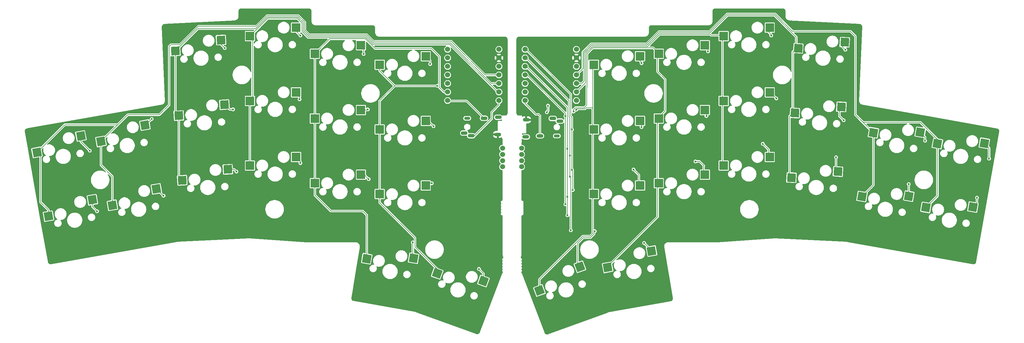
<source format=gbl>
%TF.GenerationSoftware,KiCad,Pcbnew,9.0.7-1.fc43*%
%TF.CreationDate,2026-02-09T10:12:15+11:00*%
%TF.ProjectId,keyboard-split-splay-5x3+2-pinky-cluster,6b657962-6f61-4726-942d-73706c69742d,rev?*%
%TF.SameCoordinates,Original*%
%TF.FileFunction,Copper,L2,Bot*%
%TF.FilePolarity,Positive*%
%FSLAX46Y46*%
G04 Gerber Fmt 4.6, Leading zero omitted, Abs format (unit mm)*
G04 Created by KiCad (PCBNEW 9.0.7-1.fc43) date 2026-02-09 10:12:15*
%MOMM*%
%LPD*%
G01*
G04 APERTURE LIST*
G04 Aperture macros list*
%AMRotRect*
0 Rectangle, with rotation*
0 The origin of the aperture is its center*
0 $1 length*
0 $2 width*
0 $3 Rotation angle, in degrees counterclockwise*
0 Add horizontal line*
21,1,$1,$2,0,0,$3*%
G04 Aperture macros list end*
%TA.AperFunction,ComponentPad*%
%ADD10C,1.500000*%
%TD*%
%TA.AperFunction,ComponentPad*%
%ADD11O,2.000000X1.100000*%
%TD*%
%TA.AperFunction,ComponentPad*%
%ADD12O,1.800000X0.900000*%
%TD*%
%TA.AperFunction,ComponentPad*%
%ADD13C,1.524000*%
%TD*%
%TA.AperFunction,SMDPad,CuDef*%
%ADD14R,2.500000X2.550000*%
%TD*%
%TA.AperFunction,SMDPad,CuDef*%
%ADD15RotRect,2.500000X2.550000X357.000000*%
%TD*%
%TA.AperFunction,SMDPad,CuDef*%
%ADD16RotRect,2.500000X2.550000X350.000000*%
%TD*%
%TA.AperFunction,SMDPad,CuDef*%
%ADD17RotRect,2.500000X2.550000X10.000000*%
%TD*%
%TA.AperFunction,SMDPad,CuDef*%
%ADD18RotRect,2.500000X2.550000X20.000000*%
%TD*%
%TA.AperFunction,SMDPad,CuDef*%
%ADD19RotRect,2.500000X2.550000X3.000000*%
%TD*%
%TA.AperFunction,SMDPad,CuDef*%
%ADD20RotRect,2.500000X2.550000X340.000000*%
%TD*%
%TA.AperFunction,ViaPad*%
%ADD21C,0.600000*%
%TD*%
%TA.AperFunction,Conductor*%
%ADD22C,0.200000*%
%TD*%
G04 APERTURE END LIST*
D10*
%TO.P,REF\u002A\u002A,*%
%TO.N,Net-(JP3-B)*%
X165000000Y-124800000D03*
%TD*%
%TO.P,,*%
%TO.N,Net-(JP2-B)*%
X170650000Y-126650000D03*
%TD*%
%TO.P,,*%
%TO.N,Net-(JP1-B)*%
X170650000Y-128500000D03*
%TD*%
%TO.P,,*%
%TO.N,Net-(JP2-B)*%
X165000000Y-126650000D03*
%TD*%
%TO.P,,*%
%TO.N,Net-(JP1-B)*%
X165000000Y-128500000D03*
%TD*%
D11*
%TO.P,J1,1*%
%TO.N,/left/L_5V*%
X171900000Y-121450000D03*
%TO.P,J1,2*%
%TO.N,/left/L_GND*%
X172000000Y-116350000D03*
%TO.P,J1,3*%
%TO.N,/left/LTX*%
X176100000Y-121150000D03*
%TO.P,J1,4*%
%TO.N,/left/LRX*%
X179900000Y-115950000D03*
%TO.P,J1,5*%
%TO.N,unconnected-(J1-Pad5)*%
X182000000Y-116750000D03*
D12*
%TO.P,J1,6*%
%TO.N,unconnected-(J1-Pad6)*%
X181100000Y-121150000D03*
%TD*%
D10*
%TO.P,REF\u002A\u002A,*%
%TO.N,Net-(JP3-B)*%
X170650000Y-124800000D03*
%TD*%
D13*
%TO.P,U1,1,GPIO26/ADC0/A0*%
%TO.N,/left/row_1*%
X171680000Y-95380000D03*
%TO.P,U1,2,GPIO27/ADC1/A1*%
%TO.N,/left/row_2*%
X171680000Y-97920000D03*
%TO.P,U1,3,GPIO28/ADC2/A2*%
%TO.N,/left/row_3*%
X171680000Y-100460000D03*
%TO.P,U1,4,GPIO29/ADC3/A3*%
%TO.N,/left/row_4*%
X171680000Y-103000000D03*
%TO.P,U1,5,GPIO6/SDA*%
%TO.N,/left/column_1*%
X171680000Y-105540000D03*
%TO.P,U1,6,GPIO7/SCL*%
%TO.N,/left/column_2*%
X171680000Y-108080000D03*
%TO.P,U1,7,GPIO0/TX*%
%TO.N,/left/LTX*%
X171680000Y-110620000D03*
%TO.P,U1,8,GPIO1/RX*%
%TO.N,/left/LRX*%
X186920000Y-110620000D03*
%TO.P,U1,9,GPIO2/SCK*%
%TO.N,/left/column_3*%
X186920000Y-108080000D03*
%TO.P,U1,10,GPIO4/MISO*%
%TO.N,/left/column_4*%
X186920000Y-105540000D03*
%TO.P,U1,11,GPIO3/MOSI*%
%TO.N,/left/column_5*%
X186920000Y-103000000D03*
%TO.P,U1,12,3V3*%
%TO.N,unconnected-(U1-3V3-Pad12)*%
X186920000Y-100460000D03*
%TO.P,U1,13,GND*%
%TO.N,/left/L_GND*%
X186920000Y-97920000D03*
%TO.P,U1,14,VBUS*%
%TO.N,/left/L_5V*%
X186920000Y-95380000D03*
%TD*%
D10*
%TO.P,,*%
%TO.N,Net-(JP4-B)*%
X165000000Y-130350000D03*
%TD*%
%TO.P,,*%
%TO.N,Net-(JP4-B)*%
X170650000Y-130350000D03*
%TD*%
D11*
%TO.P,J2,1*%
%TO.N,5V*%
X163700000Y-115600000D03*
%TO.P,J2,2*%
%TO.N,GND*%
X163600000Y-120700000D03*
%TO.P,J2,3*%
%TO.N,/right/RTX*%
X159500000Y-115900000D03*
%TO.P,J2,4*%
%TO.N,/right/RRX*%
X155700000Y-121100000D03*
%TO.P,J2,5*%
%TO.N,unconnected-(J2-Pad5)*%
X153600000Y-120300000D03*
D12*
%TO.P,J2,6*%
%TO.N,unconnected-(J2-Pad6)*%
X154500000Y-115900000D03*
%TD*%
D13*
%TO.P,U2,1,GPIO26/ADC0/A0*%
%TO.N,/right/row_1*%
X148680000Y-95380000D03*
%TO.P,U2,2,GPIO27/ADC1/A1*%
%TO.N,/right/row_2*%
X148680000Y-97920000D03*
%TO.P,U2,3,GPIO28/ADC2/A2*%
%TO.N,/right/row_3*%
X148680000Y-100460000D03*
%TO.P,U2,4,GPIO29/ADC3/A3*%
%TO.N,/right/row_4*%
X148680000Y-103000000D03*
%TO.P,U2,5,GPIO6/SDA*%
%TO.N,/right/column_1*%
X148680000Y-105540000D03*
%TO.P,U2,6,GPIO7/SCL*%
%TO.N,/right/column_2*%
X148680000Y-108080000D03*
%TO.P,U2,7,GPIO0/TX*%
%TO.N,/right/RTX*%
X148680000Y-110620000D03*
%TO.P,U2,8,GPIO1/RX*%
%TO.N,/right/RRX*%
X163920000Y-110620000D03*
%TO.P,U2,9,GPIO2/SCK*%
%TO.N,/right/column_3*%
X163920000Y-108080000D03*
%TO.P,U2,10,GPIO4/MISO*%
%TO.N,/right/column_4*%
X163920000Y-105540000D03*
%TO.P,U2,11,GPIO3/MOSI*%
%TO.N,/right/column_5*%
X163920000Y-103000000D03*
%TO.P,U2,12,3V3*%
%TO.N,unconnected-(U2-3V3-Pad12)*%
X163920000Y-100460000D03*
%TO.P,U2,13,GND*%
%TO.N,GND*%
X163920000Y-97920000D03*
%TO.P,U2,14,VBUS*%
%TO.N,5V*%
X163920000Y-95380000D03*
%TD*%
D14*
%TO.P,SW14,1,2*%
%TO.N,/left/column_3*%
X230620000Y-129960000D03*
%TO.P,SW14,2,2*%
%TO.N,Net-(D14-A)*%
X244310000Y-127420000D03*
%TD*%
%TO.P,SW18,1,2*%
%TO.N,/left/column_1*%
X192120000Y-99960000D03*
%TO.P,SW18,2,2*%
%TO.N,Net-(D18-A)*%
X205810000Y-97420000D03*
%TD*%
%TO.P,SW20,1,2*%
%TO.N,/right/column_2*%
X109270000Y-96710000D03*
%TO.P,SW20,2,2*%
%TO.N,Net-(D20-A)*%
X122960000Y-94170000D03*
%TD*%
D15*
%TO.P,SW3,1,2*%
%TO.N,/left/column_4*%
X252763184Y-95072008D03*
%TO.P,SW3,2,2*%
%TO.N,Net-(D3-A)*%
X266567356Y-93251968D03*
%TD*%
D16*
%TO.P,SW7,1,2*%
%TO.N,/left/column_5*%
X290674704Y-142449700D03*
%TO.P,SW7,2,2*%
%TO.N,Net-(D7-A)*%
X304597789Y-142325532D03*
%TD*%
D17*
%TO.P,SW23,1,2*%
%TO.N,/right/column_5*%
X45792572Y-122797477D03*
%TO.P,SW23,2,2*%
%TO.N,Net-(D23-A)*%
X58833523Y-117918821D03*
%TD*%
D18*
%TO.P,SW16,1,2*%
%TO.N,/left/column_1*%
X175952368Y-167171491D03*
%TO.P,SW16,2,2*%
%TO.N,Net-(D16-A)*%
X187948029Y-160102416D03*
%TD*%
D15*
%TO.P,SW9,1,2*%
%TO.N,/left/column_4*%
X251763184Y-114322008D03*
%TO.P,SW9,2,2*%
%TO.N,Net-(D9-A)*%
X265567356Y-112501968D03*
%TD*%
D14*
%TO.P,SW15,1,2*%
%TO.N,/left/column_2*%
X211370000Y-115960000D03*
%TO.P,SW15,2,2*%
%TO.N,Net-(D15-A)*%
X225060000Y-113420000D03*
%TD*%
D19*
%TO.P,SW22,1,2*%
%TO.N,/right/column_4*%
X67897318Y-95854954D03*
%TO.P,SW22,2,2*%
%TO.N,Net-(D22-A)*%
X81435623Y-92601956D03*
%TD*%
D14*
%TO.P,SW27,1,2*%
%TO.N,/right/column_3*%
X90020000Y-110710000D03*
%TO.P,SW27,2,2*%
%TO.N,Net-(D27-A)*%
X103710000Y-108170000D03*
%TD*%
%TO.P,SW26,1,2*%
%TO.N,/right/column_2*%
X109270000Y-115960000D03*
%TO.P,SW26,2,2*%
%TO.N,Net-(D26-A)*%
X122960000Y-113420000D03*
%TD*%
D19*
%TO.P,SW28,1,2*%
%TO.N,/right/column_4*%
X68897318Y-115104954D03*
%TO.P,SW28,2,2*%
%TO.N,Net-(D28-A)*%
X82435623Y-111851956D03*
%TD*%
D16*
%TO.P,SW1,1,2*%
%TO.N,/left/column_5*%
X271674704Y-139199700D03*
%TO.P,SW1,2,2*%
%TO.N,Net-(D1-A)*%
X285597789Y-139075532D03*
%TD*%
%TO.P,SW2,1,2*%
%TO.N,/left/column_5*%
X275074704Y-120199700D03*
%TO.P,SW2,2,2*%
%TO.N,Net-(D2-A)*%
X288997789Y-120075532D03*
%TD*%
D17*
%TO.P,SW30,1,2*%
%TO.N,/right/column_5*%
X30192572Y-145047477D03*
%TO.P,SW30,2,2*%
%TO.N,Net-(D30-A)*%
X43233523Y-140168821D03*
%TD*%
D14*
%TO.P,SW4,1,2*%
%TO.N,/left/column_3*%
X230620000Y-91460000D03*
%TO.P,SW4,2,2*%
%TO.N,Net-(D4-A)*%
X244310000Y-88920000D03*
%TD*%
%TO.P,SW19,1,2*%
%TO.N,/right/column_1*%
X128520000Y-99960000D03*
%TO.P,SW19,2,2*%
%TO.N,Net-(D19-A)*%
X142210000Y-97420000D03*
%TD*%
D16*
%TO.P,SW36,1,2*%
%TO.N,/right/column_2*%
X124674704Y-157699700D03*
%TO.P,SW36,2,2*%
%TO.N,Net-(D36-A)*%
X138597789Y-157575532D03*
%TD*%
D20*
%TO.P,SW35,1,2*%
%TO.N,/right/column_1*%
X145589830Y-162054870D03*
%TO.P,SW35,2,2*%
%TO.N,Net-(D35-A)*%
X159322954Y-164350307D03*
%TD*%
D14*
%TO.P,SW32,1,2*%
%TO.N,/right/column_2*%
X109270000Y-135210000D03*
%TO.P,SW32,2,2*%
%TO.N,Net-(D32-A)*%
X122960000Y-132670000D03*
%TD*%
%TO.P,SW21,1,2*%
%TO.N,/right/column_3*%
X90020000Y-91460000D03*
%TO.P,SW21,2,2*%
%TO.N,Net-(D21-A)*%
X103710000Y-88920000D03*
%TD*%
%TO.P,SW12,1,2*%
%TO.N,/left/column_1*%
X192120000Y-138460000D03*
%TO.P,SW12,2,2*%
%TO.N,Net-(D12-A)*%
X205810000Y-135920000D03*
%TD*%
%TO.P,SW25,1,2*%
%TO.N,/right/column_1*%
X128520000Y-119210000D03*
%TO.P,SW25,2,2*%
%TO.N,Net-(D25-A)*%
X142210000Y-116670000D03*
%TD*%
%TO.P,SW10,1,2*%
%TO.N,/left/column_3*%
X230620000Y-110710000D03*
%TO.P,SW10,2,2*%
%TO.N,Net-(D10-A)*%
X244310000Y-108170000D03*
%TD*%
%TO.P,SW5,1,2*%
%TO.N,/left/column_2*%
X211370000Y-135210000D03*
%TO.P,SW5,2,2*%
%TO.N,Net-(D5-A)*%
X225060000Y-132670000D03*
%TD*%
D19*
%TO.P,SW34,1,2*%
%TO.N,/right/column_4*%
X69897318Y-134354954D03*
%TO.P,SW34,2,2*%
%TO.N,Net-(D34-A)*%
X83435623Y-131101956D03*
%TD*%
D14*
%TO.P,SW33,1,2*%
%TO.N,/right/column_3*%
X90020000Y-129960000D03*
%TO.P,SW33,2,2*%
%TO.N,Net-(D33-A)*%
X103710000Y-127420000D03*
%TD*%
D17*
%TO.P,SW29,1,2*%
%TO.N,/right/column_5*%
X26792572Y-126047477D03*
%TO.P,SW29,2,2*%
%TO.N,Net-(D29-A)*%
X39833523Y-121168821D03*
%TD*%
%TO.P,SW11,1,2*%
%TO.N,/left/column_2*%
X196192572Y-160297477D03*
%TO.P,SW11,2,2*%
%TO.N,Net-(D11-A)*%
X209233523Y-155418821D03*
%TD*%
D15*
%TO.P,SW13,1,2*%
%TO.N,/left/column_4*%
X250763184Y-133572008D03*
%TO.P,SW13,2,2*%
%TO.N,Net-(D13-A)*%
X264567356Y-131751968D03*
%TD*%
D14*
%TO.P,SW17,1,2*%
%TO.N,/left/column_2*%
X211370000Y-96710000D03*
%TO.P,SW17,2,2*%
%TO.N,Net-(D17-A)*%
X225060000Y-94170000D03*
%TD*%
D17*
%TO.P,SW24,1,2*%
%TO.N,/right/column_5*%
X49192572Y-141797477D03*
%TO.P,SW24,2,2*%
%TO.N,Net-(D24-A)*%
X62233523Y-136918821D03*
%TD*%
D14*
%TO.P,SW31,1,2*%
%TO.N,/right/column_1*%
X128520000Y-138460000D03*
%TO.P,SW31,2,2*%
%TO.N,Net-(D31-A)*%
X142210000Y-135920000D03*
%TD*%
%TO.P,SW6,1,2*%
%TO.N,/left/column_1*%
X192120000Y-119210000D03*
%TO.P,SW6,2,2*%
%TO.N,Net-(D6-A)*%
X205810000Y-116670000D03*
%TD*%
D16*
%TO.P,SW8,1,2*%
%TO.N,/left/column_5*%
X294074704Y-123449700D03*
%TO.P,SW8,2,2*%
%TO.N,Net-(D8-A)*%
X307997789Y-123325532D03*
%TD*%
D21*
%TO.N,Net-(D1-A)*%
X285550000Y-135475000D03*
%TO.N,Net-(D2-A)*%
X290400000Y-122575000D03*
%TO.N,Net-(D3-A)*%
X266750000Y-95500000D03*
%TO.N,Net-(D4-A)*%
X244750000Y-91250000D03*
%TO.N,Net-(D5-A)*%
X222250000Y-128750000D03*
%TO.N,Net-(D6-A)*%
X206250000Y-118500000D03*
%TO.N,Net-(D7-A)*%
X305825000Y-139525000D03*
%TO.N,Net-(D8-A)*%
X309400000Y-127900000D03*
%TO.N,Net-(D9-A)*%
X266250000Y-116500000D03*
%TO.N,Net-(D10-A)*%
X246250000Y-110000000D03*
%TO.N,Net-(D11-A)*%
X207000000Y-153000000D03*
%TO.N,Net-(D12-A)*%
X203875000Y-131125000D03*
%TO.N,Net-(D13-A)*%
X264000000Y-127500000D03*
%TO.N,Net-(D14-A)*%
X242250000Y-123500000D03*
%TO.N,Net-(D15-A)*%
X225500000Y-115250000D03*
%TO.N,Net-(D16-A)*%
X192370000Y-149500000D03*
%TO.N,Net-(D17-A)*%
X226000000Y-96000000D03*
%TO.N,Net-(D18-A)*%
X206250000Y-99500000D03*
%TO.N,/left/row_4*%
X183650000Y-115250000D03*
X183650000Y-141500000D03*
%TO.N,/left/row_1*%
X185600000Y-119250000D03*
X185850000Y-137250000D03*
X185600000Y-131250000D03*
%TO.N,Net-(D19-A)*%
X143500000Y-99750000D03*
%TO.N,Net-(D20-A)*%
X123750000Y-96750000D03*
%TO.N,/left/row_2*%
X185000000Y-133250000D03*
X185000000Y-127000000D03*
X185250000Y-149250000D03*
%TO.N,/left/row_3*%
X184250000Y-125000000D03*
X184250000Y-139250000D03*
X184250000Y-144750000D03*
%TO.N,Net-(D21-A)*%
X105000000Y-91250000D03*
%TO.N,Net-(D22-A)*%
X82500000Y-95000000D03*
%TO.N,Net-(D23-A)*%
X60850000Y-116100000D03*
%TO.N,Net-(D24-A)*%
X64375000Y-138950000D03*
%TO.N,Net-(D25-A)*%
X144500000Y-118250000D03*
%TO.N,Net-(D26-A)*%
X125000000Y-113250000D03*
%TO.N,Net-(D27-A)*%
X104750000Y-110250000D03*
%TO.N,Net-(D28-A)*%
X85000000Y-113250000D03*
%TO.N,Net-(D29-A)*%
X42475000Y-125550000D03*
%TO.N,Net-(D30-A)*%
X44650000Y-143575000D03*
%TO.N,Net-(D31-A)*%
X144000000Y-135250000D03*
%TO.N,Net-(D32-A)*%
X125250000Y-134000000D03*
%TO.N,Net-(D33-A)*%
X105000000Y-129250000D03*
%TO.N,Net-(D34-A)*%
X86000000Y-131750000D03*
%TO.N,Net-(D35-A)*%
X158000000Y-160750000D03*
%TO.N,Net-(D36-A)*%
X138370000Y-152870000D03*
%TO.N,/left/L_5V*%
X178500000Y-112149472D03*
X178150000Y-114100000D03*
%TO.N,/right/column_1*%
X145650000Y-106250000D03*
%TO.N,/left/column_1*%
X186849265Y-113350000D03*
%TO.N,/left/column_2*%
X186050000Y-113900000D03*
%TD*%
D22*
%TO.N,Net-(D1-A)*%
X285597789Y-135522789D02*
X285597789Y-139075532D01*
X285550000Y-135475000D02*
X285597789Y-135522789D01*
%TO.N,Net-(D2-A)*%
X290400000Y-121477743D02*
X288997789Y-120075532D01*
X290400000Y-122575000D02*
X290400000Y-121477743D01*
%TO.N,Net-(D3-A)*%
X265967356Y-94717356D02*
X265967356Y-93251968D01*
X266750000Y-95500000D02*
X265967356Y-94717356D01*
%TO.N,Net-(D4-A)*%
X244750000Y-91250000D02*
X244750000Y-91000000D01*
X243960000Y-90210000D02*
X243960000Y-88920000D01*
X244750000Y-91000000D02*
X243960000Y-90210000D01*
%TO.N,Net-(D5-A)*%
X222250000Y-128750000D02*
X223500000Y-128750000D01*
X224710000Y-130040000D02*
X224710000Y-132670000D01*
X223500000Y-128750000D02*
X224750000Y-130000000D01*
X224750000Y-130000000D02*
X224710000Y-130040000D01*
%TO.N,Net-(D6-A)*%
X206250000Y-116960000D02*
X205960000Y-116670000D01*
X205960000Y-116670000D02*
X205460000Y-116670000D01*
X206250000Y-118500000D02*
X206250000Y-116960000D01*
%TO.N,Net-(D7-A)*%
X304599468Y-142325532D02*
X304597789Y-142325532D01*
X305825000Y-141100000D02*
X304599468Y-142325532D01*
X305825000Y-139525000D02*
X305825000Y-141100000D01*
%TO.N,Net-(D8-A)*%
X309400000Y-124727743D02*
X307997789Y-123325532D01*
X309400000Y-127900000D02*
X309400000Y-124727743D01*
%TO.N,Net-(D9-A)*%
X264967356Y-115217356D02*
X264967356Y-112501968D01*
X266250000Y-116500000D02*
X264967356Y-115217356D01*
%TO.N,Net-(D10-A)*%
X244420000Y-108170000D02*
X243960000Y-108170000D01*
X246250000Y-110000000D02*
X244420000Y-108170000D01*
%TO.N,Net-(D11-A)*%
X209233523Y-155233523D02*
X209233523Y-155418821D01*
X207000000Y-153000000D02*
X209233523Y-155233523D01*
%TO.N,Net-(D12-A)*%
X203875000Y-131125000D02*
X205460000Y-132710000D01*
X205460000Y-132710000D02*
X205460000Y-135920000D01*
%TO.N,Net-(D13-A)*%
X264000000Y-127500000D02*
X263967356Y-127532644D01*
X263967356Y-127532644D02*
X263967356Y-131751968D01*
%TO.N,Net-(D14-A)*%
X242250000Y-123500000D02*
X243960000Y-125210000D01*
X243960000Y-125210000D02*
X243960000Y-127420000D01*
%TO.N,Net-(D15-A)*%
X225500000Y-115250000D02*
X225500000Y-113710000D01*
X225210000Y-113420000D02*
X224710000Y-113420000D01*
X225500000Y-113710000D02*
X225210000Y-113420000D01*
%TO.N,Net-(D16-A)*%
X187300000Y-153067100D02*
X187300000Y-159454387D01*
X192171000Y-149699000D02*
X192171000Y-150313134D01*
X190984134Y-151500000D02*
X188867100Y-151500000D01*
X187300000Y-159454387D02*
X187948029Y-160102416D01*
X192171000Y-150313134D02*
X190984134Y-151500000D01*
X188867100Y-151500000D02*
X187300000Y-153067100D01*
X192370000Y-149500000D02*
X192171000Y-149699000D01*
%TO.N,Net-(D17-A)*%
X225210000Y-94170000D02*
X224710000Y-94170000D01*
X226000000Y-94960000D02*
X225210000Y-94170000D01*
X226000000Y-96000000D02*
X226000000Y-94960000D01*
%TO.N,Net-(D18-A)*%
X206250000Y-99250000D02*
X205460000Y-98460000D01*
X206250000Y-99500000D02*
X206250000Y-99250000D01*
X205460000Y-98460000D02*
X205460000Y-97420000D01*
%TO.N,/left/row_4*%
X183650000Y-115250000D02*
X183650000Y-114400000D01*
X172250000Y-103000000D02*
X171680000Y-103000000D01*
X183650000Y-114400000D02*
X172250000Y-103000000D01*
X183650000Y-141500000D02*
X183650000Y-115250000D01*
%TO.N,/left/row_1*%
X171930000Y-95380000D02*
X185250000Y-108700000D01*
X185600000Y-119250000D02*
X185600000Y-131250000D01*
X185250000Y-108700000D02*
X185250000Y-115250000D01*
X185600000Y-115600000D02*
X185600000Y-119250000D01*
X185850000Y-131500000D02*
X185600000Y-131250000D01*
X185250000Y-115250000D02*
X185600000Y-115600000D01*
X185850000Y-137250000D02*
X185850000Y-131500000D01*
X171680000Y-95380000D02*
X171930000Y-95380000D01*
%TO.N,Net-(D19-A)*%
X143500000Y-98710000D02*
X142210000Y-97420000D01*
X143500000Y-99750000D02*
X143500000Y-98710000D01*
%TO.N,Net-(D20-A)*%
X123750000Y-94960000D02*
X122960000Y-94170000D01*
X123750000Y-96750000D02*
X123750000Y-94960000D01*
%TO.N,/left/row_2*%
X184750000Y-110700000D02*
X184750000Y-115500000D01*
X184750000Y-115500000D02*
X185000000Y-115750000D01*
X185250000Y-149250000D02*
X185250000Y-133500000D01*
X185250000Y-133500000D02*
X185000000Y-133250000D01*
X171680000Y-97920000D02*
X171970000Y-97920000D01*
X185000000Y-115750000D02*
X185000000Y-127000000D01*
X171970000Y-97920000D02*
X184750000Y-110700000D01*
X185000000Y-127000000D02*
X185000000Y-133250000D01*
%TO.N,/left/row_3*%
X184250000Y-125000000D02*
X184250000Y-112700000D01*
X172010000Y-100460000D02*
X171680000Y-100460000D01*
X184250000Y-139250000D02*
X184250000Y-125000000D01*
X184250000Y-144750000D02*
X184250000Y-139250000D01*
X184250000Y-112700000D02*
X172010000Y-100460000D01*
%TO.N,Net-(D21-A)*%
X103710000Y-89960000D02*
X103710000Y-88920000D01*
X105000000Y-91250000D02*
X103710000Y-89960000D01*
%TO.N,Net-(D22-A)*%
X81435623Y-93935623D02*
X81435623Y-92601955D01*
X82500000Y-95000000D02*
X81435623Y-93935623D01*
%TO.N,Net-(D23-A)*%
X59031179Y-117918821D02*
X58833523Y-117918821D01*
X60850000Y-116100000D02*
X59031179Y-117918821D01*
%TO.N,Net-(D24-A)*%
X64375000Y-138950000D02*
X64264702Y-138950000D01*
X64264702Y-138950000D02*
X62233523Y-136918821D01*
%TO.N,Net-(D25-A)*%
X144500000Y-118250000D02*
X142920000Y-116670000D01*
X142920000Y-116670000D02*
X142210000Y-116670000D01*
%TO.N,Net-(D26-A)*%
X124830000Y-113420000D02*
X122960000Y-113420000D01*
X125000000Y-113250000D02*
X124830000Y-113420000D01*
%TO.N,Net-(D27-A)*%
X104750000Y-110250000D02*
X104750000Y-109210000D01*
X104750000Y-109210000D02*
X103710000Y-108170000D01*
%TO.N,Net-(D28-A)*%
X84046088Y-113250000D02*
X82648044Y-111851956D01*
X82648044Y-111851956D02*
X82435623Y-111851956D01*
X85000000Y-113250000D02*
X84046088Y-113250000D01*
%TO.N,Net-(D29-A)*%
X42475000Y-125550000D02*
X39833523Y-122908523D01*
X39833523Y-122908523D02*
X39833523Y-121168821D01*
%TO.N,Net-(D30-A)*%
X44650000Y-143575000D02*
X43233523Y-142158523D01*
X43233523Y-142158523D02*
X43233523Y-140168821D01*
%TO.N,Net-(D31-A)*%
X142210000Y-135670000D02*
X142210000Y-135920000D01*
X144000000Y-135250000D02*
X142630000Y-135250000D01*
X142630000Y-135250000D02*
X142210000Y-135670000D01*
%TO.N,Net-(D32-A)*%
X123920000Y-132670000D02*
X122960000Y-132670000D01*
X125250000Y-134000000D02*
X123920000Y-132670000D01*
%TO.N,Net-(D33-A)*%
X105000000Y-129250000D02*
X105000000Y-128710000D01*
X105000000Y-128710000D02*
X103710000Y-127420000D01*
%TO.N,Net-(D34-A)*%
X86000000Y-131750000D02*
X85351955Y-131101955D01*
X85351955Y-131101955D02*
X83435623Y-131101955D01*
%TO.N,Net-(D35-A)*%
X158000000Y-160750000D02*
X159322954Y-162072954D01*
X159322954Y-162072954D02*
X159322954Y-164350306D01*
%TO.N,Net-(D36-A)*%
X138597789Y-157152211D02*
X138597789Y-157575532D01*
X138370000Y-156924422D02*
X138597789Y-157152211D01*
X138370000Y-152870000D02*
X138370000Y-156924422D01*
%TO.N,/left/LTX*%
X171680000Y-111530000D02*
X174900000Y-114750000D01*
X176150000Y-121150000D02*
X176100000Y-121150000D01*
X174900000Y-114750000D02*
X175750000Y-114750000D01*
X176100000Y-115100000D02*
X176100000Y-121150000D01*
X175750000Y-114750000D02*
X176100000Y-115100000D01*
X171680000Y-110620000D02*
X171680000Y-111530000D01*
%TO.N,/left/L_5V*%
X178500000Y-113750000D02*
X178500000Y-112149472D01*
X178150000Y-114100000D02*
X178500000Y-113750000D01*
%TO.N,/right/column_1*%
X128520000Y-138460000D02*
X128520000Y-141020000D01*
X139000000Y-151500000D02*
X139000000Y-154200000D01*
X128520000Y-119210000D02*
X128520000Y-138460000D01*
X132971530Y-106250000D02*
X128520000Y-101798470D01*
X145589830Y-160789830D02*
X145589830Y-162054870D01*
X139000000Y-154200000D02*
X145589830Y-160789830D01*
X128520000Y-110701530D02*
X132971530Y-106250000D01*
X128520000Y-119210000D02*
X128520000Y-110701530D01*
X145650000Y-106250000D02*
X132971530Y-106250000D01*
X128520000Y-101798470D02*
X128520000Y-99960000D01*
X128520000Y-141020000D02*
X139000000Y-151500000D01*
%TO.N,/right/column_2*%
X109270000Y-115960000D02*
X109270000Y-135210000D01*
X109270000Y-96710000D02*
X113730000Y-92250000D01*
X146250000Y-97500000D02*
X146250000Y-106700000D01*
X127125000Y-95125000D02*
X143875000Y-95125000D01*
X146250000Y-106700000D02*
X147630000Y-108080000D01*
X113730000Y-92250000D02*
X124250000Y-92250000D01*
X124250000Y-92250000D02*
X127125000Y-95125000D01*
X124674704Y-157699700D02*
X124674704Y-144674704D01*
X143875000Y-95125000D02*
X146250000Y-97500000D01*
X109270000Y-138770000D02*
X109270000Y-135210000D01*
X124674704Y-144674704D02*
X123500000Y-143500000D01*
X123500000Y-143500000D02*
X114000000Y-143500000D01*
X147630000Y-108080000D02*
X148680000Y-108080000D01*
X114000000Y-143500000D02*
X109270000Y-138770000D01*
X109270000Y-96710000D02*
X109270000Y-115960000D01*
%TO.N,/right/column_3*%
X126468100Y-93901000D02*
X149383900Y-93901000D01*
X90020000Y-110710000D02*
X90020000Y-129960000D01*
X90020000Y-91460000D02*
X95329000Y-86151000D01*
X90020000Y-91460000D02*
X90800000Y-92240000D01*
X124416100Y-91849000D02*
X126468100Y-93901000D01*
X104068000Y-86151000D02*
X105500000Y-87583000D01*
X105500000Y-87583000D02*
X105500000Y-90000000D01*
X105500000Y-90000000D02*
X107349000Y-91849000D01*
X95329000Y-86151000D02*
X104068000Y-86151000D01*
X149383900Y-93901000D02*
X163562900Y-108080000D01*
X90800000Y-109930000D02*
X90020000Y-110710000D01*
X163562900Y-108080000D02*
X163920000Y-108080000D01*
X107349000Y-91849000D02*
X124416100Y-91849000D01*
X90800000Y-92240000D02*
X90800000Y-109930000D01*
%TO.N,/right/column_4*%
X149550000Y-93500000D02*
X126634200Y-93500000D01*
X104234100Y-85750000D02*
X95162900Y-85750000D01*
X107515100Y-91448000D02*
X105901000Y-89833900D01*
X161590000Y-105540000D02*
X149550000Y-93500000D01*
X91662900Y-89250000D02*
X74502271Y-89250000D01*
X105901000Y-87416900D02*
X104234100Y-85750000D01*
X74502271Y-89250000D02*
X67897317Y-95854954D01*
X126634200Y-93500000D02*
X124582200Y-91448000D01*
X95162900Y-85750000D02*
X91662900Y-89250000D01*
X124582200Y-91448000D02*
X107515100Y-91448000D01*
X105901000Y-89833900D02*
X105901000Y-87416900D01*
X68897318Y-133354955D02*
X69897317Y-134354954D01*
X67897317Y-95854954D02*
X67897317Y-114104953D01*
X68897318Y-115104954D02*
X68897318Y-133354955D01*
X67897317Y-114104953D02*
X68897318Y-115104954D01*
X163920000Y-105540000D02*
X161590000Y-105540000D01*
%TO.N,/right/column_5*%
X74685171Y-88500000D02*
X69185171Y-94000000D01*
X66000000Y-94500000D02*
X66000000Y-111950000D01*
X45792572Y-129842572D02*
X49192572Y-133242572D01*
X126701300Y-93000000D02*
X124748300Y-91047000D01*
X27850000Y-127104905D02*
X27850000Y-140849980D01*
X27850000Y-140849980D02*
X30192572Y-143192552D01*
X66000000Y-111950000D02*
X63100000Y-114850000D01*
X149800000Y-93000000D02*
X126701300Y-93000000D01*
X30192572Y-143192552D02*
X30192572Y-145047477D01*
X45792572Y-122797477D02*
X45792572Y-129842572D01*
X107681200Y-91047000D02*
X106302000Y-89667800D01*
X94996800Y-85349000D02*
X91845800Y-88500000D01*
X63100000Y-114850000D02*
X53740049Y-114850000D01*
X49192572Y-133242572D02*
X49192572Y-141797477D01*
X53740049Y-114850000D02*
X50907525Y-117682525D01*
X66500000Y-94000000D02*
X66000000Y-94500000D01*
X104400200Y-85349000D02*
X94996800Y-85349000D01*
X124748300Y-91047000D02*
X107681200Y-91047000D01*
X50907525Y-117682525D02*
X45792572Y-122797477D01*
X163920000Y-103000000D02*
X159800000Y-103000000D01*
X106302000Y-87250800D02*
X104400200Y-85349000D01*
X159800000Y-103000000D02*
X149800000Y-93000000D01*
X50765050Y-117825000D02*
X35015049Y-117825000D01*
X69185171Y-94000000D02*
X66500000Y-94000000D01*
X26792572Y-126047477D02*
X27850000Y-127104905D01*
X35015049Y-117825000D02*
X26792572Y-126047477D01*
X91845800Y-88500000D02*
X74685171Y-88500000D01*
X106302000Y-89667800D02*
X106302000Y-87250800D01*
X50907525Y-117682525D02*
X50765050Y-117825000D01*
%TO.N,/left/column_1*%
X191770000Y-150147034D02*
X190917034Y-151000000D01*
X191770000Y-99960000D02*
X191770000Y-113000000D01*
X189817628Y-112749472D02*
X191519472Y-112749472D01*
X186849265Y-113350000D02*
X187048265Y-113151000D01*
X191770000Y-113000000D02*
X191770000Y-150147034D01*
X190917034Y-151000000D02*
X188800000Y-151000000D01*
X191519472Y-112749472D02*
X191770000Y-113000000D01*
X188800000Y-151000000D02*
X175952368Y-163847632D01*
X187048265Y-113151000D02*
X189416100Y-113151000D01*
X175952368Y-163847632D02*
X175952368Y-167171491D01*
X189416100Y-113151000D02*
X189817628Y-112749472D01*
%TO.N,/left/column_2*%
X186600000Y-112750000D02*
X189250000Y-112750000D01*
X196192572Y-160057428D02*
X196192572Y-160297477D01*
X209763000Y-94953000D02*
X211020000Y-96210000D01*
X190052000Y-96649300D02*
X191748300Y-94953000D01*
X211020000Y-145230000D02*
X196192572Y-160057428D01*
X213250000Y-104250000D02*
X213250000Y-113730000D01*
X213250000Y-113730000D02*
X211020000Y-115960000D01*
X189250000Y-112750000D02*
X190000000Y-112000000D01*
X190000000Y-106617100D02*
X190052000Y-106565100D01*
X191748300Y-94953000D02*
X209763000Y-94953000D01*
X190000000Y-112000000D02*
X190000000Y-106617100D01*
X211020000Y-96210000D02*
X211020000Y-102020000D01*
X190052000Y-106565100D02*
X190052000Y-96649300D01*
X186050000Y-113300000D02*
X186600000Y-112750000D01*
X211020000Y-102020000D02*
X213250000Y-104250000D01*
X186050000Y-113900000D02*
X186050000Y-113300000D01*
X211020000Y-115960000D02*
X211020000Y-145230000D01*
%TO.N,/left/column_3*%
X211666100Y-90901000D02*
X226666100Y-90901000D01*
X226666100Y-90901000D02*
X226975100Y-91210000D01*
X230020000Y-91210000D02*
X230270000Y-91460000D01*
X208015100Y-94552000D02*
X211666100Y-90901000D01*
X230270000Y-91460000D02*
X230270000Y-129960000D01*
X189651000Y-105349000D02*
X186920000Y-108080000D01*
X189651000Y-96483200D02*
X189651000Y-105349000D01*
X226975100Y-91210000D02*
X230020000Y-91210000D01*
X191582200Y-94552000D02*
X208015100Y-94552000D01*
X189651000Y-96483200D02*
X191582200Y-94552000D01*
%TO.N,/left/column_4*%
X252163184Y-95072008D02*
X252163184Y-91663184D01*
X245750000Y-85250000D02*
X231750000Y-85250000D01*
X226500000Y-90500000D02*
X211500000Y-90500000D01*
X251163184Y-96072008D02*
X252163184Y-95072008D01*
X250163184Y-115322008D02*
X251163184Y-114322008D01*
X250163184Y-133572008D02*
X250163184Y-115322008D01*
X207849000Y-94151000D02*
X191416100Y-94151000D01*
X189250000Y-104800000D02*
X188510000Y-105540000D01*
X191416100Y-94151000D02*
X189250000Y-96317100D01*
X252163184Y-91663184D02*
X245750000Y-85250000D01*
X188510000Y-105540000D02*
X186920000Y-105540000D01*
X211500000Y-90500000D02*
X207849000Y-94151000D01*
X189250000Y-96317100D02*
X189250000Y-104800000D01*
X231750000Y-85250000D02*
X226500000Y-90500000D01*
X251163184Y-114322008D02*
X251163184Y-96072008D01*
%TO.N,/left/column_5*%
X268250000Y-90000000D02*
X269750000Y-91500000D01*
X272000002Y-117124998D02*
X275074704Y-120199700D01*
X290674704Y-142449700D02*
X294074704Y-139049700D01*
X186920000Y-103000000D02*
X188849000Y-101071000D01*
X251067100Y-90000000D02*
X268250000Y-90000000D01*
X226333900Y-90099000D02*
X231583900Y-84849000D01*
X188849000Y-101071000D02*
X188849000Y-96151000D01*
X294074704Y-139049700D02*
X294074704Y-123449700D01*
X231583900Y-84849000D02*
X245916100Y-84849000D01*
X211333900Y-90099000D02*
X226333900Y-90099000D01*
X191250000Y-93750000D02*
X207682900Y-93750000D01*
X188849000Y-96151000D02*
X191250000Y-93750000D01*
X269750000Y-114874996D02*
X272000002Y-117124998D01*
X289044671Y-117124998D02*
X294074704Y-122155031D01*
X275074704Y-120199700D02*
X275074704Y-135799700D01*
X207682900Y-93750000D02*
X211333900Y-90099000D01*
X294074704Y-122155031D02*
X294074704Y-123449700D01*
X245916100Y-84849000D02*
X251067100Y-90000000D01*
X275074704Y-135799700D02*
X271674704Y-139199700D01*
X272000002Y-117124998D02*
X289044671Y-117124998D01*
X269750000Y-91500000D02*
X269750000Y-114874996D01*
%TO.N,/right/RRX*%
X156800000Y-121000000D02*
X155912074Y-121000000D01*
X161800000Y-116000000D02*
X156800000Y-121000000D01*
X155812074Y-121100000D02*
X155700000Y-121100000D01*
X163920000Y-110620000D02*
X163920000Y-111880000D01*
X155912074Y-121000000D02*
X155812074Y-121100000D01*
X161800000Y-114000000D02*
X161800000Y-116000000D01*
X163920000Y-111880000D02*
X161800000Y-114000000D01*
%TO.N,/right/RTX*%
X148810000Y-110750000D02*
X148680000Y-110620000D01*
X154350000Y-110750000D02*
X148810000Y-110750000D01*
X159500000Y-115900000D02*
X159550000Y-115900000D01*
X159500000Y-115900000D02*
X154350000Y-110750000D01*
%TD*%
%TA.AperFunction,Conductor*%
%TO.N,/left/L_GND*%
G36*
X248206061Y-83201097D02*
G01*
X248216051Y-83202080D01*
X248343824Y-83214665D01*
X248367652Y-83219404D01*
X248494277Y-83257815D01*
X248516725Y-83267114D01*
X248544613Y-83282021D01*
X248633406Y-83329482D01*
X248653616Y-83342986D01*
X248703951Y-83384294D01*
X248755891Y-83426920D01*
X248773079Y-83444108D01*
X248857012Y-83546381D01*
X248870517Y-83566593D01*
X248932883Y-83683271D01*
X248942186Y-83705728D01*
X248980228Y-83831137D01*
X248980593Y-83832338D01*
X248985335Y-83856180D01*
X248998903Y-83993938D01*
X248999500Y-84006092D01*
X248999500Y-85499531D01*
X248999494Y-85500775D01*
X248999491Y-85501074D01*
X248999479Y-85501112D01*
X248999399Y-85652756D01*
X248999400Y-85652761D01*
X249033491Y-85852884D01*
X249100696Y-86044442D01*
X249100697Y-86044444D01*
X249199107Y-86221997D01*
X249219483Y-86247464D01*
X249325933Y-86380514D01*
X249325937Y-86380517D01*
X249325940Y-86380521D01*
X249477564Y-86515483D01*
X249477567Y-86515486D01*
X249649709Y-86623084D01*
X249649711Y-86623084D01*
X249649715Y-86623087D01*
X249837481Y-86700258D01*
X250035538Y-86744811D01*
X250136556Y-86750069D01*
X250136624Y-86750093D01*
X250136626Y-86750073D01*
X270949456Y-87845485D01*
X270949461Y-87845488D01*
X270983196Y-87847260D01*
X270983197Y-87847261D01*
X270995308Y-87848496D01*
X271132302Y-87869318D01*
X271155883Y-87875317D01*
X271280402Y-87920401D01*
X271302355Y-87930888D01*
X271415681Y-87999428D01*
X271435157Y-88013996D01*
X271532916Y-88103349D01*
X271549172Y-88121441D01*
X271585546Y-88170940D01*
X271627593Y-88228160D01*
X271640008Y-88249086D01*
X271645214Y-88260225D01*
X271696077Y-88369063D01*
X271704166Y-88392011D01*
X271735723Y-88520626D01*
X271739175Y-88544713D01*
X271745296Y-88683567D01*
X271745313Y-88694071D01*
X271745273Y-88695029D01*
X271743427Y-88729054D01*
X271743841Y-88730232D01*
X271743325Y-88742915D01*
X271743314Y-88742945D01*
X271743320Y-88743055D01*
X270828901Y-110600601D01*
X270828828Y-110602120D01*
X270825432Y-110664857D01*
X270823628Y-110698186D01*
X270844327Y-110890876D01*
X270895661Y-111077752D01*
X270974709Y-111250500D01*
X270976301Y-111253979D01*
X271069737Y-111393461D01*
X271084158Y-111414988D01*
X271216442Y-111556618D01*
X271369727Y-111675199D01*
X271540046Y-111767662D01*
X271722989Y-111831614D01*
X271760358Y-111838228D01*
X271760361Y-111838230D01*
X271760362Y-111838230D01*
X291641441Y-115357845D01*
X311774884Y-118922137D01*
X311786742Y-118924842D01*
X311919998Y-118962206D01*
X311942639Y-118971027D01*
X312060580Y-119030885D01*
X312081058Y-119043946D01*
X312185074Y-119125664D01*
X312202610Y-119142467D01*
X312232660Y-119177527D01*
X312288688Y-119242896D01*
X312302615Y-119262804D01*
X312345702Y-119339414D01*
X312367449Y-119378080D01*
X312377228Y-119400324D01*
X312418338Y-119526035D01*
X312423592Y-119549760D01*
X312439397Y-119681079D01*
X312439922Y-119705372D01*
X312429367Y-119843085D01*
X312427851Y-119855112D01*
X312427346Y-119857980D01*
X312427338Y-119858026D01*
X305577859Y-158671737D01*
X305577858Y-158671744D01*
X305577497Y-158673789D01*
X305574795Y-158685657D01*
X305537472Y-158818995D01*
X305528653Y-158841656D01*
X305468792Y-158959693D01*
X305455721Y-158980197D01*
X305373972Y-159084287D01*
X305357150Y-159101846D01*
X305256662Y-159187978D01*
X305236737Y-159201917D01*
X305121370Y-159266783D01*
X305099108Y-159276564D01*
X304973305Y-159317667D01*
X304949561Y-159322917D01*
X304818146Y-159338679D01*
X304793834Y-159339193D01*
X304655449Y-159328509D01*
X304643375Y-159326978D01*
X304640191Y-159326414D01*
X304610423Y-159321143D01*
X304610422Y-159321143D01*
X304605070Y-159320195D01*
X304605068Y-159320194D01*
X267295947Y-152713370D01*
X267295947Y-152713371D01*
X267294777Y-152713163D01*
X267271563Y-152709051D01*
X267271512Y-152709044D01*
X267269124Y-152708621D01*
X267269123Y-152708621D01*
X267265805Y-152708033D01*
X267253050Y-152705774D01*
X267243096Y-152705211D01*
X267222500Y-152702434D01*
X267201817Y-152700509D01*
X267201679Y-152700496D01*
X267189967Y-152699406D01*
X267188337Y-152698631D01*
X267173264Y-152697852D01*
X267173215Y-152697848D01*
X267172586Y-152697815D01*
X267172569Y-152697814D01*
X267153471Y-152696829D01*
X267153461Y-152696829D01*
X267141854Y-152696230D01*
X267141853Y-152696229D01*
X267141851Y-152696230D01*
X245972829Y-151602993D01*
X245972829Y-151602992D01*
X245972783Y-151602990D01*
X245972735Y-151602988D01*
X245971394Y-151602920D01*
X245931540Y-151600862D01*
X245929819Y-151601472D01*
X245916803Y-151601329D01*
X245916754Y-151601328D01*
X245900909Y-151601155D01*
X245898131Y-151601125D01*
X245898126Y-151601125D01*
X245898116Y-151601125D01*
X245878382Y-151601712D01*
X245868392Y-151601231D01*
X245850540Y-151602491D01*
X245849322Y-151602576D01*
X245835609Y-151603545D01*
X245835606Y-151603545D01*
X228963031Y-152794550D01*
X228963000Y-152794553D01*
X228921747Y-152797465D01*
X228920299Y-152797559D01*
X228906942Y-152798344D01*
X228903750Y-152798532D01*
X228900844Y-152798669D01*
X228884973Y-152799228D01*
X228882120Y-152799295D01*
X228865491Y-152799490D01*
X228864027Y-152799498D01*
X214251964Y-152788352D01*
X214251964Y-152788351D01*
X214239954Y-152788342D01*
X214239882Y-152788313D01*
X214200000Y-152788313D01*
X214199834Y-152788313D01*
X214199833Y-152788313D01*
X214148942Y-152788274D01*
X214147979Y-152788368D01*
X214095564Y-152788425D01*
X213889781Y-152824166D01*
X213889772Y-152824168D01*
X213693139Y-152894597D01*
X213511459Y-152997635D01*
X213350088Y-153130246D01*
X213213795Y-153288509D01*
X213213790Y-153288515D01*
X213106588Y-153467766D01*
X213106585Y-153467771D01*
X213031639Y-153662726D01*
X212991157Y-153867632D01*
X212991156Y-153867636D01*
X212986337Y-154076443D01*
X212986337Y-154076448D01*
X212994141Y-154128856D01*
X212996061Y-154141749D01*
X212995679Y-154143392D01*
X213001939Y-154181215D01*
X213002082Y-154182172D01*
X213008656Y-154225999D01*
X213010563Y-154233327D01*
X215520210Y-169396805D01*
X215520229Y-169396918D01*
X215522273Y-169409339D01*
X215522046Y-169410368D01*
X215528031Y-169444334D01*
X215528143Y-169445012D01*
X215528112Y-169445259D01*
X215529428Y-169455701D01*
X215539976Y-169593775D01*
X215539442Y-169618083D01*
X215523580Y-169749462D01*
X215518313Y-169773199D01*
X215477120Y-169898953D01*
X215467323Y-169921205D01*
X215402377Y-170036515D01*
X215388425Y-170056428D01*
X215302231Y-170156843D01*
X215284666Y-170173647D01*
X215180534Y-170255312D01*
X215160023Y-170268368D01*
X215041959Y-170328142D01*
X215019300Y-170336943D01*
X214886282Y-170374082D01*
X214874418Y-170376774D01*
X214861582Y-170379031D01*
X214860648Y-170379196D01*
X213580807Y-170604260D01*
X196859030Y-173544835D01*
X196852166Y-173546966D01*
X196799023Y-173559543D01*
X196799014Y-173559546D01*
X196748950Y-173574527D01*
X196748920Y-173574537D01*
X196737265Y-173578025D01*
X196736393Y-173577988D01*
X196698920Y-173591632D01*
X196697836Y-173592026D01*
X196697765Y-173592051D01*
X196671647Y-173601560D01*
X196671641Y-173601564D01*
X196661445Y-173605277D01*
X196661444Y-173605277D01*
X195653612Y-173972238D01*
X178535554Y-180205081D01*
X178535553Y-180205080D01*
X178509564Y-180214543D01*
X178494485Y-180220035D01*
X178494435Y-180220053D01*
X178493522Y-180220385D01*
X178482017Y-180223947D01*
X178348677Y-180258223D01*
X178324789Y-180261930D01*
X178193424Y-180269340D01*
X178169270Y-180268342D01*
X178038962Y-180250122D01*
X178015462Y-180244457D01*
X177891162Y-180201299D01*
X177869209Y-180191183D01*
X177755645Y-180124728D01*
X177736070Y-180110542D01*
X177637559Y-180023316D01*
X177621108Y-180005603D01*
X177541394Y-179900922D01*
X177528693Y-179880353D01*
X177480977Y-179782959D01*
X177468379Y-179757244D01*
X177463602Y-179746156D01*
X177451543Y-179713916D01*
X177451541Y-179713914D01*
X177448035Y-179704539D01*
X177446684Y-179701807D01*
X170766102Y-162157591D01*
X170766100Y-162157589D01*
X170761817Y-162146340D01*
X170761727Y-162146160D01*
X170739627Y-162088156D01*
X170630546Y-161887501D01*
X170630541Y-161887494D01*
X170572778Y-161808609D01*
X170549053Y-161742891D01*
X170564625Y-161674778D01*
X170585140Y-161647673D01*
X170625500Y-161607314D01*
X170691392Y-161493186D01*
X170725500Y-161365892D01*
X170725500Y-161234108D01*
X170691392Y-161106814D01*
X170625500Y-160992686D01*
X170611913Y-160979099D01*
X170595494Y-160962679D01*
X170562009Y-160901355D01*
X170566995Y-160831664D01*
X170595494Y-160787319D01*
X170625500Y-160757314D01*
X170691392Y-160643186D01*
X170725500Y-160515892D01*
X170725500Y-160384108D01*
X170691392Y-160256814D01*
X170625500Y-160142686D01*
X170624620Y-160141806D01*
X170595494Y-160112679D01*
X170562009Y-160051355D01*
X170566995Y-159981664D01*
X170595494Y-159937319D01*
X170625500Y-159907314D01*
X170691392Y-159793186D01*
X170725500Y-159665892D01*
X170725500Y-159534108D01*
X170691392Y-159406814D01*
X170625500Y-159292686D01*
X170610921Y-159278107D01*
X170595494Y-159262679D01*
X170562009Y-159201355D01*
X170566995Y-159131664D01*
X170595494Y-159087319D01*
X170625500Y-159057314D01*
X170691392Y-158943186D01*
X170725500Y-158815892D01*
X170725500Y-158684108D01*
X170691392Y-158556814D01*
X170625500Y-158442686D01*
X170616057Y-158433243D01*
X170595494Y-158412679D01*
X170562009Y-158351355D01*
X170566995Y-158281664D01*
X170595494Y-158237319D01*
X170625500Y-158207314D01*
X170691392Y-158093186D01*
X170725500Y-157965892D01*
X170725500Y-157834108D01*
X170691392Y-157706814D01*
X170625500Y-157592686D01*
X170532314Y-157499500D01*
X170482282Y-157470614D01*
X170431574Y-157441337D01*
X170383359Y-157390769D01*
X170370137Y-157322162D01*
X170389261Y-157266909D01*
X170412642Y-157230528D01*
X170421307Y-157217045D01*
X170522354Y-156995782D01*
X170590884Y-156762391D01*
X170625501Y-156521622D01*
X170625501Y-156400000D01*
X170625501Y-156360118D01*
X170625501Y-156335456D01*
X170625500Y-156335450D01*
X170625500Y-144924436D01*
X170645185Y-144857397D01*
X170697989Y-144811642D01*
X170733318Y-144801496D01*
X170740881Y-144800500D01*
X170740892Y-144800500D01*
X170868186Y-144766392D01*
X170982314Y-144700500D01*
X171046496Y-144636318D01*
X171107820Y-144602834D01*
X171134177Y-144600000D01*
X171212500Y-144600000D01*
X171212500Y-140600000D01*
X171134177Y-140600000D01*
X171067138Y-140580315D01*
X171046496Y-140563682D01*
X171018510Y-140535696D01*
X170982314Y-140499500D01*
X170924862Y-140466330D01*
X170868187Y-140433608D01*
X170740892Y-140399500D01*
X170733310Y-140398502D01*
X170669415Y-140370233D01*
X170630946Y-140311907D01*
X170625500Y-140275563D01*
X170625501Y-136002175D01*
X170625501Y-131610118D01*
X170625501Y-131547648D01*
X170616987Y-131493896D01*
X170625941Y-131424606D01*
X170670937Y-131371153D01*
X170737688Y-131350513D01*
X170739460Y-131350500D01*
X170748543Y-131350500D01*
X170904477Y-131319482D01*
X170941835Y-131312051D01*
X171123914Y-131236632D01*
X171287782Y-131127139D01*
X171427139Y-130987782D01*
X171536632Y-130823914D01*
X171612051Y-130641835D01*
X171633778Y-130532606D01*
X171650500Y-130448543D01*
X171650500Y-130251456D01*
X171612052Y-130058170D01*
X171612051Y-130058169D01*
X171612051Y-130058165D01*
X171582388Y-129986551D01*
X171536635Y-129876092D01*
X171536628Y-129876079D01*
X171427139Y-129712218D01*
X171427136Y-129712214D01*
X171287784Y-129572862D01*
X171246085Y-129545000D01*
X171220794Y-129528101D01*
X171175990Y-129474491D01*
X171167283Y-129405166D01*
X171197437Y-129342138D01*
X171220793Y-129321899D01*
X171287782Y-129277139D01*
X171427139Y-129137782D01*
X171536632Y-128973914D01*
X171537613Y-128971547D01*
X171587680Y-128850672D01*
X171612051Y-128791835D01*
X171626404Y-128719678D01*
X171650500Y-128598543D01*
X171650500Y-128401456D01*
X171612052Y-128208170D01*
X171612051Y-128208169D01*
X171612051Y-128208165D01*
X171586761Y-128147109D01*
X171536635Y-128026092D01*
X171536628Y-128026079D01*
X171427139Y-127862218D01*
X171427136Y-127862214D01*
X171287784Y-127722862D01*
X171261213Y-127705108D01*
X171220794Y-127678101D01*
X171175990Y-127624491D01*
X171167283Y-127555166D01*
X171197437Y-127492138D01*
X171220793Y-127471899D01*
X171287782Y-127427139D01*
X171427139Y-127287782D01*
X171536632Y-127123914D01*
X171538569Y-127119239D01*
X171563632Y-127058730D01*
X171612051Y-126941835D01*
X171642191Y-126790312D01*
X171650500Y-126748543D01*
X171650500Y-126551456D01*
X171612052Y-126358170D01*
X171612051Y-126358169D01*
X171612051Y-126358165D01*
X171585302Y-126293587D01*
X171536635Y-126176092D01*
X171536628Y-126176079D01*
X171427139Y-126012218D01*
X171427136Y-126012214D01*
X171287784Y-125872862D01*
X171246085Y-125845000D01*
X171220794Y-125828101D01*
X171175990Y-125774491D01*
X171167283Y-125705166D01*
X171197437Y-125642138D01*
X171220793Y-125621899D01*
X171287782Y-125577139D01*
X171427139Y-125437782D01*
X171536632Y-125273914D01*
X171612051Y-125091835D01*
X171631355Y-124994788D01*
X171650500Y-124898543D01*
X171650500Y-124701456D01*
X171612052Y-124508170D01*
X171612051Y-124508169D01*
X171612051Y-124508165D01*
X171606788Y-124495458D01*
X171536635Y-124326092D01*
X171536628Y-124326079D01*
X171427139Y-124162218D01*
X171427136Y-124162214D01*
X171287785Y-124022863D01*
X171287781Y-124022860D01*
X171123920Y-123913371D01*
X171123907Y-123913364D01*
X170941839Y-123837950D01*
X170941829Y-123837947D01*
X170748543Y-123799500D01*
X170748541Y-123799500D01*
X170682543Y-123799500D01*
X170615504Y-123779815D01*
X170569749Y-123727011D01*
X170559805Y-123657853D01*
X170563566Y-123640565D01*
X170566787Y-123629596D01*
X170615883Y-123462391D01*
X170650500Y-123221622D01*
X170650500Y-123100000D01*
X170650500Y-123060118D01*
X170650500Y-122081941D01*
X170670185Y-122014902D01*
X170722989Y-121969147D01*
X170792147Y-121959203D01*
X170855703Y-121988228D01*
X170862181Y-121994260D01*
X170939707Y-122071786D01*
X170939711Y-122071789D01*
X171070814Y-122159390D01*
X171070827Y-122159397D01*
X171158525Y-122195722D01*
X171216503Y-122219737D01*
X171371153Y-122250499D01*
X171371156Y-122250500D01*
X171371158Y-122250500D01*
X172428844Y-122250500D01*
X172428845Y-122250499D01*
X172583497Y-122219737D01*
X172706657Y-122168723D01*
X172729172Y-122159397D01*
X172729172Y-122159396D01*
X172729179Y-122159394D01*
X172860289Y-122071789D01*
X172971789Y-121960289D01*
X173059394Y-121829179D01*
X173119737Y-121683497D01*
X173150500Y-121528842D01*
X173150500Y-121371158D01*
X173150500Y-121371155D01*
X173150499Y-121371153D01*
X173147913Y-121358154D01*
X173119737Y-121216503D01*
X173112703Y-121199521D01*
X173059397Y-121070827D01*
X173059390Y-121070814D01*
X172971789Y-120939711D01*
X172971786Y-120939707D01*
X172860292Y-120828213D01*
X172860288Y-120828210D01*
X172729185Y-120740609D01*
X172729172Y-120740602D01*
X172583501Y-120680264D01*
X172583489Y-120680261D01*
X172428845Y-120649500D01*
X172428842Y-120649500D01*
X171371158Y-120649500D01*
X171371155Y-120649500D01*
X171216510Y-120680261D01*
X171216498Y-120680264D01*
X171070827Y-120740602D01*
X171070809Y-120740612D01*
X170993390Y-120792342D01*
X170926713Y-120813220D01*
X170859333Y-120794735D01*
X170812643Y-120742756D01*
X170800500Y-120689240D01*
X170800500Y-120524500D01*
X170820185Y-120457461D01*
X170872989Y-120411706D01*
X170924500Y-120400500D01*
X171839880Y-120400500D01*
X171839882Y-120400500D01*
X171913574Y-120369976D01*
X171969976Y-120313574D01*
X172000500Y-120239882D01*
X172000500Y-117524000D01*
X172020185Y-117456961D01*
X172072989Y-117411206D01*
X172124500Y-117400000D01*
X172553417Y-117400000D01*
X172553420Y-117399999D01*
X172756266Y-117359651D01*
X172756274Y-117359649D01*
X172947358Y-117280499D01*
X172947368Y-117280494D01*
X173119335Y-117165589D01*
X173119339Y-117165586D01*
X173265586Y-117019339D01*
X173265589Y-117019335D01*
X173380494Y-116847368D01*
X173380499Y-116847358D01*
X173459649Y-116656274D01*
X173459651Y-116656266D01*
X173460898Y-116650000D01*
X172489496Y-116650000D01*
X172565796Y-116629556D01*
X172634205Y-116590060D01*
X172690060Y-116534205D01*
X172729556Y-116465796D01*
X172750000Y-116389496D01*
X172750000Y-116310504D01*
X172729556Y-116234204D01*
X172690060Y-116165795D01*
X172634205Y-116109940D01*
X172565796Y-116070444D01*
X172489496Y-116050000D01*
X173460898Y-116050000D01*
X173460898Y-116049999D01*
X173459651Y-116043733D01*
X173459649Y-116043725D01*
X173380499Y-115852641D01*
X173380494Y-115852631D01*
X173265589Y-115680664D01*
X173265586Y-115680660D01*
X173119339Y-115534413D01*
X173119335Y-115534410D01*
X172947368Y-115419505D01*
X172947358Y-115419500D01*
X172756274Y-115340350D01*
X172756266Y-115340348D01*
X172553420Y-115300000D01*
X172300000Y-115300000D01*
X172300000Y-116050000D01*
X171700000Y-116050000D01*
X171700000Y-115300000D01*
X171446579Y-115300000D01*
X171243733Y-115340348D01*
X171243725Y-115340350D01*
X171052641Y-115419500D01*
X171052633Y-115419504D01*
X170993390Y-115459089D01*
X170926712Y-115479966D01*
X170859332Y-115461481D01*
X170812643Y-115409501D01*
X170800500Y-115355986D01*
X170800500Y-115260119D01*
X170800499Y-115260116D01*
X170786889Y-115227258D01*
X170769976Y-115186426D01*
X170713574Y-115130024D01*
X170707799Y-115127632D01*
X170639883Y-115099500D01*
X170639882Y-115099500D01*
X169906092Y-115099500D01*
X169893938Y-115098903D01*
X169756180Y-115085335D01*
X169732340Y-115080593D01*
X169605728Y-115042186D01*
X169583271Y-115032883D01*
X169466593Y-114970517D01*
X169446381Y-114957012D01*
X169344108Y-114873079D01*
X169326920Y-114855891D01*
X169283791Y-114803338D01*
X169242986Y-114753616D01*
X169229482Y-114733406D01*
X169227562Y-114729814D01*
X169167114Y-114616725D01*
X169157815Y-114594277D01*
X169119404Y-114467652D01*
X169114665Y-114443824D01*
X169101534Y-114310500D01*
X169101097Y-114306060D01*
X169100500Y-114293907D01*
X169100500Y-110719725D01*
X170667499Y-110719725D01*
X170706408Y-110915329D01*
X170706411Y-110915339D01*
X170782730Y-111099592D01*
X170782737Y-111099605D01*
X170893539Y-111265430D01*
X170893542Y-111265434D01*
X171034565Y-111406457D01*
X171034569Y-111406460D01*
X171200394Y-111517262D01*
X171200407Y-111517269D01*
X171271374Y-111546664D01*
X171325778Y-111590504D01*
X171343696Y-111629129D01*
X171349030Y-111649034D01*
X171353385Y-111665285D01*
X171353387Y-111665291D01*
X171399527Y-111745208D01*
X171399529Y-111745211D01*
X171399530Y-111745212D01*
X174684788Y-115030470D01*
X174684790Y-115030471D01*
X174684794Y-115030474D01*
X174754265Y-115070583D01*
X174754266Y-115070583D01*
X174764712Y-115076614D01*
X174853856Y-115100500D01*
X174853857Y-115100500D01*
X174946144Y-115100500D01*
X175553456Y-115100500D01*
X175582896Y-115109144D01*
X175612883Y-115115668D01*
X175617898Y-115119422D01*
X175620495Y-115120185D01*
X175641137Y-115136819D01*
X175713181Y-115208863D01*
X175746666Y-115270186D01*
X175749500Y-115296544D01*
X175749500Y-120225500D01*
X175729815Y-120292539D01*
X175677011Y-120338294D01*
X175625500Y-120349500D01*
X175571155Y-120349500D01*
X175416510Y-120380261D01*
X175416498Y-120380264D01*
X175270827Y-120440602D01*
X175270814Y-120440609D01*
X175139711Y-120528210D01*
X175139707Y-120528213D01*
X175028213Y-120639707D01*
X175028210Y-120639711D01*
X174940609Y-120770814D01*
X174940602Y-120770827D01*
X174880264Y-120916498D01*
X174880261Y-120916510D01*
X174849500Y-121071153D01*
X174849500Y-121228846D01*
X174880261Y-121383489D01*
X174880264Y-121383501D01*
X174940602Y-121529172D01*
X174940609Y-121529185D01*
X175028210Y-121660288D01*
X175028213Y-121660292D01*
X175139707Y-121771786D01*
X175139711Y-121771789D01*
X175270814Y-121859390D01*
X175270827Y-121859397D01*
X175416498Y-121919735D01*
X175416503Y-121919737D01*
X175549043Y-121946101D01*
X175571153Y-121950499D01*
X175571156Y-121950500D01*
X175571158Y-121950500D01*
X176628844Y-121950500D01*
X176628845Y-121950499D01*
X176783497Y-121919737D01*
X176908639Y-121867902D01*
X176929172Y-121859397D01*
X176929172Y-121859396D01*
X176929179Y-121859394D01*
X177060289Y-121771789D01*
X177171789Y-121660289D01*
X177259394Y-121529179D01*
X177319737Y-121383497D01*
X177350500Y-121228842D01*
X177350500Y-121218995D01*
X179949499Y-121218995D01*
X179976418Y-121354322D01*
X179976421Y-121354332D01*
X180029221Y-121481804D01*
X180029228Y-121481817D01*
X180105885Y-121596541D01*
X180105888Y-121596545D01*
X180203454Y-121694111D01*
X180203458Y-121694114D01*
X180318182Y-121770771D01*
X180318195Y-121770778D01*
X180444197Y-121822969D01*
X180445672Y-121823580D01*
X180445676Y-121823580D01*
X180445677Y-121823581D01*
X180581004Y-121850500D01*
X180581007Y-121850500D01*
X181618995Y-121850500D01*
X181726215Y-121829172D01*
X181754328Y-121823580D01*
X181859533Y-121780003D01*
X181881804Y-121770778D01*
X181881804Y-121770777D01*
X181881811Y-121770775D01*
X181996542Y-121694114D01*
X182094114Y-121596542D01*
X182170775Y-121481811D01*
X182175768Y-121469758D01*
X182197297Y-121417780D01*
X182223580Y-121354328D01*
X182238890Y-121277362D01*
X182250500Y-121218995D01*
X182250500Y-121081004D01*
X182223581Y-120945677D01*
X182223580Y-120945676D01*
X182223580Y-120945672D01*
X182218633Y-120933729D01*
X182170778Y-120818195D01*
X182170771Y-120818182D01*
X182094114Y-120703458D01*
X182094111Y-120703454D01*
X181996545Y-120605888D01*
X181996541Y-120605885D01*
X181881817Y-120529228D01*
X181881804Y-120529221D01*
X181754332Y-120476421D01*
X181754322Y-120476418D01*
X181618995Y-120449500D01*
X181618993Y-120449500D01*
X180581007Y-120449500D01*
X180581005Y-120449500D01*
X180445677Y-120476418D01*
X180445667Y-120476421D01*
X180318195Y-120529221D01*
X180318182Y-120529228D01*
X180203458Y-120605885D01*
X180203454Y-120605888D01*
X180105888Y-120703454D01*
X180105885Y-120703458D01*
X180029228Y-120818182D01*
X180029221Y-120818195D01*
X179976421Y-120945667D01*
X179976418Y-120945677D01*
X179949500Y-121081004D01*
X179949500Y-121081007D01*
X179949500Y-121218993D01*
X179949500Y-121218995D01*
X179949499Y-121218995D01*
X177350500Y-121218995D01*
X177350500Y-121071158D01*
X177350500Y-121071155D01*
X177350499Y-121071153D01*
X177342924Y-121033070D01*
X177319737Y-120916503D01*
X177314774Y-120904521D01*
X177259397Y-120770827D01*
X177259390Y-120770814D01*
X177171789Y-120639711D01*
X177171786Y-120639707D01*
X177060292Y-120528213D01*
X177060288Y-120528210D01*
X176929185Y-120440609D01*
X176929172Y-120440602D01*
X176783501Y-120380264D01*
X176783489Y-120380261D01*
X176628845Y-120349500D01*
X176628842Y-120349500D01*
X176574500Y-120349500D01*
X176507461Y-120329815D01*
X176461706Y-120277011D01*
X176450500Y-120225500D01*
X176450500Y-115053858D01*
X176450500Y-115053856D01*
X176426614Y-114964712D01*
X176396172Y-114911985D01*
X176380472Y-114884791D01*
X176380468Y-114884786D01*
X175965213Y-114469531D01*
X175965208Y-114469527D01*
X175885290Y-114423387D01*
X175885289Y-114423386D01*
X175885288Y-114423386D01*
X175796144Y-114399500D01*
X175796143Y-114399500D01*
X175096544Y-114399500D01*
X175029505Y-114379815D01*
X175008863Y-114363181D01*
X174673207Y-114027525D01*
X177599500Y-114027525D01*
X177599500Y-114172475D01*
X177635397Y-114306442D01*
X177637017Y-114312488D01*
X177709488Y-114438011D01*
X177709490Y-114438013D01*
X177709491Y-114438015D01*
X177811985Y-114540509D01*
X177811986Y-114540510D01*
X177811988Y-114540511D01*
X177937511Y-114612982D01*
X177937512Y-114612982D01*
X177937515Y-114612984D01*
X178077525Y-114650500D01*
X178077528Y-114650500D01*
X178222472Y-114650500D01*
X178222475Y-114650500D01*
X178362485Y-114612984D01*
X178488015Y-114540509D01*
X178590509Y-114438015D01*
X178662984Y-114312485D01*
X178700500Y-114172475D01*
X178700500Y-114096544D01*
X178720185Y-114029505D01*
X178736819Y-114008863D01*
X178758190Y-113987492D01*
X178780470Y-113965212D01*
X178826614Y-113885288D01*
X178838610Y-113840518D01*
X178850500Y-113796144D01*
X178850500Y-112628858D01*
X178870185Y-112561819D01*
X178886819Y-112541177D01*
X178911332Y-112516664D01*
X178940509Y-112487487D01*
X179012984Y-112361957D01*
X179050500Y-112221947D01*
X179050500Y-112076997D01*
X179012984Y-111936987D01*
X179009975Y-111931776D01*
X178940511Y-111811460D01*
X178940506Y-111811454D01*
X178838017Y-111708965D01*
X178838011Y-111708960D01*
X178712488Y-111636489D01*
X178712489Y-111636489D01*
X178685021Y-111629129D01*
X178572475Y-111598972D01*
X178427525Y-111598972D01*
X178314979Y-111629129D01*
X178287511Y-111636489D01*
X178161988Y-111708960D01*
X178161982Y-111708965D01*
X178059493Y-111811454D01*
X178059488Y-111811460D01*
X177987017Y-111936983D01*
X177987016Y-111936987D01*
X177949500Y-112076997D01*
X177949500Y-112221947D01*
X177982339Y-112344502D01*
X177987017Y-112361960D01*
X178059488Y-112487483D01*
X178059493Y-112487489D01*
X178113181Y-112541177D01*
X178146666Y-112602500D01*
X178149500Y-112628858D01*
X178149500Y-113435066D01*
X178129815Y-113502105D01*
X178077011Y-113547860D01*
X178057598Y-113554839D01*
X177972816Y-113577557D01*
X177937511Y-113587017D01*
X177811988Y-113659488D01*
X177811982Y-113659493D01*
X177709493Y-113761982D01*
X177709488Y-113761988D01*
X177637017Y-113887511D01*
X177637016Y-113887515D01*
X177599500Y-114027525D01*
X174673207Y-114027525D01*
X172268446Y-111622764D01*
X172234961Y-111561441D01*
X172239945Y-111491749D01*
X172281817Y-111435816D01*
X172287237Y-111431980D01*
X172325431Y-111406460D01*
X172466460Y-111265431D01*
X172577266Y-111099599D01*
X172653590Y-110915335D01*
X172671342Y-110826089D01*
X172692500Y-110719725D01*
X172692500Y-110520274D01*
X172653591Y-110324670D01*
X172653590Y-110324669D01*
X172653590Y-110324665D01*
X172613723Y-110228417D01*
X172577269Y-110140407D01*
X172577262Y-110140394D01*
X172466460Y-109974569D01*
X172466457Y-109974565D01*
X172325434Y-109833542D01*
X172325430Y-109833539D01*
X172159605Y-109722737D01*
X172159592Y-109722730D01*
X171975339Y-109646411D01*
X171975329Y-109646408D01*
X171779725Y-109607500D01*
X171779723Y-109607500D01*
X171580277Y-109607500D01*
X171580275Y-109607500D01*
X171384670Y-109646408D01*
X171384660Y-109646411D01*
X171200407Y-109722730D01*
X171200394Y-109722737D01*
X171034569Y-109833539D01*
X171034565Y-109833542D01*
X170893542Y-109974565D01*
X170893539Y-109974569D01*
X170782737Y-110140394D01*
X170782730Y-110140407D01*
X170706411Y-110324660D01*
X170706408Y-110324670D01*
X170667500Y-110520274D01*
X170667500Y-110520277D01*
X170667500Y-110719723D01*
X170667500Y-110719725D01*
X170667499Y-110719725D01*
X169100500Y-110719725D01*
X169100500Y-108179725D01*
X170667499Y-108179725D01*
X170706408Y-108375329D01*
X170706411Y-108375339D01*
X170782730Y-108559592D01*
X170782736Y-108559603D01*
X170893539Y-108725430D01*
X170893542Y-108725434D01*
X171034565Y-108866457D01*
X171034569Y-108866460D01*
X171200394Y-108977262D01*
X171200407Y-108977269D01*
X171373202Y-109048842D01*
X171384665Y-109053590D01*
X171384669Y-109053590D01*
X171384670Y-109053591D01*
X171580274Y-109092500D01*
X171580277Y-109092500D01*
X171779725Y-109092500D01*
X171911324Y-109066322D01*
X171975335Y-109053590D01*
X172159599Y-108977266D01*
X172325431Y-108866460D01*
X172466460Y-108725431D01*
X172573850Y-108564712D01*
X172577264Y-108559603D01*
X172577269Y-108559592D01*
X172653588Y-108375339D01*
X172653590Y-108375335D01*
X172668415Y-108300805D01*
X172692500Y-108179725D01*
X172692500Y-107980274D01*
X172653591Y-107784670D01*
X172653590Y-107784669D01*
X172653590Y-107784665D01*
X172640366Y-107752738D01*
X172577269Y-107600407D01*
X172577262Y-107600394D01*
X172466460Y-107434569D01*
X172466457Y-107434565D01*
X172325434Y-107293542D01*
X172325430Y-107293539D01*
X172159605Y-107182737D01*
X172159592Y-107182730D01*
X171975339Y-107106411D01*
X171975329Y-107106408D01*
X171779725Y-107067500D01*
X171779723Y-107067500D01*
X171580277Y-107067500D01*
X171580275Y-107067500D01*
X171384670Y-107106408D01*
X171384660Y-107106411D01*
X171200407Y-107182730D01*
X171200394Y-107182737D01*
X171034569Y-107293539D01*
X171034565Y-107293542D01*
X170893542Y-107434565D01*
X170893539Y-107434569D01*
X170782737Y-107600394D01*
X170782730Y-107600407D01*
X170706411Y-107784660D01*
X170706408Y-107784670D01*
X170667500Y-107980274D01*
X170667500Y-107980277D01*
X170667500Y-108179723D01*
X170667500Y-108179725D01*
X170667499Y-108179725D01*
X169100500Y-108179725D01*
X169100500Y-105639725D01*
X170667499Y-105639725D01*
X170706408Y-105835329D01*
X170706411Y-105835339D01*
X170782730Y-106019592D01*
X170782737Y-106019605D01*
X170893539Y-106185430D01*
X170893542Y-106185434D01*
X171034565Y-106326457D01*
X171034569Y-106326460D01*
X171200394Y-106437262D01*
X171200407Y-106437269D01*
X171360199Y-106503456D01*
X171384665Y-106513590D01*
X171384669Y-106513590D01*
X171384670Y-106513591D01*
X171580274Y-106552500D01*
X171580277Y-106552500D01*
X171779725Y-106552500D01*
X171951420Y-106518347D01*
X171975335Y-106513590D01*
X172159599Y-106437266D01*
X172325431Y-106326460D01*
X172466460Y-106185431D01*
X172577266Y-106019599D01*
X172579611Y-106013939D01*
X172602632Y-105958359D01*
X172653590Y-105835335D01*
X172666322Y-105771324D01*
X172692500Y-105639725D01*
X172692500Y-105440274D01*
X172653591Y-105244670D01*
X172653590Y-105244669D01*
X172653590Y-105244665D01*
X172627396Y-105181427D01*
X172577269Y-105060407D01*
X172577262Y-105060394D01*
X172466460Y-104894569D01*
X172466457Y-104894565D01*
X172325434Y-104753542D01*
X172325430Y-104753539D01*
X172159605Y-104642737D01*
X172159592Y-104642730D01*
X171975339Y-104566411D01*
X171975329Y-104566408D01*
X171779725Y-104527500D01*
X171779723Y-104527500D01*
X171580277Y-104527500D01*
X171580275Y-104527500D01*
X171384670Y-104566408D01*
X171384660Y-104566411D01*
X171200407Y-104642730D01*
X171200394Y-104642737D01*
X171034569Y-104753539D01*
X171034565Y-104753542D01*
X170893542Y-104894565D01*
X170893539Y-104894569D01*
X170782737Y-105060394D01*
X170782730Y-105060407D01*
X170706411Y-105244660D01*
X170706408Y-105244670D01*
X170667500Y-105440274D01*
X170667500Y-105440277D01*
X170667500Y-105639723D01*
X170667500Y-105639725D01*
X170667499Y-105639725D01*
X169100500Y-105639725D01*
X169100500Y-95479725D01*
X170667499Y-95479725D01*
X170706408Y-95675329D01*
X170706411Y-95675339D01*
X170782730Y-95859592D01*
X170782737Y-95859605D01*
X170893539Y-96025430D01*
X170893542Y-96025434D01*
X171034565Y-96166457D01*
X171034569Y-96166460D01*
X171200394Y-96277262D01*
X171200407Y-96277269D01*
X171347063Y-96338015D01*
X171384665Y-96353590D01*
X171384669Y-96353590D01*
X171384670Y-96353591D01*
X171580274Y-96392500D01*
X171580277Y-96392500D01*
X171779725Y-96392500D01*
X171911324Y-96366322D01*
X171975335Y-96353590D01*
X172159599Y-96277266D01*
X172178083Y-96264914D01*
X172244757Y-96244037D01*
X172312138Y-96262520D01*
X172334654Y-96280336D01*
X184863181Y-108808863D01*
X184896666Y-108870186D01*
X184899500Y-108896544D01*
X184899500Y-110054456D01*
X184879815Y-110121495D01*
X184827011Y-110167250D01*
X184757853Y-110177194D01*
X184694297Y-110148169D01*
X184687819Y-110142137D01*
X172718280Y-98172598D01*
X172684795Y-98111275D01*
X172684344Y-98060724D01*
X172692500Y-98019724D01*
X172692500Y-97820274D01*
X172653591Y-97624670D01*
X172653590Y-97624669D01*
X172653590Y-97624665D01*
X172627395Y-97561424D01*
X172577269Y-97440407D01*
X172577262Y-97440394D01*
X172466460Y-97274569D01*
X172466457Y-97274565D01*
X172325434Y-97133542D01*
X172325430Y-97133539D01*
X172159605Y-97022737D01*
X172159592Y-97022730D01*
X171975339Y-96946411D01*
X171975329Y-96946408D01*
X171779725Y-96907500D01*
X171779723Y-96907500D01*
X171580277Y-96907500D01*
X171580275Y-96907500D01*
X171384670Y-96946408D01*
X171384660Y-96946411D01*
X171200407Y-97022730D01*
X171200394Y-97022737D01*
X171034569Y-97133539D01*
X171034565Y-97133542D01*
X170893542Y-97274565D01*
X170893539Y-97274569D01*
X170782737Y-97440394D01*
X170782730Y-97440407D01*
X170706411Y-97624660D01*
X170706408Y-97624670D01*
X170667500Y-97820274D01*
X170667500Y-97820277D01*
X170667500Y-98019723D01*
X170667500Y-98019725D01*
X170667499Y-98019725D01*
X170706408Y-98215329D01*
X170706411Y-98215339D01*
X170782730Y-98399592D01*
X170782737Y-98399605D01*
X170893539Y-98565430D01*
X170893542Y-98565434D01*
X171034565Y-98706457D01*
X171034569Y-98706460D01*
X171200394Y-98817262D01*
X171200407Y-98817269D01*
X171384660Y-98893588D01*
X171384665Y-98893590D01*
X171384669Y-98893590D01*
X171384670Y-98893591D01*
X171580274Y-98932500D01*
X171580277Y-98932500D01*
X171779725Y-98932500D01*
X171911324Y-98906322D01*
X171975335Y-98893590D01*
X172159599Y-98817266D01*
X172202061Y-98788893D01*
X172268736Y-98768015D01*
X172336116Y-98786499D01*
X172358632Y-98804314D01*
X184363181Y-110808862D01*
X184396666Y-110870185D01*
X184399500Y-110896543D01*
X184399500Y-112054456D01*
X184379815Y-112121495D01*
X184327011Y-112167250D01*
X184257853Y-112177194D01*
X184194297Y-112148169D01*
X184187819Y-112142137D01*
X172724916Y-100679234D01*
X172691431Y-100617911D01*
X172690982Y-100567353D01*
X172692500Y-100559723D01*
X172692500Y-100360277D01*
X172692500Y-100360274D01*
X172653591Y-100164670D01*
X172653590Y-100164669D01*
X172653590Y-100164665D01*
X172641567Y-100135638D01*
X172577269Y-99980407D01*
X172577262Y-99980394D01*
X172466460Y-99814569D01*
X172466457Y-99814565D01*
X172325434Y-99673542D01*
X172325430Y-99673539D01*
X172159605Y-99562737D01*
X172159592Y-99562730D01*
X171975339Y-99486411D01*
X171975329Y-99486408D01*
X171779725Y-99447500D01*
X171779723Y-99447500D01*
X171580277Y-99447500D01*
X171580275Y-99447500D01*
X171384670Y-99486408D01*
X171384660Y-99486411D01*
X171200407Y-99562730D01*
X171200394Y-99562737D01*
X171034569Y-99673539D01*
X171034565Y-99673542D01*
X170893542Y-99814565D01*
X170893539Y-99814569D01*
X170782737Y-99980394D01*
X170782730Y-99980407D01*
X170706411Y-100164660D01*
X170706408Y-100164670D01*
X170667500Y-100360274D01*
X170667500Y-100360277D01*
X170667500Y-100559723D01*
X170667500Y-100559725D01*
X170667499Y-100559725D01*
X170706408Y-100755329D01*
X170706411Y-100755339D01*
X170782730Y-100939592D01*
X170782737Y-100939605D01*
X170893539Y-101105430D01*
X170893542Y-101105434D01*
X171034565Y-101246457D01*
X171034569Y-101246460D01*
X171200394Y-101357262D01*
X171200407Y-101357269D01*
X171374595Y-101429419D01*
X171384665Y-101433590D01*
X171384669Y-101433590D01*
X171384670Y-101433591D01*
X171580274Y-101472500D01*
X171580277Y-101472500D01*
X171779725Y-101472500D01*
X171911324Y-101446322D01*
X171975335Y-101433590D01*
X172159599Y-101357266D01*
X172226039Y-101312871D01*
X172292714Y-101291993D01*
X172360094Y-101310477D01*
X172382610Y-101328292D01*
X183863181Y-112808863D01*
X183896666Y-112870186D01*
X183899500Y-112896544D01*
X183899500Y-113854456D01*
X183879815Y-113921495D01*
X183827011Y-113967250D01*
X183757853Y-113977194D01*
X183694297Y-113948169D01*
X183687819Y-113942137D01*
X172728819Y-102983137D01*
X172695334Y-102921814D01*
X172693663Y-102906281D01*
X172693097Y-102906337D01*
X172692500Y-102900274D01*
X172653591Y-102704670D01*
X172653590Y-102704669D01*
X172653590Y-102704665D01*
X172627396Y-102641427D01*
X172577269Y-102520407D01*
X172577262Y-102520394D01*
X172466460Y-102354569D01*
X172466457Y-102354565D01*
X172325434Y-102213542D01*
X172325430Y-102213539D01*
X172159605Y-102102737D01*
X172159592Y-102102730D01*
X171975339Y-102026411D01*
X171975329Y-102026408D01*
X171779725Y-101987500D01*
X171779723Y-101987500D01*
X171580277Y-101987500D01*
X171580275Y-101987500D01*
X171384670Y-102026408D01*
X171384660Y-102026411D01*
X171200407Y-102102730D01*
X171200394Y-102102737D01*
X171034569Y-102213539D01*
X171034565Y-102213542D01*
X170893542Y-102354565D01*
X170893539Y-102354569D01*
X170782737Y-102520394D01*
X170782730Y-102520407D01*
X170706411Y-102704660D01*
X170706408Y-102704670D01*
X170667500Y-102900274D01*
X170667500Y-102900277D01*
X170667500Y-103099723D01*
X170667500Y-103099725D01*
X170667499Y-103099725D01*
X170706408Y-103295329D01*
X170706411Y-103295339D01*
X170782730Y-103479592D01*
X170782737Y-103479605D01*
X170893539Y-103645430D01*
X170893542Y-103645434D01*
X171034565Y-103786457D01*
X171034569Y-103786460D01*
X171200394Y-103897262D01*
X171200407Y-103897269D01*
X171384660Y-103973588D01*
X171384665Y-103973590D01*
X171384669Y-103973590D01*
X171384670Y-103973591D01*
X171580274Y-104012500D01*
X171580277Y-104012500D01*
X171779725Y-104012500D01*
X171947750Y-103979077D01*
X171975335Y-103973590D01*
X172159599Y-103897266D01*
X172325431Y-103786460D01*
X172345422Y-103766468D01*
X172406743Y-103732982D01*
X172476435Y-103737965D01*
X172520785Y-103766467D01*
X183263181Y-114508863D01*
X183277884Y-114535790D01*
X183294477Y-114561609D01*
X183295368Y-114567809D01*
X183296666Y-114570186D01*
X183299500Y-114596544D01*
X183299500Y-114770614D01*
X183279815Y-114837653D01*
X183263181Y-114858295D01*
X183209493Y-114911982D01*
X183209488Y-114911988D01*
X183137017Y-115037511D01*
X183137016Y-115037515D01*
X183099500Y-115177525D01*
X183099500Y-115322475D01*
X183135519Y-115456899D01*
X183137017Y-115462488D01*
X183209488Y-115588011D01*
X183209493Y-115588017D01*
X183263181Y-115641705D01*
X183296666Y-115703028D01*
X183299500Y-115729386D01*
X183299500Y-116171730D01*
X183279815Y-116238769D01*
X183227011Y-116284524D01*
X183157853Y-116294468D01*
X183094297Y-116265443D01*
X183075707Y-116244373D01*
X183075653Y-116244419D01*
X183074391Y-116242881D01*
X183072403Y-116240628D01*
X183071793Y-116239716D01*
X183071786Y-116239707D01*
X182960292Y-116128213D01*
X182960288Y-116128210D01*
X182829185Y-116040609D01*
X182829172Y-116040602D01*
X182683501Y-115980264D01*
X182683489Y-115980261D01*
X182528845Y-115949500D01*
X182528842Y-115949500D01*
X181471158Y-115949500D01*
X181471155Y-115949500D01*
X181316510Y-115980261D01*
X181310676Y-115982031D01*
X181309872Y-115979381D01*
X181252167Y-115985508D01*
X181189729Y-115954150D01*
X181154157Y-115894014D01*
X181150942Y-115875653D01*
X181150500Y-115871167D01*
X181150500Y-115871158D01*
X181146387Y-115850483D01*
X181136445Y-115800500D01*
X181119737Y-115716503D01*
X181112253Y-115698435D01*
X181059397Y-115570827D01*
X181059390Y-115570814D01*
X180971789Y-115439711D01*
X180971786Y-115439707D01*
X180860292Y-115328213D01*
X180860288Y-115328210D01*
X180729185Y-115240609D01*
X180729172Y-115240602D01*
X180583501Y-115180264D01*
X180583489Y-115180261D01*
X180428845Y-115149500D01*
X180428842Y-115149500D01*
X179371158Y-115149500D01*
X179371155Y-115149500D01*
X179216510Y-115180261D01*
X179216498Y-115180264D01*
X179070827Y-115240602D01*
X179070814Y-115240609D01*
X178939711Y-115328210D01*
X178939707Y-115328213D01*
X178828213Y-115439707D01*
X178828210Y-115439711D01*
X178740609Y-115570814D01*
X178740602Y-115570827D01*
X178680264Y-115716498D01*
X178680261Y-115716510D01*
X178649500Y-115871153D01*
X178649500Y-116028846D01*
X178680261Y-116183489D01*
X178680264Y-116183501D01*
X178740602Y-116329172D01*
X178740609Y-116329185D01*
X178828210Y-116460288D01*
X178828213Y-116460292D01*
X178939707Y-116571786D01*
X178939711Y-116571789D01*
X179070814Y-116659390D01*
X179070827Y-116659397D01*
X179216498Y-116719735D01*
X179216503Y-116719737D01*
X179309217Y-116738179D01*
X179371153Y-116750499D01*
X179371156Y-116750500D01*
X179371158Y-116750500D01*
X180428844Y-116750500D01*
X180428845Y-116750499D01*
X180583497Y-116719737D01*
X180583509Y-116719731D01*
X180589324Y-116717969D01*
X180590151Y-116720698D01*
X180647388Y-116714411D01*
X180709939Y-116745541D01*
X180745730Y-116805548D01*
X180749056Y-116824335D01*
X180749500Y-116828848D01*
X180780261Y-116983489D01*
X180780264Y-116983501D01*
X180840602Y-117129172D01*
X180840609Y-117129185D01*
X180928210Y-117260288D01*
X180928213Y-117260292D01*
X181039708Y-117371787D01*
X181045768Y-117375836D01*
X181090573Y-117429448D01*
X181099282Y-117498773D01*
X181069127Y-117561801D01*
X181009685Y-117598520D01*
X181001069Y-117600556D01*
X180822756Y-117636025D01*
X180822748Y-117636027D01*
X180649771Y-117707676D01*
X180649762Y-117707681D01*
X180494092Y-117811697D01*
X180494088Y-117811700D01*
X180361700Y-117944088D01*
X180361697Y-117944092D01*
X180257681Y-118099762D01*
X180257676Y-118099771D01*
X180186027Y-118272748D01*
X180186025Y-118272756D01*
X180149500Y-118456379D01*
X180149500Y-118643620D01*
X180186025Y-118827243D01*
X180186027Y-118827251D01*
X180257676Y-119000228D01*
X180257681Y-119000237D01*
X180361697Y-119155907D01*
X180361700Y-119155911D01*
X180494088Y-119288299D01*
X180494092Y-119288302D01*
X180649762Y-119392318D01*
X180649768Y-119392321D01*
X180649769Y-119392322D01*
X180822749Y-119463973D01*
X180976285Y-119494513D01*
X181006379Y-119500499D01*
X181006383Y-119500500D01*
X181006384Y-119500500D01*
X181193617Y-119500500D01*
X181193618Y-119500499D01*
X181377251Y-119463973D01*
X181550231Y-119392322D01*
X181705908Y-119288302D01*
X181838302Y-119155908D01*
X181942322Y-119000231D01*
X182013973Y-118827251D01*
X182050500Y-118643616D01*
X182050500Y-118456384D01*
X182013973Y-118272749D01*
X181942322Y-118099769D01*
X181942321Y-118099768D01*
X181942318Y-118099762D01*
X181838302Y-117944092D01*
X181838299Y-117944088D01*
X181705908Y-117811697D01*
X181654880Y-117777602D01*
X181610075Y-117723990D01*
X181601368Y-117654665D01*
X181631522Y-117591638D01*
X181690965Y-117554918D01*
X181723771Y-117550500D01*
X182528844Y-117550500D01*
X182528845Y-117550499D01*
X182683497Y-117519737D01*
X182801242Y-117470966D01*
X182829172Y-117459397D01*
X182829172Y-117459396D01*
X182829179Y-117459394D01*
X182960289Y-117371789D01*
X183071789Y-117260289D01*
X183072397Y-117259378D01*
X183072839Y-117259008D01*
X183075653Y-117255581D01*
X183076303Y-117256114D01*
X183126010Y-117214573D01*
X183195334Y-117205866D01*
X183258362Y-117236020D01*
X183295082Y-117295463D01*
X183299500Y-117328269D01*
X183299500Y-141020614D01*
X183279815Y-141087653D01*
X183263181Y-141108295D01*
X183209493Y-141161982D01*
X183209488Y-141161988D01*
X183137017Y-141287511D01*
X183137016Y-141287515D01*
X183099500Y-141427525D01*
X183099500Y-141572475D01*
X183132444Y-141695422D01*
X183137017Y-141712488D01*
X183209488Y-141838011D01*
X183209490Y-141838013D01*
X183209491Y-141838015D01*
X183311985Y-141940509D01*
X183311986Y-141940510D01*
X183311988Y-141940511D01*
X183437511Y-142012982D01*
X183437512Y-142012982D01*
X183437515Y-142012984D01*
X183577525Y-142050500D01*
X183577528Y-142050500D01*
X183722472Y-142050500D01*
X183722475Y-142050500D01*
X183743407Y-142044891D01*
X183813253Y-142046552D01*
X183871117Y-142085713D01*
X183898623Y-142149940D01*
X183899500Y-142164665D01*
X183899500Y-144270614D01*
X183879815Y-144337653D01*
X183863181Y-144358295D01*
X183809493Y-144411982D01*
X183809488Y-144411988D01*
X183737017Y-144537511D01*
X183737016Y-144537515D01*
X183699500Y-144677525D01*
X183699500Y-144822475D01*
X183732444Y-144945422D01*
X183737017Y-144962488D01*
X183809488Y-145088011D01*
X183809490Y-145088013D01*
X183809491Y-145088015D01*
X183911985Y-145190509D01*
X183911986Y-145190510D01*
X183911988Y-145190511D01*
X184037511Y-145262982D01*
X184037512Y-145262982D01*
X184037515Y-145262984D01*
X184177525Y-145300500D01*
X184177528Y-145300500D01*
X184322472Y-145300500D01*
X184322475Y-145300500D01*
X184462485Y-145262984D01*
X184588015Y-145190509D01*
X184687819Y-145090705D01*
X184749142Y-145057220D01*
X184818834Y-145062204D01*
X184874767Y-145104076D01*
X184899184Y-145169540D01*
X184899500Y-145178386D01*
X184899500Y-148770614D01*
X184879815Y-148837653D01*
X184863181Y-148858295D01*
X184809493Y-148911982D01*
X184809488Y-148911988D01*
X184737017Y-149037511D01*
X184737016Y-149037515D01*
X184699500Y-149177525D01*
X184699500Y-149322475D01*
X184727649Y-149427527D01*
X184737017Y-149462488D01*
X184809488Y-149588011D01*
X184809490Y-149588013D01*
X184809491Y-149588015D01*
X184911985Y-149690509D01*
X184911986Y-149690510D01*
X184911988Y-149690511D01*
X185037511Y-149762982D01*
X185037512Y-149762982D01*
X185037515Y-149762984D01*
X185177525Y-149800500D01*
X185177528Y-149800500D01*
X185322472Y-149800500D01*
X185322475Y-149800500D01*
X185462485Y-149762984D01*
X185588015Y-149690509D01*
X185690509Y-149588015D01*
X185762984Y-149462485D01*
X185800500Y-149322475D01*
X185800500Y-149177525D01*
X185762984Y-149037515D01*
X185746166Y-149008386D01*
X185690511Y-148911988D01*
X185690506Y-148911982D01*
X185636819Y-148858295D01*
X185603334Y-148796972D01*
X185600500Y-148770614D01*
X185600500Y-137914665D01*
X185620185Y-137847626D01*
X185672989Y-137801871D01*
X185742147Y-137791927D01*
X185756576Y-137794886D01*
X185777525Y-137800500D01*
X185777528Y-137800500D01*
X185922472Y-137800500D01*
X185922475Y-137800500D01*
X186062485Y-137762984D01*
X186188015Y-137690509D01*
X186290509Y-137588015D01*
X186362984Y-137462485D01*
X186400500Y-137322475D01*
X186400500Y-137177525D01*
X186362984Y-137037515D01*
X186358257Y-137029328D01*
X186290511Y-136911988D01*
X186290506Y-136911982D01*
X186236819Y-136858295D01*
X186203334Y-136796972D01*
X186200500Y-136770614D01*
X186200500Y-131453858D01*
X186200500Y-131453856D01*
X186176614Y-131364712D01*
X186167113Y-131348256D01*
X186150500Y-131286255D01*
X186150500Y-131177527D01*
X186150500Y-131177525D01*
X186112984Y-131037515D01*
X186103160Y-131020500D01*
X186040511Y-130911988D01*
X186040506Y-130911982D01*
X185986819Y-130858295D01*
X185953334Y-130796972D01*
X185950500Y-130770614D01*
X185950500Y-119729386D01*
X185970185Y-119662347D01*
X185986819Y-119641705D01*
X185991317Y-119637207D01*
X186040509Y-119588015D01*
X186112984Y-119462485D01*
X186150500Y-119322475D01*
X186150500Y-119177525D01*
X186112984Y-119037515D01*
X186091461Y-119000237D01*
X186040511Y-118911988D01*
X186040506Y-118911982D01*
X185986819Y-118858295D01*
X185953334Y-118796972D01*
X185950500Y-118770614D01*
X185950500Y-115553858D01*
X185950500Y-115553856D01*
X185926614Y-115464712D01*
X185912939Y-115441026D01*
X185880470Y-115384788D01*
X185636819Y-115141137D01*
X185603334Y-115079814D01*
X185600500Y-115053456D01*
X185600500Y-114490917D01*
X185620185Y-114423878D01*
X185672989Y-114378123D01*
X185742147Y-114368179D01*
X185786499Y-114383530D01*
X185837515Y-114412984D01*
X185977525Y-114450500D01*
X185977528Y-114450500D01*
X186122472Y-114450500D01*
X186122475Y-114450500D01*
X186262485Y-114412984D01*
X186388015Y-114340509D01*
X186490509Y-114238015D01*
X186562984Y-114112485D01*
X186598210Y-113981018D01*
X186634573Y-113921362D01*
X186697419Y-113890833D01*
X186750075Y-113893341D01*
X186776790Y-113900500D01*
X186776792Y-113900500D01*
X186921737Y-113900500D01*
X186921740Y-113900500D01*
X187061750Y-113862984D01*
X187187280Y-113790509D01*
X187289774Y-113688015D01*
X187353547Y-113577557D01*
X187361664Y-113563499D01*
X187412232Y-113515284D01*
X187469051Y-113501500D01*
X189462242Y-113501500D01*
X189462244Y-113501500D01*
X189551388Y-113477614D01*
X189570541Y-113466556D01*
X189631312Y-113431470D01*
X189926490Y-113136290D01*
X189987813Y-113102806D01*
X190014171Y-113099972D01*
X191295500Y-113099972D01*
X191362539Y-113119657D01*
X191408294Y-113172461D01*
X191419500Y-113223972D01*
X191419500Y-117560500D01*
X191399815Y-117627539D01*
X191347011Y-117673294D01*
X191295500Y-117684500D01*
X190845323Y-117684500D01*
X190772264Y-117699032D01*
X190772260Y-117699033D01*
X190689399Y-117754399D01*
X190634033Y-117837260D01*
X190634032Y-117837264D01*
X190619500Y-117910321D01*
X190619500Y-120509678D01*
X190634032Y-120582735D01*
X190634033Y-120582739D01*
X190649499Y-120605885D01*
X190689399Y-120665601D01*
X190766589Y-120717177D01*
X190772260Y-120720966D01*
X190772264Y-120720967D01*
X190845321Y-120735499D01*
X190845324Y-120735500D01*
X190845326Y-120735500D01*
X191295500Y-120735500D01*
X191362539Y-120755185D01*
X191408294Y-120807989D01*
X191419500Y-120859500D01*
X191419500Y-136810500D01*
X191399815Y-136877539D01*
X191347011Y-136923294D01*
X191295500Y-136934500D01*
X190845323Y-136934500D01*
X190772264Y-136949032D01*
X190772260Y-136949033D01*
X190689399Y-137004399D01*
X190634033Y-137087260D01*
X190634032Y-137087264D01*
X190619500Y-137160321D01*
X190619500Y-139759678D01*
X190634032Y-139832735D01*
X190634033Y-139832739D01*
X190652405Y-139860235D01*
X190689399Y-139915601D01*
X190767363Y-139967694D01*
X190772260Y-139970966D01*
X190772264Y-139970967D01*
X190845321Y-139985499D01*
X190845324Y-139985500D01*
X190845326Y-139985500D01*
X191295500Y-139985500D01*
X191362539Y-140005185D01*
X191408294Y-140057989D01*
X191419500Y-140109500D01*
X191419500Y-149950490D01*
X191399815Y-150017529D01*
X191383181Y-150038171D01*
X190808171Y-150613181D01*
X190746848Y-150646666D01*
X190720490Y-150649500D01*
X188753856Y-150649500D01*
X188664712Y-150673386D01*
X188664711Y-150673386D01*
X188664709Y-150673387D01*
X188664706Y-150673388D01*
X188584794Y-150719526D01*
X188584785Y-150719533D01*
X175671899Y-163632417D01*
X175671897Y-163632420D01*
X175670050Y-163635621D01*
X175670040Y-163635639D01*
X175647897Y-163673991D01*
X175625754Y-163712343D01*
X175601868Y-163801488D01*
X175601868Y-165588833D01*
X175582183Y-165655872D01*
X175529379Y-165701627D01*
X175520279Y-165705354D01*
X174392749Y-166115743D01*
X174232810Y-166173956D01*
X174232809Y-166173956D01*
X174169126Y-166212601D01*
X174110197Y-166292969D01*
X174086512Y-166389769D01*
X174097845Y-166463398D01*
X174986875Y-168905989D01*
X174986876Y-168905990D01*
X175025521Y-168969675D01*
X175105888Y-169028603D01*
X175202687Y-169052289D01*
X175276318Y-169040956D01*
X177671921Y-168169028D01*
X177735610Y-168130380D01*
X177794538Y-168050014D01*
X177818224Y-167953214D01*
X177806891Y-167879584D01*
X177159885Y-166101949D01*
X177064505Y-165839894D01*
X177050543Y-165801535D01*
X177650540Y-165801535D01*
X177650540Y-166031018D01*
X177674447Y-166212601D01*
X177680492Y-166258515D01*
X177706975Y-166357352D01*
X177739882Y-166480164D01*
X177827690Y-166692153D01*
X177827697Y-166692167D01*
X177942432Y-166890894D01*
X178082121Y-167072938D01*
X178082129Y-167072947D01*
X178244370Y-167235188D01*
X178244378Y-167235195D01*
X178426422Y-167374884D01*
X178426425Y-167374885D01*
X178426428Y-167374888D01*
X178625152Y-167489621D01*
X178638380Y-167495100D01*
X178639304Y-167495483D01*
X178693707Y-167539325D01*
X178715771Y-167605619D01*
X178698491Y-167673318D01*
X178648145Y-167720529D01*
X178499572Y-167796230D01*
X178425257Y-167850224D01*
X178359433Y-167898048D01*
X178359431Y-167898050D01*
X178359430Y-167898050D01*
X178236949Y-168020531D01*
X178236949Y-168020532D01*
X178236947Y-168020534D01*
X178193220Y-168080718D01*
X178135129Y-168160673D01*
X178056489Y-168315014D01*
X178002958Y-168479764D01*
X177975861Y-168650851D01*
X177975861Y-168824072D01*
X177998921Y-168969672D01*
X178002959Y-168995163D01*
X178056488Y-169159907D01*
X178135129Y-169314250D01*
X178236947Y-169454390D01*
X178359433Y-169576876D01*
X178499573Y-169678694D01*
X178653916Y-169757335D01*
X178818660Y-169810864D01*
X178989750Y-169837962D01*
X178989751Y-169837962D01*
X179162971Y-169837962D01*
X179162972Y-169837962D01*
X179334062Y-169810864D01*
X179498806Y-169757335D01*
X179653149Y-169678694D01*
X179793289Y-169576876D01*
X179915775Y-169454390D01*
X180017593Y-169314250D01*
X180096234Y-169159907D01*
X180149763Y-168995163D01*
X180176861Y-168824073D01*
X180176861Y-168650851D01*
X180149763Y-168479761D01*
X180096234Y-168315017D01*
X180017593Y-168160674D01*
X179915775Y-168020534D01*
X179793289Y-167898048D01*
X179727464Y-167850223D01*
X179684799Y-167794894D01*
X179678820Y-167725281D01*
X179711426Y-167663486D01*
X179768253Y-167630132D01*
X179964927Y-167577435D01*
X180176928Y-167489621D01*
X180375652Y-167374888D01*
X180557701Y-167235196D01*
X180557705Y-167235191D01*
X180557710Y-167235188D01*
X180719951Y-167072947D01*
X180719954Y-167072942D01*
X180719959Y-167072938D01*
X180859651Y-166890889D01*
X180881823Y-166852486D01*
X181599500Y-166852486D01*
X181599500Y-167147513D01*
X181631431Y-167390041D01*
X181638007Y-167439993D01*
X181698045Y-167664060D01*
X181714361Y-167724951D01*
X181714364Y-167724961D01*
X181827254Y-167997500D01*
X181827258Y-167997510D01*
X181974761Y-168252993D01*
X182154352Y-168487040D01*
X182154358Y-168487047D01*
X182362952Y-168695641D01*
X182362959Y-168695647D01*
X182597006Y-168875238D01*
X182852489Y-169022741D01*
X182852490Y-169022741D01*
X182852493Y-169022743D01*
X183125048Y-169135639D01*
X183410007Y-169211993D01*
X183702494Y-169250500D01*
X183702501Y-169250500D01*
X183997499Y-169250500D01*
X183997506Y-169250500D01*
X184289993Y-169211993D01*
X184574952Y-169135639D01*
X184847507Y-169022743D01*
X185102994Y-168875238D01*
X185337042Y-168695646D01*
X185545646Y-168487042D01*
X185725238Y-168252994D01*
X185872743Y-167997507D01*
X185985639Y-167724952D01*
X186061993Y-167439993D01*
X186100500Y-167147506D01*
X186100500Y-166852494D01*
X186061993Y-166560007D01*
X185985639Y-166275048D01*
X185872743Y-166002493D01*
X185862784Y-165985244D01*
X185725238Y-165747006D01*
X185545647Y-165512959D01*
X185545641Y-165512952D01*
X185337047Y-165304358D01*
X185337040Y-165304352D01*
X185291540Y-165269439D01*
X185169673Y-165175927D01*
X187523139Y-165175927D01*
X187523139Y-165349149D01*
X187525551Y-165364379D01*
X187549083Y-165512958D01*
X187550237Y-165520239D01*
X187603766Y-165684983D01*
X187682407Y-165839326D01*
X187784225Y-165979466D01*
X187906711Y-166101952D01*
X188046851Y-166203770D01*
X188201194Y-166282411D01*
X188365938Y-166335940D01*
X188537028Y-166363038D01*
X188537029Y-166363038D01*
X188710249Y-166363038D01*
X188710250Y-166363038D01*
X188881340Y-166335940D01*
X189046084Y-166282411D01*
X189200427Y-166203770D01*
X189340567Y-166101952D01*
X189463053Y-165979466D01*
X189564871Y-165839326D01*
X189643512Y-165684983D01*
X189697041Y-165520239D01*
X189724139Y-165349149D01*
X189724139Y-165175927D01*
X189697041Y-165004837D01*
X189643512Y-164840093D01*
X189564871Y-164685750D01*
X189463053Y-164545610D01*
X189340567Y-164423124D01*
X189200427Y-164321306D01*
X189046084Y-164242665D01*
X188881340Y-164189136D01*
X188881338Y-164189135D01*
X188881337Y-164189135D01*
X188733857Y-164165777D01*
X188710250Y-164162038D01*
X188537028Y-164162038D01*
X188513421Y-164165777D01*
X188365941Y-164189135D01*
X188201191Y-164242666D01*
X188046850Y-164321306D01*
X187966895Y-164379397D01*
X187906711Y-164423124D01*
X187906709Y-164423126D01*
X187906708Y-164423126D01*
X187784227Y-164545607D01*
X187784227Y-164545608D01*
X187784225Y-164545610D01*
X187740498Y-164605794D01*
X187682407Y-164685749D01*
X187603767Y-164840090D01*
X187550236Y-165004840D01*
X187540760Y-165064673D01*
X187523139Y-165175927D01*
X185169673Y-165175927D01*
X185123374Y-165140400D01*
X185102989Y-165124758D01*
X184847510Y-164977258D01*
X184847500Y-164977254D01*
X184574961Y-164864364D01*
X184574954Y-164864362D01*
X184574952Y-164864361D01*
X184289993Y-164788007D01*
X184241113Y-164781571D01*
X183997513Y-164749500D01*
X183997506Y-164749500D01*
X183702494Y-164749500D01*
X183702486Y-164749500D01*
X183424085Y-164786153D01*
X183410007Y-164788007D01*
X183291883Y-164819658D01*
X183125048Y-164864361D01*
X183125038Y-164864364D01*
X182852499Y-164977254D01*
X182852489Y-164977258D01*
X182597006Y-165124761D01*
X182362959Y-165304352D01*
X182362952Y-165304358D01*
X182154358Y-165512952D01*
X182154352Y-165512959D01*
X181974761Y-165747006D01*
X181827258Y-166002489D01*
X181827254Y-166002499D01*
X181714364Y-166275038D01*
X181714361Y-166275048D01*
X181638008Y-166560004D01*
X181638006Y-166560015D01*
X181599500Y-166852486D01*
X180881823Y-166852486D01*
X180974384Y-166692165D01*
X181062198Y-166480164D01*
X181121588Y-166258515D01*
X181151540Y-166031011D01*
X181151540Y-165801543D01*
X181121588Y-165574039D01*
X181062198Y-165352390D01*
X181012230Y-165231757D01*
X180974389Y-165140400D01*
X180974386Y-165140394D01*
X180974384Y-165140389D01*
X180859651Y-164941665D01*
X180859648Y-164941662D01*
X180859647Y-164941659D01*
X180741744Y-164788007D01*
X180719959Y-164759616D01*
X180719958Y-164759615D01*
X180719951Y-164759607D01*
X180557710Y-164597366D01*
X180557701Y-164597358D01*
X180375657Y-164457669D01*
X180176930Y-164342934D01*
X180176916Y-164342927D01*
X179964927Y-164255119D01*
X179918451Y-164242666D01*
X179743278Y-164195729D01*
X179705255Y-164190723D01*
X179515781Y-164165777D01*
X179515774Y-164165777D01*
X179286306Y-164165777D01*
X179286298Y-164165777D01*
X179069755Y-164194286D01*
X179058802Y-164195729D01*
X178965116Y-164220831D01*
X178837152Y-164255119D01*
X178625163Y-164342927D01*
X178625149Y-164342934D01*
X178426422Y-164457669D01*
X178244378Y-164597358D01*
X178082121Y-164759615D01*
X177942432Y-164941659D01*
X177827697Y-165140386D01*
X177827690Y-165140400D01*
X177739882Y-165352389D01*
X177680493Y-165574036D01*
X177680491Y-165574047D01*
X177650540Y-165801535D01*
X177050543Y-165801535D01*
X177015559Y-165705417D01*
X176917862Y-165436996D01*
X176917859Y-165436992D01*
X176917859Y-165436990D01*
X176879216Y-165373309D01*
X176879214Y-165373306D01*
X176798848Y-165314379D01*
X176702049Y-165290693D01*
X176702047Y-165290693D01*
X176628417Y-165302026D01*
X176469278Y-165359948D01*
X176399549Y-165364379D01*
X176338494Y-165330409D01*
X176305496Y-165268822D01*
X176302868Y-165243426D01*
X176302868Y-164044175D01*
X176322553Y-163977136D01*
X176339187Y-163956494D01*
X179052793Y-161242888D01*
X182748857Y-161242888D01*
X182748857Y-161472371D01*
X182771914Y-161647499D01*
X182778809Y-161699868D01*
X182829085Y-161887501D01*
X182838199Y-161921517D01*
X182926007Y-162133506D01*
X182926014Y-162133520D01*
X182941470Y-162160290D01*
X183034975Y-162322247D01*
X183040749Y-162332247D01*
X183180438Y-162514291D01*
X183180446Y-162514300D01*
X183342687Y-162676541D01*
X183342695Y-162676548D01*
X183524739Y-162816237D01*
X183524742Y-162816238D01*
X183524745Y-162816241D01*
X183723469Y-162930974D01*
X183723474Y-162930976D01*
X183723480Y-162930979D01*
X183790939Y-162958921D01*
X183935470Y-163018788D01*
X184157119Y-163078178D01*
X184384623Y-163108130D01*
X184384630Y-163108130D01*
X184614084Y-163108130D01*
X184614091Y-163108130D01*
X184841595Y-163078178D01*
X185063244Y-163018788D01*
X185275245Y-162930974D01*
X185473969Y-162816241D01*
X185656018Y-162676549D01*
X185656022Y-162676544D01*
X185656027Y-162676541D01*
X185818268Y-162514300D01*
X185818271Y-162514295D01*
X185818276Y-162514291D01*
X185957968Y-162332242D01*
X186072701Y-162133518D01*
X186160515Y-161921517D01*
X186219905Y-161699868D01*
X186249857Y-161472364D01*
X186249857Y-161242896D01*
X186219905Y-161015392D01*
X186160515Y-160793743D01*
X186110547Y-160673110D01*
X186072706Y-160581753D01*
X186072703Y-160581747D01*
X186072701Y-160581742D01*
X185957968Y-160383018D01*
X185957965Y-160383015D01*
X185957964Y-160383012D01*
X185818275Y-160200968D01*
X185818268Y-160200960D01*
X185656027Y-160038719D01*
X185656018Y-160038711D01*
X185473974Y-159899022D01*
X185275247Y-159784287D01*
X185275233Y-159784280D01*
X185063244Y-159696472D01*
X185030812Y-159687782D01*
X184841595Y-159637082D01*
X184803572Y-159632076D01*
X184614098Y-159607130D01*
X184614091Y-159607130D01*
X184384623Y-159607130D01*
X184384615Y-159607130D01*
X184168072Y-159635639D01*
X184157119Y-159637082D01*
X184066112Y-159661467D01*
X183935469Y-159696472D01*
X183723480Y-159784280D01*
X183723466Y-159784287D01*
X183524739Y-159899022D01*
X183342695Y-160038711D01*
X183180438Y-160200968D01*
X183040749Y-160383012D01*
X182926014Y-160581739D01*
X182926007Y-160581753D01*
X182838199Y-160793742D01*
X182832306Y-160815735D01*
X182788532Y-160979107D01*
X182778810Y-161015389D01*
X182778808Y-161015400D01*
X182748857Y-161242888D01*
X179052793Y-161242888D01*
X186737819Y-153557862D01*
X186799142Y-153524377D01*
X186868834Y-153529361D01*
X186924767Y-153571233D01*
X186949184Y-153636697D01*
X186949500Y-153645543D01*
X186949500Y-158755621D01*
X186929815Y-158822660D01*
X186877011Y-158868415D01*
X186867909Y-158872143D01*
X186236810Y-159101846D01*
X186228471Y-159104881D01*
X186228470Y-159104881D01*
X186164787Y-159143526D01*
X186105858Y-159223894D01*
X186091371Y-159283102D01*
X186082914Y-159317667D01*
X186082173Y-159320694D01*
X186093506Y-159394323D01*
X186982536Y-161836914D01*
X186982537Y-161836915D01*
X187020322Y-161899183D01*
X187021182Y-161900600D01*
X187101549Y-161959528D01*
X187198348Y-161983214D01*
X187271979Y-161971881D01*
X189667582Y-161099953D01*
X189731271Y-161061305D01*
X189790199Y-160980939D01*
X189813885Y-160884139D01*
X189802552Y-160810509D01*
X188913523Y-158367921D01*
X188874876Y-158304232D01*
X188869786Y-158300500D01*
X188794509Y-158245304D01*
X188768746Y-158239000D01*
X188697710Y-158221618D01*
X188697708Y-158221618D01*
X188624078Y-158232951D01*
X187816910Y-158526735D01*
X187747181Y-158531166D01*
X187686126Y-158497196D01*
X187653128Y-158435609D01*
X187650500Y-158410213D01*
X187650500Y-154845528D01*
X188049500Y-154845528D01*
X188049500Y-155154471D01*
X188084086Y-155461437D01*
X188084089Y-155461455D01*
X188152831Y-155762635D01*
X188152835Y-155762647D01*
X188254862Y-156054222D01*
X188254868Y-156054236D01*
X188388903Y-156332562D01*
X188398896Y-156348465D01*
X188553265Y-156594143D01*
X188745880Y-156835674D01*
X188964326Y-157054120D01*
X189205857Y-157246735D01*
X189459196Y-157405918D01*
X189467437Y-157411096D01*
X189514184Y-157433608D01*
X189745771Y-157545135D01*
X189745777Y-157545137D01*
X190037352Y-157647164D01*
X190037364Y-157647168D01*
X190338548Y-157715911D01*
X190338554Y-157715911D01*
X190338562Y-157715913D01*
X190543206Y-157738970D01*
X190645529Y-157750499D01*
X190645532Y-157750500D01*
X190645535Y-157750500D01*
X190954468Y-157750500D01*
X190954469Y-157750499D01*
X191111356Y-157732822D01*
X191261437Y-157715913D01*
X191261442Y-157715912D01*
X191261452Y-157715911D01*
X191562636Y-157647168D01*
X191854229Y-157545135D01*
X192132565Y-157411095D01*
X192394143Y-157246735D01*
X192635674Y-157054120D01*
X192854120Y-156835674D01*
X193046735Y-156594143D01*
X193211095Y-156332565D01*
X193345135Y-156054229D01*
X193447168Y-155762636D01*
X193515911Y-155461452D01*
X193550500Y-155154465D01*
X193550500Y-154845535D01*
X193527743Y-154643559D01*
X193515913Y-154538562D01*
X193515910Y-154538544D01*
X193447168Y-154237364D01*
X193447164Y-154237352D01*
X193345137Y-153945777D01*
X193345135Y-153945771D01*
X193211095Y-153667435D01*
X193046735Y-153405857D01*
X192854120Y-153164326D01*
X192635674Y-152945880D01*
X192394143Y-152753265D01*
X192132565Y-152588905D01*
X192132562Y-152588903D01*
X191854236Y-152454868D01*
X191854222Y-152454862D01*
X191562647Y-152352835D01*
X191562635Y-152352831D01*
X191261455Y-152284089D01*
X191261437Y-152284086D01*
X190954471Y-152249500D01*
X190954465Y-152249500D01*
X190645535Y-152249500D01*
X190645528Y-152249500D01*
X190338562Y-152284086D01*
X190338544Y-152284089D01*
X190037364Y-152352831D01*
X190037352Y-152352835D01*
X189745777Y-152454862D01*
X189745763Y-152454868D01*
X189467437Y-152588903D01*
X189205858Y-152753264D01*
X188964326Y-152945879D01*
X188745879Y-153164326D01*
X188553264Y-153405858D01*
X188388903Y-153667437D01*
X188254868Y-153945763D01*
X188254862Y-153945777D01*
X188152835Y-154237352D01*
X188152831Y-154237364D01*
X188084089Y-154538544D01*
X188084086Y-154538562D01*
X188049500Y-154845528D01*
X187650500Y-154845528D01*
X187650500Y-153263644D01*
X187670185Y-153196605D01*
X187686819Y-153175963D01*
X188975963Y-151886819D01*
X189037286Y-151853334D01*
X189063644Y-151850500D01*
X191030276Y-151850500D01*
X191030278Y-151850500D01*
X191119422Y-151826614D01*
X191199346Y-151780470D01*
X192451470Y-150528346D01*
X192497614Y-150448422D01*
X192503219Y-150427503D01*
X192521500Y-150359278D01*
X192521500Y-150119785D01*
X192541185Y-150052746D01*
X192583500Y-150012398D01*
X192601766Y-150001852D01*
X192708015Y-149940509D01*
X192810509Y-149838015D01*
X192882984Y-149712485D01*
X192920500Y-149572475D01*
X192920500Y-149427525D01*
X192882984Y-149287515D01*
X192810509Y-149161985D01*
X192708015Y-149059491D01*
X192708013Y-149059490D01*
X192708011Y-149059488D01*
X192582488Y-148987017D01*
X192582489Y-148987017D01*
X192571006Y-148983940D01*
X192442475Y-148949500D01*
X192297525Y-148949500D01*
X192276592Y-148955108D01*
X192206743Y-148953446D01*
X192148881Y-148914283D01*
X192121377Y-148850055D01*
X192120500Y-148835334D01*
X192120500Y-140913389D01*
X193419500Y-140913389D01*
X193419500Y-141086611D01*
X193423976Y-141114871D01*
X193441120Y-141223119D01*
X193446598Y-141257701D01*
X193500127Y-141422445D01*
X193578768Y-141576788D01*
X193680586Y-141716928D01*
X193803072Y-141839414D01*
X193943212Y-141941232D01*
X194097555Y-142019873D01*
X194262299Y-142073402D01*
X194433389Y-142100500D01*
X194433390Y-142100500D01*
X194606610Y-142100500D01*
X194606611Y-142100500D01*
X194777701Y-142073402D01*
X194942445Y-142019873D01*
X195096788Y-141941232D01*
X195236928Y-141839414D01*
X195359414Y-141716928D01*
X195461232Y-141576788D01*
X195539873Y-141422445D01*
X195593402Y-141257701D01*
X195620500Y-141086611D01*
X195620500Y-140913389D01*
X195610854Y-140852486D01*
X197349500Y-140852486D01*
X197349500Y-141147513D01*
X197381431Y-141390041D01*
X197388007Y-141439993D01*
X197462212Y-141716930D01*
X197464361Y-141724951D01*
X197464364Y-141724961D01*
X197577254Y-141997500D01*
X197577258Y-141997510D01*
X197724761Y-142252993D01*
X197904352Y-142487040D01*
X197904358Y-142487047D01*
X198112952Y-142695641D01*
X198112959Y-142695647D01*
X198347006Y-142875238D01*
X198602489Y-143022741D01*
X198602490Y-143022741D01*
X198602493Y-143022743D01*
X198875048Y-143135639D01*
X199160007Y-143211993D01*
X199452494Y-143250500D01*
X199452501Y-143250500D01*
X199747499Y-143250500D01*
X199747506Y-143250500D01*
X200039993Y-143211993D01*
X200324952Y-143135639D01*
X200597507Y-143022743D01*
X200852994Y-142875238D01*
X201087042Y-142695646D01*
X201295646Y-142487042D01*
X201475238Y-142252994D01*
X201622743Y-141997507D01*
X201735639Y-141724952D01*
X201811993Y-141439993D01*
X201850500Y-141147506D01*
X201850500Y-140913389D01*
X203579500Y-140913389D01*
X203579500Y-141086611D01*
X203583976Y-141114871D01*
X203601120Y-141223119D01*
X203606598Y-141257701D01*
X203660127Y-141422445D01*
X203738768Y-141576788D01*
X203840586Y-141716928D01*
X203963072Y-141839414D01*
X204103212Y-141941232D01*
X204257555Y-142019873D01*
X204422299Y-142073402D01*
X204593389Y-142100500D01*
X204593390Y-142100500D01*
X204766610Y-142100500D01*
X204766611Y-142100500D01*
X204937701Y-142073402D01*
X205102445Y-142019873D01*
X205256788Y-141941232D01*
X205396928Y-141839414D01*
X205519414Y-141716928D01*
X205621232Y-141576788D01*
X205699873Y-141422445D01*
X205753402Y-141257701D01*
X205780500Y-141086611D01*
X205780500Y-140913389D01*
X205753402Y-140742299D01*
X205699873Y-140577555D01*
X205621232Y-140423212D01*
X205519414Y-140283072D01*
X205396928Y-140160586D01*
X205256788Y-140058768D01*
X205102445Y-139980127D01*
X204937701Y-139926598D01*
X204937699Y-139926597D01*
X204937698Y-139926597D01*
X204806271Y-139905781D01*
X204766611Y-139899500D01*
X204593389Y-139899500D01*
X204553728Y-139905781D01*
X204422302Y-139926597D01*
X204422299Y-139926598D01*
X204277191Y-139973747D01*
X204257552Y-139980128D01*
X204103211Y-140058768D01*
X204026976Y-140114157D01*
X203963072Y-140160586D01*
X203963070Y-140160588D01*
X203963069Y-140160588D01*
X203840588Y-140283069D01*
X203840588Y-140283070D01*
X203840586Y-140283072D01*
X203796859Y-140343256D01*
X203738768Y-140423211D01*
X203660128Y-140577552D01*
X203606597Y-140742302D01*
X203586493Y-140869239D01*
X203579500Y-140913389D01*
X201850500Y-140913389D01*
X201850500Y-140852494D01*
X201811993Y-140560007D01*
X201735639Y-140275048D01*
X201727947Y-140256479D01*
X201694531Y-140175804D01*
X201622743Y-140002493D01*
X201621592Y-140000500D01*
X201475238Y-139747006D01*
X201295647Y-139512959D01*
X201295641Y-139512952D01*
X201087047Y-139304358D01*
X201087040Y-139304352D01*
X200852993Y-139124761D01*
X200597510Y-138977258D01*
X200597500Y-138977254D01*
X200324961Y-138864364D01*
X200324954Y-138864362D01*
X200324952Y-138864361D01*
X200039993Y-138788007D01*
X199982760Y-138780472D01*
X199747513Y-138749500D01*
X199747506Y-138749500D01*
X199452494Y-138749500D01*
X199452486Y-138749500D01*
X199193595Y-138783585D01*
X199160007Y-138788007D01*
X198980390Y-138836135D01*
X198875048Y-138864361D01*
X198875038Y-138864364D01*
X198602499Y-138977254D01*
X198602489Y-138977258D01*
X198347006Y-139124761D01*
X198112959Y-139304352D01*
X198112952Y-139304358D01*
X197904358Y-139512952D01*
X197904352Y-139512959D01*
X197724761Y-139747006D01*
X197577258Y-140002489D01*
X197577254Y-140002499D01*
X197464364Y-140275038D01*
X197464361Y-140275048D01*
X197388007Y-140560007D01*
X197387617Y-140562967D01*
X197349500Y-140852486D01*
X195610854Y-140852486D01*
X195593402Y-140742299D01*
X195539873Y-140577555D01*
X195461232Y-140423212D01*
X195451920Y-140410395D01*
X195437349Y-140390339D01*
X195413869Y-140324533D01*
X195429694Y-140256479D01*
X195479800Y-140207784D01*
X195548278Y-140193909D01*
X195553835Y-140194513D01*
X195675266Y-140210500D01*
X195675273Y-140210500D01*
X195904727Y-140210500D01*
X195904734Y-140210500D01*
X196132238Y-140180548D01*
X196353887Y-140121158D01*
X196564831Y-140033782D01*
X196565876Y-140033349D01*
X196565876Y-140033348D01*
X196565888Y-140033344D01*
X196764612Y-139918611D01*
X196946661Y-139778919D01*
X196946665Y-139778914D01*
X196946670Y-139778911D01*
X197108911Y-139616670D01*
X197108914Y-139616665D01*
X197108919Y-139616661D01*
X197248611Y-139434612D01*
X197363344Y-139235888D01*
X197451158Y-139023887D01*
X197510548Y-138802238D01*
X197540500Y-138574734D01*
X197540500Y-138345266D01*
X197510548Y-138117762D01*
X197451158Y-137896113D01*
X197365994Y-137690509D01*
X197363349Y-137684123D01*
X197363346Y-137684117D01*
X197363344Y-137684112D01*
X197248611Y-137485388D01*
X197248608Y-137485385D01*
X197248607Y-137485382D01*
X197123600Y-137322472D01*
X197108919Y-137303339D01*
X197108918Y-137303338D01*
X197108911Y-137303330D01*
X196946670Y-137141089D01*
X196946661Y-137141081D01*
X196764617Y-137001392D01*
X196565890Y-136886657D01*
X196565876Y-136886650D01*
X196353887Y-136798842D01*
X196346908Y-136796972D01*
X196132238Y-136739452D01*
X196094215Y-136734446D01*
X195904741Y-136709500D01*
X195904734Y-136709500D01*
X195675266Y-136709500D01*
X195675258Y-136709500D01*
X195458715Y-136738009D01*
X195447762Y-136739452D01*
X195394677Y-136753676D01*
X195226112Y-136798842D01*
X195014123Y-136886650D01*
X195014109Y-136886657D01*
X194815382Y-137001392D01*
X194633338Y-137141081D01*
X194471081Y-137303338D01*
X194331392Y-137485382D01*
X194216657Y-137684109D01*
X194216650Y-137684123D01*
X194128842Y-137896112D01*
X194106789Y-137978417D01*
X194077832Y-138086489D01*
X194069453Y-138117759D01*
X194069451Y-138117770D01*
X194039500Y-138345258D01*
X194039500Y-138574741D01*
X194057571Y-138711993D01*
X194069452Y-138802238D01*
X194128842Y-139023887D01*
X194216650Y-139235876D01*
X194216657Y-139235890D01*
X194331392Y-139434617D01*
X194471081Y-139616661D01*
X194471089Y-139616670D01*
X194542238Y-139687819D01*
X194575723Y-139749142D01*
X194570739Y-139818834D01*
X194528867Y-139874767D01*
X194463403Y-139899184D01*
X194454557Y-139899500D01*
X194433389Y-139899500D01*
X194393728Y-139905781D01*
X194262302Y-139926597D01*
X194262299Y-139926598D01*
X194117191Y-139973747D01*
X194097552Y-139980128D01*
X193943211Y-140058768D01*
X193866976Y-140114157D01*
X193803072Y-140160586D01*
X193803070Y-140160588D01*
X193803069Y-140160588D01*
X193680588Y-140283069D01*
X193680588Y-140283070D01*
X193680586Y-140283072D01*
X193636859Y-140343256D01*
X193578768Y-140423211D01*
X193500128Y-140577552D01*
X193446597Y-140742302D01*
X193426493Y-140869239D01*
X193419500Y-140913389D01*
X192120500Y-140913389D01*
X192120500Y-140109500D01*
X192140185Y-140042461D01*
X192192989Y-139996706D01*
X192244500Y-139985500D01*
X193394676Y-139985500D01*
X193394677Y-139985499D01*
X193467740Y-139970966D01*
X193550601Y-139915601D01*
X193605966Y-139832740D01*
X193620500Y-139759674D01*
X193620500Y-137160326D01*
X193620500Y-137160323D01*
X193620499Y-137160321D01*
X193605967Y-137087264D01*
X193605966Y-137087260D01*
X193586634Y-137058327D01*
X193550601Y-137004399D01*
X193489742Y-136963735D01*
X193467739Y-136949033D01*
X193467735Y-136949032D01*
X193394677Y-136934500D01*
X193394674Y-136934500D01*
X192244500Y-136934500D01*
X192177461Y-136914815D01*
X192131706Y-136862011D01*
X192120500Y-136810500D01*
X192120500Y-135805258D01*
X200389500Y-135805258D01*
X200389500Y-136034741D01*
X200403018Y-136137412D01*
X200419452Y-136262238D01*
X200478842Y-136483887D01*
X200566650Y-136695876D01*
X200566657Y-136695890D01*
X200599337Y-136752493D01*
X200680731Y-136893473D01*
X200681392Y-136894617D01*
X200821081Y-137076661D01*
X200821089Y-137076670D01*
X200983330Y-137238911D01*
X200983338Y-137238918D01*
X200983339Y-137238919D01*
X201015796Y-137263824D01*
X201165382Y-137378607D01*
X201165385Y-137378608D01*
X201165388Y-137378611D01*
X201364112Y-137493344D01*
X201364117Y-137493346D01*
X201364123Y-137493349D01*
X201417345Y-137515394D01*
X201576113Y-137581158D01*
X201797762Y-137640548D01*
X202025266Y-137670500D01*
X202025273Y-137670500D01*
X202254727Y-137670500D01*
X202254734Y-137670500D01*
X202482238Y-137640548D01*
X202703887Y-137581158D01*
X202915888Y-137493344D01*
X203114612Y-137378611D01*
X203296661Y-137238919D01*
X203296665Y-137238914D01*
X203296670Y-137238911D01*
X203458911Y-137076670D01*
X203458914Y-137076665D01*
X203458919Y-137076661D01*
X203598611Y-136894612D01*
X203713344Y-136695888D01*
X203801158Y-136483887D01*
X203860548Y-136262238D01*
X203890500Y-136034734D01*
X203890500Y-135805266D01*
X203860548Y-135577762D01*
X203801158Y-135356113D01*
X203740801Y-135210398D01*
X203713349Y-135144123D01*
X203713346Y-135144117D01*
X203713344Y-135144112D01*
X203598611Y-134945388D01*
X203598608Y-134945385D01*
X203598607Y-134945382D01*
X203490390Y-134804352D01*
X203458919Y-134763339D01*
X203458918Y-134763338D01*
X203458911Y-134763330D01*
X203296670Y-134601089D01*
X203296661Y-134601081D01*
X203114617Y-134461392D01*
X203113702Y-134460864D01*
X203016016Y-134404465D01*
X202915890Y-134346657D01*
X202915876Y-134346650D01*
X202703887Y-134258842D01*
X202669022Y-134249500D01*
X202482238Y-134199452D01*
X202444215Y-134194446D01*
X202254741Y-134169500D01*
X202254734Y-134169500D01*
X202025266Y-134169500D01*
X202025258Y-134169500D01*
X201826663Y-134195647D01*
X201797762Y-134199452D01*
X201704076Y-134224554D01*
X201576112Y-134258842D01*
X201364123Y-134346650D01*
X201364109Y-134346657D01*
X201165382Y-134461392D01*
X200983338Y-134601081D01*
X200821081Y-134763338D01*
X200681392Y-134945382D01*
X200566657Y-135144109D01*
X200566650Y-135144123D01*
X200478842Y-135356112D01*
X200464780Y-135408592D01*
X200419452Y-135577762D01*
X200418820Y-135582562D01*
X200389500Y-135805258D01*
X192120500Y-135805258D01*
X192120500Y-131052525D01*
X203324500Y-131052525D01*
X203324500Y-131197475D01*
X203360745Y-131332740D01*
X203362017Y-131337488D01*
X203434488Y-131463011D01*
X203434490Y-131463013D01*
X203434491Y-131463015D01*
X203536985Y-131565509D01*
X203536986Y-131565510D01*
X203536988Y-131565511D01*
X203662511Y-131637982D01*
X203662512Y-131637982D01*
X203662515Y-131637984D01*
X203802525Y-131675500D01*
X203878456Y-131675500D01*
X203945495Y-131695185D01*
X203966137Y-131711819D01*
X205073181Y-132818863D01*
X205106666Y-132880186D01*
X205109500Y-132906544D01*
X205109500Y-134270500D01*
X205089815Y-134337539D01*
X205037011Y-134383294D01*
X204985500Y-134394500D01*
X204535323Y-134394500D01*
X204462264Y-134409032D01*
X204462260Y-134409033D01*
X204379399Y-134464399D01*
X204324033Y-134547260D01*
X204324032Y-134547264D01*
X204309500Y-134620321D01*
X204309500Y-137219678D01*
X204324032Y-137292735D01*
X204324033Y-137292739D01*
X204339807Y-137316346D01*
X204379399Y-137375601D01*
X204460383Y-137429712D01*
X204462260Y-137430966D01*
X204462264Y-137430967D01*
X204535321Y-137445499D01*
X204535324Y-137445500D01*
X204535326Y-137445500D01*
X207084676Y-137445500D01*
X207084677Y-137445499D01*
X207157740Y-137430966D01*
X207240601Y-137375601D01*
X207295966Y-137292740D01*
X207310500Y-137219674D01*
X207310500Y-134620326D01*
X207310500Y-134620323D01*
X207310499Y-134620321D01*
X207295967Y-134547264D01*
X207295966Y-134547260D01*
X207279586Y-134522745D01*
X207240601Y-134464399D01*
X207181635Y-134425000D01*
X207157739Y-134409033D01*
X207157735Y-134409032D01*
X207084677Y-134394500D01*
X207084674Y-134394500D01*
X205934500Y-134394500D01*
X205867461Y-134374815D01*
X205821706Y-134322011D01*
X205810500Y-134270500D01*
X205810500Y-132663858D01*
X205810500Y-132663856D01*
X205786614Y-132574712D01*
X205763402Y-132534508D01*
X205763402Y-132534507D01*
X205740473Y-132494793D01*
X205740467Y-132494785D01*
X204461819Y-131216137D01*
X204428334Y-131154814D01*
X204425500Y-131128456D01*
X204425500Y-131052527D01*
X204425500Y-131052525D01*
X204387984Y-130912515D01*
X204387676Y-130911982D01*
X204315511Y-130786988D01*
X204315506Y-130786982D01*
X204213017Y-130684493D01*
X204213011Y-130684488D01*
X204087488Y-130612017D01*
X204087489Y-130612017D01*
X204076006Y-130608940D01*
X203947475Y-130574500D01*
X203802525Y-130574500D01*
X203673993Y-130608940D01*
X203662511Y-130612017D01*
X203536988Y-130684488D01*
X203536982Y-130684493D01*
X203434493Y-130786982D01*
X203434488Y-130786988D01*
X203362017Y-130912511D01*
X203362016Y-130912515D01*
X203324500Y-131052525D01*
X192120500Y-131052525D01*
X192120500Y-121663389D01*
X193419500Y-121663389D01*
X193419500Y-121836611D01*
X193423109Y-121859397D01*
X193444372Y-121993650D01*
X193446598Y-122007701D01*
X193500127Y-122172445D01*
X193578768Y-122326788D01*
X193680586Y-122466928D01*
X193803072Y-122589414D01*
X193943212Y-122691232D01*
X194097555Y-122769873D01*
X194262299Y-122823402D01*
X194433389Y-122850500D01*
X194433390Y-122850500D01*
X194606610Y-122850500D01*
X194606611Y-122850500D01*
X194777701Y-122823402D01*
X194942445Y-122769873D01*
X195096788Y-122691232D01*
X195236928Y-122589414D01*
X195359414Y-122466928D01*
X195461232Y-122326788D01*
X195539873Y-122172445D01*
X195593402Y-122007701D01*
X195620500Y-121836611D01*
X195620500Y-121663389D01*
X195610854Y-121602486D01*
X197349500Y-121602486D01*
X197349500Y-121897513D01*
X197381431Y-122140041D01*
X197388007Y-122189993D01*
X197463759Y-122472706D01*
X197464361Y-122474951D01*
X197464364Y-122474961D01*
X197577254Y-122747500D01*
X197577258Y-122747510D01*
X197724761Y-123002993D01*
X197904352Y-123237040D01*
X197904358Y-123237047D01*
X198112952Y-123445641D01*
X198112959Y-123445647D01*
X198347006Y-123625238D01*
X198602489Y-123772741D01*
X198602490Y-123772741D01*
X198602493Y-123772743D01*
X198795010Y-123852486D01*
X198818608Y-123862261D01*
X198875048Y-123885639D01*
X199160007Y-123961993D01*
X199452494Y-124000500D01*
X199452501Y-124000500D01*
X199747499Y-124000500D01*
X199747506Y-124000500D01*
X200039993Y-123961993D01*
X200324952Y-123885639D01*
X200597507Y-123772743D01*
X200852994Y-123625238D01*
X201087042Y-123445646D01*
X201295646Y-123237042D01*
X201475238Y-123002994D01*
X201622743Y-122747507D01*
X201735639Y-122474952D01*
X201811993Y-122189993D01*
X201850500Y-121897506D01*
X201850500Y-121663389D01*
X203579500Y-121663389D01*
X203579500Y-121836611D01*
X203583109Y-121859397D01*
X203604372Y-121993650D01*
X203606598Y-122007701D01*
X203660127Y-122172445D01*
X203738768Y-122326788D01*
X203840586Y-122466928D01*
X203963072Y-122589414D01*
X204103212Y-122691232D01*
X204257555Y-122769873D01*
X204422299Y-122823402D01*
X204593389Y-122850500D01*
X204593390Y-122850500D01*
X204766610Y-122850500D01*
X204766611Y-122850500D01*
X204937701Y-122823402D01*
X205102445Y-122769873D01*
X205256788Y-122691232D01*
X205396928Y-122589414D01*
X205519414Y-122466928D01*
X205621232Y-122326788D01*
X205699873Y-122172445D01*
X205753402Y-122007701D01*
X205780500Y-121836611D01*
X205780500Y-121663389D01*
X205753402Y-121492299D01*
X205699873Y-121327555D01*
X205621232Y-121173212D01*
X205519414Y-121033072D01*
X205396928Y-120910586D01*
X205256788Y-120808768D01*
X205148663Y-120753676D01*
X205102447Y-120730128D01*
X205102446Y-120730127D01*
X205102445Y-120730127D01*
X204937701Y-120676598D01*
X204937699Y-120676597D01*
X204937698Y-120676597D01*
X204795970Y-120654150D01*
X204766611Y-120649500D01*
X204593389Y-120649500D01*
X204564030Y-120654150D01*
X204422302Y-120676597D01*
X204411019Y-120680263D01*
X204287258Y-120720476D01*
X204257552Y-120730128D01*
X204103211Y-120808768D01*
X204026976Y-120864157D01*
X203963072Y-120910586D01*
X203963070Y-120910588D01*
X203963069Y-120910588D01*
X203840588Y-121033069D01*
X203840588Y-121033070D01*
X203840586Y-121033072D01*
X203812917Y-121071155D01*
X203738768Y-121173211D01*
X203660128Y-121327552D01*
X203606597Y-121492302D01*
X203579991Y-121660288D01*
X203579500Y-121663389D01*
X201850500Y-121663389D01*
X201850500Y-121602494D01*
X201811993Y-121310007D01*
X201735639Y-121025048D01*
X201730062Y-121011585D01*
X201685715Y-120904521D01*
X201622743Y-120752493D01*
X201621592Y-120750500D01*
X201475238Y-120497006D01*
X201295647Y-120262959D01*
X201295641Y-120262952D01*
X201087047Y-120054358D01*
X201087040Y-120054352D01*
X200852993Y-119874761D01*
X200597510Y-119727258D01*
X200597500Y-119727254D01*
X200324961Y-119614364D01*
X200324954Y-119614362D01*
X200324952Y-119614361D01*
X200039993Y-119538007D01*
X199991113Y-119531571D01*
X199747513Y-119499500D01*
X199747506Y-119499500D01*
X199452494Y-119499500D01*
X199452486Y-119499500D01*
X199174085Y-119536153D01*
X199160007Y-119538007D01*
X198926778Y-119600500D01*
X198875048Y-119614361D01*
X198875038Y-119614364D01*
X198602499Y-119727254D01*
X198602489Y-119727258D01*
X198347006Y-119874761D01*
X198112959Y-120054352D01*
X198112952Y-120054358D01*
X197904358Y-120262952D01*
X197904352Y-120262959D01*
X197724761Y-120497006D01*
X197577258Y-120752489D01*
X197577254Y-120752499D01*
X197464364Y-121025038D01*
X197464361Y-121025048D01*
X197393626Y-121289039D01*
X197388008Y-121310004D01*
X197388006Y-121310015D01*
X197349500Y-121602486D01*
X195610854Y-121602486D01*
X195593402Y-121492299D01*
X195539873Y-121327555D01*
X195461232Y-121173212D01*
X195451920Y-121160395D01*
X195437349Y-121140339D01*
X195413869Y-121074533D01*
X195429694Y-121006479D01*
X195479800Y-120957784D01*
X195548278Y-120943909D01*
X195553835Y-120944513D01*
X195675266Y-120960500D01*
X195675273Y-120960500D01*
X195904727Y-120960500D01*
X195904734Y-120960500D01*
X196132238Y-120930548D01*
X196353887Y-120871158D01*
X196565888Y-120783344D01*
X196764612Y-120668611D01*
X196946661Y-120528919D01*
X196946665Y-120528914D01*
X196946670Y-120528911D01*
X197108911Y-120366670D01*
X197108914Y-120366665D01*
X197108919Y-120366661D01*
X197248611Y-120184612D01*
X197363344Y-119985888D01*
X197451158Y-119773887D01*
X197510548Y-119552238D01*
X197540500Y-119324734D01*
X197540500Y-119095266D01*
X197510548Y-118867762D01*
X197451158Y-118646113D01*
X197381381Y-118477656D01*
X197363349Y-118434123D01*
X197363346Y-118434117D01*
X197363344Y-118434112D01*
X197248611Y-118235388D01*
X197248608Y-118235385D01*
X197248607Y-118235382D01*
X197114042Y-118060015D01*
X197108919Y-118053339D01*
X197108918Y-118053338D01*
X197108911Y-118053330D01*
X196946670Y-117891089D01*
X196946661Y-117891081D01*
X196764617Y-117751392D01*
X196716734Y-117723747D01*
X196653397Y-117687179D01*
X196565890Y-117636657D01*
X196565876Y-117636650D01*
X196353887Y-117548842D01*
X196350696Y-117547987D01*
X196132238Y-117489452D01*
X196094215Y-117484446D01*
X195904741Y-117459500D01*
X195904734Y-117459500D01*
X195675266Y-117459500D01*
X195675258Y-117459500D01*
X195458715Y-117488009D01*
X195447762Y-117489452D01*
X195394677Y-117503676D01*
X195226112Y-117548842D01*
X195014123Y-117636650D01*
X195014109Y-117636657D01*
X194815382Y-117751392D01*
X194633338Y-117891081D01*
X194471081Y-118053338D01*
X194331392Y-118235382D01*
X194216657Y-118434109D01*
X194216650Y-118434123D01*
X194128842Y-118646112D01*
X194104478Y-118737040D01*
X194079784Y-118829204D01*
X194069453Y-118867759D01*
X194069451Y-118867770D01*
X194039500Y-119095258D01*
X194039500Y-119324741D01*
X194058731Y-119470805D01*
X194069452Y-119552238D01*
X194104359Y-119682515D01*
X194128842Y-119773887D01*
X194216650Y-119985876D01*
X194216657Y-119985890D01*
X194226615Y-120003137D01*
X194317247Y-120160118D01*
X194331392Y-120184617D01*
X194471081Y-120366661D01*
X194471089Y-120366670D01*
X194542238Y-120437819D01*
X194575723Y-120499142D01*
X194570739Y-120568834D01*
X194528867Y-120624767D01*
X194463403Y-120649184D01*
X194454557Y-120649500D01*
X194433389Y-120649500D01*
X194404030Y-120654150D01*
X194262302Y-120676597D01*
X194251019Y-120680263D01*
X194127258Y-120720476D01*
X194097552Y-120730128D01*
X193943211Y-120808768D01*
X193866976Y-120864157D01*
X193803072Y-120910586D01*
X193803070Y-120910588D01*
X193803069Y-120910588D01*
X193680588Y-121033069D01*
X193680588Y-121033070D01*
X193680586Y-121033072D01*
X193652917Y-121071155D01*
X193578768Y-121173211D01*
X193500128Y-121327552D01*
X193446597Y-121492302D01*
X193419991Y-121660288D01*
X193419500Y-121663389D01*
X192120500Y-121663389D01*
X192120500Y-120859500D01*
X192140185Y-120792461D01*
X192192989Y-120746706D01*
X192244500Y-120735500D01*
X193394676Y-120735500D01*
X193394677Y-120735499D01*
X193467740Y-120720966D01*
X193550601Y-120665601D01*
X193605966Y-120582740D01*
X193620500Y-120509674D01*
X193620500Y-117910326D01*
X193620500Y-117910323D01*
X193620499Y-117910321D01*
X193605967Y-117837264D01*
X193605966Y-117837260D01*
X193588934Y-117811770D01*
X193550601Y-117754399D01*
X193489742Y-117713735D01*
X193467739Y-117699033D01*
X193467735Y-117699032D01*
X193394677Y-117684500D01*
X193394674Y-117684500D01*
X192244500Y-117684500D01*
X192177461Y-117664815D01*
X192131706Y-117612011D01*
X192120500Y-117560500D01*
X192120500Y-116555258D01*
X200389500Y-116555258D01*
X200389500Y-116784741D01*
X200410973Y-116947836D01*
X200419452Y-117012238D01*
X200478842Y-117233887D01*
X200566650Y-117445876D01*
X200566657Y-117445890D01*
X200599337Y-117502493D01*
X200676432Y-117636027D01*
X200681392Y-117644617D01*
X200821081Y-117826661D01*
X200821089Y-117826670D01*
X200983330Y-117988911D01*
X200983338Y-117988918D01*
X201165382Y-118128607D01*
X201165385Y-118128608D01*
X201165388Y-118128611D01*
X201364112Y-118243344D01*
X201364117Y-118243346D01*
X201364123Y-118243349D01*
X201454497Y-118280783D01*
X201576113Y-118331158D01*
X201797762Y-118390548D01*
X202025266Y-118420500D01*
X202025273Y-118420500D01*
X202254727Y-118420500D01*
X202254734Y-118420500D01*
X202482238Y-118390548D01*
X202703887Y-118331158D01*
X202915888Y-118243344D01*
X203114612Y-118128611D01*
X203296661Y-117988919D01*
X203296665Y-117988914D01*
X203296670Y-117988911D01*
X203458911Y-117826670D01*
X203458914Y-117826665D01*
X203458919Y-117826661D01*
X203598611Y-117644612D01*
X203713344Y-117445888D01*
X203801158Y-117233887D01*
X203860548Y-117012238D01*
X203890500Y-116784734D01*
X203890500Y-116555266D01*
X203860548Y-116327762D01*
X203801158Y-116106113D01*
X203735424Y-115947418D01*
X203713349Y-115894123D01*
X203713346Y-115894117D01*
X203713344Y-115894112D01*
X203598611Y-115695388D01*
X203598608Y-115695385D01*
X203598607Y-115695382D01*
X203490383Y-115554343D01*
X203458919Y-115513339D01*
X203458918Y-115513338D01*
X203458911Y-115513330D01*
X203315902Y-115370321D01*
X204309500Y-115370321D01*
X204309500Y-117969678D01*
X204324032Y-118042735D01*
X204324033Y-118042739D01*
X204339807Y-118066346D01*
X204379399Y-118125601D01*
X204462260Y-118180966D01*
X204462264Y-118180967D01*
X204535321Y-118195499D01*
X204535324Y-118195500D01*
X204535326Y-118195500D01*
X205600072Y-118195500D01*
X205667111Y-118215185D01*
X205712866Y-118267989D01*
X205722810Y-118337147D01*
X205719850Y-118351576D01*
X205699500Y-118427525D01*
X205699500Y-118572475D01*
X205734401Y-118702725D01*
X205737017Y-118712488D01*
X205809488Y-118838011D01*
X205809490Y-118838013D01*
X205809491Y-118838015D01*
X205911985Y-118940509D01*
X205911986Y-118940510D01*
X205911988Y-118940511D01*
X206037511Y-119012982D01*
X206037512Y-119012982D01*
X206037515Y-119012984D01*
X206177525Y-119050500D01*
X206177528Y-119050500D01*
X206322472Y-119050500D01*
X206322475Y-119050500D01*
X206462485Y-119012984D01*
X206588015Y-118940509D01*
X206690509Y-118838015D01*
X206762984Y-118712485D01*
X206800500Y-118572475D01*
X206800500Y-118427525D01*
X206780153Y-118351590D01*
X206781816Y-118281745D01*
X206820978Y-118223882D01*
X206885206Y-118196377D01*
X206899928Y-118195500D01*
X207084676Y-118195500D01*
X207084677Y-118195499D01*
X207157740Y-118180966D01*
X207240601Y-118125601D01*
X207295966Y-118042740D01*
X207310500Y-117969674D01*
X207310500Y-115370326D01*
X207310500Y-115370323D01*
X207310499Y-115370321D01*
X207295967Y-115297264D01*
X207295966Y-115297260D01*
X207288899Y-115286684D01*
X207240601Y-115214399D01*
X207181635Y-115175000D01*
X207157739Y-115159033D01*
X207157735Y-115159032D01*
X207084677Y-115144500D01*
X207084674Y-115144500D01*
X204535326Y-115144500D01*
X204535323Y-115144500D01*
X204462264Y-115159032D01*
X204462260Y-115159033D01*
X204379399Y-115214399D01*
X204324033Y-115297260D01*
X204324032Y-115297264D01*
X204309500Y-115370321D01*
X203315902Y-115370321D01*
X203296670Y-115351089D01*
X203296661Y-115351081D01*
X203114617Y-115211392D01*
X203113702Y-115210864D01*
X203007417Y-115149500D01*
X202915890Y-115096657D01*
X202915876Y-115096650D01*
X202703887Y-115008842D01*
X202482238Y-114949452D01*
X202444215Y-114944446D01*
X202254741Y-114919500D01*
X202254734Y-114919500D01*
X202025266Y-114919500D01*
X202025258Y-114919500D01*
X201808715Y-114948009D01*
X201797762Y-114949452D01*
X201706587Y-114973882D01*
X201576112Y-115008842D01*
X201364123Y-115096650D01*
X201364109Y-115096657D01*
X201165382Y-115211392D01*
X200983338Y-115351081D01*
X200821081Y-115513338D01*
X200681392Y-115695382D01*
X200566657Y-115894109D01*
X200566650Y-115894123D01*
X200478842Y-116106112D01*
X200462850Y-116165795D01*
X200419452Y-116327762D01*
X200418360Y-116336059D01*
X200389500Y-116555258D01*
X192120500Y-116555258D01*
X192120500Y-108345528D01*
X207049500Y-108345528D01*
X207049500Y-108654471D01*
X207084086Y-108961437D01*
X207084089Y-108961455D01*
X207152831Y-109262635D01*
X207152835Y-109262647D01*
X207254862Y-109554222D01*
X207254868Y-109554236D01*
X207388903Y-109832562D01*
X207417224Y-109877634D01*
X207553265Y-110094143D01*
X207686669Y-110261426D01*
X207737104Y-110324670D01*
X207745880Y-110335674D01*
X207964326Y-110554120D01*
X208205857Y-110746735D01*
X208467435Y-110911095D01*
X208467437Y-110911096D01*
X208475031Y-110914753D01*
X208745771Y-111045135D01*
X208777356Y-111056187D01*
X209037352Y-111147164D01*
X209037364Y-111147168D01*
X209338548Y-111215911D01*
X209338554Y-111215911D01*
X209338562Y-111215913D01*
X209543206Y-111238970D01*
X209645529Y-111250499D01*
X209645532Y-111250500D01*
X209645535Y-111250500D01*
X209954468Y-111250500D01*
X209954469Y-111250499D01*
X210111356Y-111232822D01*
X210261437Y-111215913D01*
X210261442Y-111215912D01*
X210261452Y-111215911D01*
X210562636Y-111147168D01*
X210854229Y-111045135D01*
X211132565Y-110911095D01*
X211394143Y-110746735D01*
X211635674Y-110554120D01*
X211854120Y-110335674D01*
X212046735Y-110094143D01*
X212211095Y-109832565D01*
X212345135Y-109554229D01*
X212447168Y-109262636D01*
X212515911Y-108961452D01*
X212517665Y-108945890D01*
X212550499Y-108654471D01*
X212550500Y-108654467D01*
X212550500Y-108345532D01*
X212550499Y-108345528D01*
X212515913Y-108038562D01*
X212515910Y-108038544D01*
X212447168Y-107737364D01*
X212447164Y-107737352D01*
X212379146Y-107542968D01*
X212345135Y-107445771D01*
X212211095Y-107167435D01*
X212046735Y-106905857D01*
X211854120Y-106664326D01*
X211635674Y-106445880D01*
X211624872Y-106437266D01*
X211514564Y-106349298D01*
X211394143Y-106253265D01*
X211132565Y-106088905D01*
X211132562Y-106088903D01*
X210854236Y-105954868D01*
X210854222Y-105954862D01*
X210562647Y-105852835D01*
X210562635Y-105852831D01*
X210261455Y-105784089D01*
X210261437Y-105784086D01*
X209954471Y-105749500D01*
X209954465Y-105749500D01*
X209645535Y-105749500D01*
X209645528Y-105749500D01*
X209338562Y-105784086D01*
X209338544Y-105784089D01*
X209037364Y-105852831D01*
X209037352Y-105852835D01*
X208745777Y-105954862D01*
X208745763Y-105954868D01*
X208467437Y-106088903D01*
X208205858Y-106253264D01*
X207964326Y-106445879D01*
X207745879Y-106664326D01*
X207553264Y-106905858D01*
X207388903Y-107167437D01*
X207254868Y-107445763D01*
X207254862Y-107445777D01*
X207152835Y-107737352D01*
X207152831Y-107737364D01*
X207084089Y-108038544D01*
X207084086Y-108038562D01*
X207049500Y-108345528D01*
X192120500Y-108345528D01*
X192120500Y-102413389D01*
X193419500Y-102413389D01*
X193419500Y-102586610D01*
X193438197Y-102704663D01*
X193446598Y-102757701D01*
X193500127Y-102922445D01*
X193578768Y-103076788D01*
X193680586Y-103216928D01*
X193803072Y-103339414D01*
X193943212Y-103441232D01*
X194097555Y-103519873D01*
X194262299Y-103573402D01*
X194433389Y-103600500D01*
X194433390Y-103600500D01*
X194606610Y-103600500D01*
X194606611Y-103600500D01*
X194777701Y-103573402D01*
X194942445Y-103519873D01*
X195096788Y-103441232D01*
X195236928Y-103339414D01*
X195359414Y-103216928D01*
X195461232Y-103076788D01*
X195539873Y-102922445D01*
X195593402Y-102757701D01*
X195620500Y-102586611D01*
X195620500Y-102413389D01*
X195610854Y-102352486D01*
X197349500Y-102352486D01*
X197349500Y-102647513D01*
X197381431Y-102890041D01*
X197388007Y-102939993D01*
X197462212Y-103216930D01*
X197464361Y-103224951D01*
X197464364Y-103224961D01*
X197577254Y-103497500D01*
X197577258Y-103497510D01*
X197724761Y-103752993D01*
X197904352Y-103987040D01*
X197904358Y-103987047D01*
X198112952Y-104195641D01*
X198112959Y-104195647D01*
X198347006Y-104375238D01*
X198602489Y-104522741D01*
X198602490Y-104522741D01*
X198602493Y-104522743D01*
X198875048Y-104635639D01*
X199160007Y-104711993D01*
X199452494Y-104750500D01*
X199452501Y-104750500D01*
X199747499Y-104750500D01*
X199747506Y-104750500D01*
X200039993Y-104711993D01*
X200324952Y-104635639D01*
X200597507Y-104522743D01*
X200852994Y-104375238D01*
X201087042Y-104195646D01*
X201295646Y-103987042D01*
X201475238Y-103752994D01*
X201622743Y-103497507D01*
X201735639Y-103224952D01*
X201811993Y-102939993D01*
X201850500Y-102647506D01*
X201850500Y-102413389D01*
X203579500Y-102413389D01*
X203579500Y-102586610D01*
X203598197Y-102704663D01*
X203606598Y-102757701D01*
X203660127Y-102922445D01*
X203738768Y-103076788D01*
X203840586Y-103216928D01*
X203963072Y-103339414D01*
X204103212Y-103441232D01*
X204257555Y-103519873D01*
X204422299Y-103573402D01*
X204593389Y-103600500D01*
X204593390Y-103600500D01*
X204766610Y-103600500D01*
X204766611Y-103600500D01*
X204937701Y-103573402D01*
X205102445Y-103519873D01*
X205256788Y-103441232D01*
X205396928Y-103339414D01*
X205519414Y-103216928D01*
X205621232Y-103076788D01*
X205699873Y-102922445D01*
X205753402Y-102757701D01*
X205780500Y-102586611D01*
X205780500Y-102413389D01*
X205753402Y-102242299D01*
X205699873Y-102077555D01*
X205621232Y-101923212D01*
X205519414Y-101783072D01*
X205396928Y-101660586D01*
X205256788Y-101558768D01*
X205102445Y-101480127D01*
X204937701Y-101426598D01*
X204937699Y-101426597D01*
X204937698Y-101426597D01*
X204806271Y-101405781D01*
X204766611Y-101399500D01*
X204593389Y-101399500D01*
X204553728Y-101405781D01*
X204422302Y-101426597D01*
X204257552Y-101480128D01*
X204103211Y-101558768D01*
X204026976Y-101614157D01*
X203963072Y-101660586D01*
X203963070Y-101660588D01*
X203963069Y-101660588D01*
X203840588Y-101783069D01*
X203840588Y-101783070D01*
X203840586Y-101783072D01*
X203814026Y-101819629D01*
X203738768Y-101923211D01*
X203660128Y-102077552D01*
X203606597Y-102242302D01*
X203579500Y-102413389D01*
X201850500Y-102413389D01*
X201850500Y-102352494D01*
X201811993Y-102060007D01*
X201735639Y-101775048D01*
X201727947Y-101756479D01*
X201691064Y-101667435D01*
X201622743Y-101502493D01*
X201621592Y-101500500D01*
X201475238Y-101247006D01*
X201295647Y-101012959D01*
X201295641Y-101012952D01*
X201087047Y-100804358D01*
X201087040Y-100804352D01*
X200852993Y-100624761D01*
X200597510Y-100477258D01*
X200597500Y-100477254D01*
X200324961Y-100364364D01*
X200324954Y-100364362D01*
X200324952Y-100364361D01*
X200039993Y-100288007D01*
X199991113Y-100281571D01*
X199747513Y-100249500D01*
X199747506Y-100249500D01*
X199452494Y-100249500D01*
X199452486Y-100249500D01*
X199174085Y-100286153D01*
X199160007Y-100288007D01*
X198926778Y-100350500D01*
X198875048Y-100364361D01*
X198875038Y-100364364D01*
X198602499Y-100477254D01*
X198602489Y-100477258D01*
X198347006Y-100624761D01*
X198112959Y-100804352D01*
X198112952Y-100804358D01*
X197904358Y-101012952D01*
X197904352Y-101012959D01*
X197724761Y-101247006D01*
X197577258Y-101502489D01*
X197577254Y-101502499D01*
X197464364Y-101775038D01*
X197464361Y-101775048D01*
X197390743Y-102049798D01*
X197388008Y-102060004D01*
X197388006Y-102060015D01*
X197349500Y-102352486D01*
X195610854Y-102352486D01*
X195593402Y-102242299D01*
X195539873Y-102077555D01*
X195461232Y-101923212D01*
X195451920Y-101910395D01*
X195437349Y-101890339D01*
X195413869Y-101824533D01*
X195429694Y-101756479D01*
X195479800Y-101707784D01*
X195548278Y-101693909D01*
X195553835Y-101694513D01*
X195675266Y-101710500D01*
X195675273Y-101710500D01*
X195904727Y-101710500D01*
X195904734Y-101710500D01*
X196132238Y-101680548D01*
X196353887Y-101621158D01*
X196565888Y-101533344D01*
X196764612Y-101418611D01*
X196946661Y-101278919D01*
X196946665Y-101278914D01*
X196946670Y-101278911D01*
X197108911Y-101116670D01*
X197108914Y-101116665D01*
X197108919Y-101116661D01*
X197248611Y-100934612D01*
X197363344Y-100735888D01*
X197451158Y-100523887D01*
X197510548Y-100302238D01*
X197540500Y-100074734D01*
X197540500Y-99845266D01*
X197510548Y-99617762D01*
X197451158Y-99396113D01*
X197399174Y-99270614D01*
X197363349Y-99184123D01*
X197363346Y-99184117D01*
X197363344Y-99184112D01*
X197248611Y-98985388D01*
X197248608Y-98985385D01*
X197248607Y-98985382D01*
X197119607Y-98817268D01*
X197108919Y-98803339D01*
X197108918Y-98803338D01*
X197108911Y-98803330D01*
X196946670Y-98641089D01*
X196946661Y-98641081D01*
X196764617Y-98501392D01*
X196565890Y-98386657D01*
X196565876Y-98386650D01*
X196353887Y-98298842D01*
X196132238Y-98239452D01*
X196094215Y-98234446D01*
X195904741Y-98209500D01*
X195904734Y-98209500D01*
X195675266Y-98209500D01*
X195675258Y-98209500D01*
X195458715Y-98238009D01*
X195447762Y-98239452D01*
X195394677Y-98253676D01*
X195226112Y-98298842D01*
X195014123Y-98386650D01*
X195014109Y-98386657D01*
X194815382Y-98501392D01*
X194633338Y-98641081D01*
X194471081Y-98803338D01*
X194331392Y-98985382D01*
X194216657Y-99184109D01*
X194216650Y-99184123D01*
X194128842Y-99396112D01*
X194115073Y-99447500D01*
X194081587Y-99572475D01*
X194069453Y-99617759D01*
X194069451Y-99617770D01*
X194039500Y-99845258D01*
X194039500Y-100074741D01*
X194057571Y-100211993D01*
X194069452Y-100302238D01*
X194091745Y-100385437D01*
X194128842Y-100523887D01*
X194216650Y-100735876D01*
X194216657Y-100735890D01*
X194331392Y-100934617D01*
X194471081Y-101116661D01*
X194471089Y-101116670D01*
X194542238Y-101187819D01*
X194575723Y-101249142D01*
X194570739Y-101318834D01*
X194528867Y-101374767D01*
X194463403Y-101399184D01*
X194454557Y-101399500D01*
X194433389Y-101399500D01*
X194393728Y-101405781D01*
X194262302Y-101426597D01*
X194097552Y-101480128D01*
X193943211Y-101558768D01*
X193866976Y-101614157D01*
X193803072Y-101660586D01*
X193803070Y-101660588D01*
X193803069Y-101660588D01*
X193680588Y-101783069D01*
X193680588Y-101783070D01*
X193680586Y-101783072D01*
X193654026Y-101819629D01*
X193578768Y-101923211D01*
X193500128Y-102077552D01*
X193446597Y-102242302D01*
X193419500Y-102413389D01*
X192120500Y-102413389D01*
X192120500Y-101609500D01*
X192140185Y-101542461D01*
X192192989Y-101496706D01*
X192244500Y-101485500D01*
X193394676Y-101485500D01*
X193394677Y-101485499D01*
X193467740Y-101470966D01*
X193550601Y-101415601D01*
X193605966Y-101332740D01*
X193620500Y-101259674D01*
X193620500Y-98660326D01*
X193620500Y-98660323D01*
X193620499Y-98660321D01*
X193605967Y-98587264D01*
X193605966Y-98587260D01*
X193599266Y-98577233D01*
X193550601Y-98504399D01*
X193489742Y-98463735D01*
X193467739Y-98449033D01*
X193467735Y-98449032D01*
X193394677Y-98434500D01*
X193394674Y-98434500D01*
X190845326Y-98434500D01*
X190845323Y-98434500D01*
X190772264Y-98449032D01*
X190772260Y-98449033D01*
X190689398Y-98504399D01*
X190629602Y-98593892D01*
X190575990Y-98638697D01*
X190506665Y-98647404D01*
X190443638Y-98617250D01*
X190406918Y-98557807D01*
X190402500Y-98525001D01*
X190402500Y-97305258D01*
X200389500Y-97305258D01*
X200389500Y-97534741D01*
X200404349Y-97647522D01*
X200419452Y-97762238D01*
X200478842Y-97983887D01*
X200566650Y-98195876D01*
X200566657Y-98195890D01*
X200681392Y-98394617D01*
X200821081Y-98576661D01*
X200821089Y-98576670D01*
X200983330Y-98738911D01*
X200983338Y-98738918D01*
X200983339Y-98738919D01*
X200998335Y-98750426D01*
X201165382Y-98878607D01*
X201165385Y-98878608D01*
X201165388Y-98878611D01*
X201364112Y-98993344D01*
X201364117Y-98993346D01*
X201364123Y-98993349D01*
X201443351Y-99026166D01*
X201576113Y-99081158D01*
X201797762Y-99140548D01*
X202025266Y-99170500D01*
X202025273Y-99170500D01*
X202254727Y-99170500D01*
X202254734Y-99170500D01*
X202482238Y-99140548D01*
X202703887Y-99081158D01*
X202915888Y-98993344D01*
X203114612Y-98878611D01*
X203296661Y-98738919D01*
X203296665Y-98738914D01*
X203296670Y-98738911D01*
X203458911Y-98576670D01*
X203458914Y-98576665D01*
X203458919Y-98576661D01*
X203598611Y-98394612D01*
X203713344Y-98195888D01*
X203801158Y-97983887D01*
X203860548Y-97762238D01*
X203890500Y-97534734D01*
X203890500Y-97305266D01*
X203860548Y-97077762D01*
X203801158Y-96856113D01*
X203740801Y-96710398D01*
X203713349Y-96644123D01*
X203713346Y-96644117D01*
X203713344Y-96644112D01*
X203598611Y-96445388D01*
X203598608Y-96445385D01*
X203598607Y-96445382D01*
X203469607Y-96277268D01*
X203458919Y-96263339D01*
X203458918Y-96263338D01*
X203458911Y-96263330D01*
X203315902Y-96120321D01*
X204309500Y-96120321D01*
X204309500Y-98719678D01*
X204324032Y-98792735D01*
X204324033Y-98792739D01*
X204339807Y-98816346D01*
X204379399Y-98875601D01*
X204455576Y-98926500D01*
X204462260Y-98930966D01*
X204462264Y-98930967D01*
X204535321Y-98945499D01*
X204535324Y-98945500D01*
X204535326Y-98945500D01*
X205398456Y-98945500D01*
X205465495Y-98965185D01*
X205486137Y-98981819D01*
X205697977Y-99193659D01*
X205731462Y-99254982D01*
X205730071Y-99313433D01*
X205707544Y-99397506D01*
X205699500Y-99427525D01*
X205699500Y-99572475D01*
X205736662Y-99711163D01*
X205737017Y-99712488D01*
X205809488Y-99838011D01*
X205809490Y-99838013D01*
X205809491Y-99838015D01*
X205911985Y-99940509D01*
X205911986Y-99940510D01*
X205911988Y-99940511D01*
X206037511Y-100012982D01*
X206037512Y-100012982D01*
X206037515Y-100012984D01*
X206177525Y-100050500D01*
X206177528Y-100050500D01*
X206322472Y-100050500D01*
X206322475Y-100050500D01*
X206462485Y-100012984D01*
X206588015Y-99940509D01*
X206690509Y-99838015D01*
X206762984Y-99712485D01*
X206800500Y-99572475D01*
X206800500Y-99427525D01*
X206762984Y-99287515D01*
X206761959Y-99285740D01*
X206690511Y-99161988D01*
X206690506Y-99161982D01*
X206685705Y-99157181D01*
X206652220Y-99095858D01*
X206657204Y-99026166D01*
X206699076Y-98970233D01*
X206764540Y-98945816D01*
X206773386Y-98945500D01*
X207084676Y-98945500D01*
X207084677Y-98945499D01*
X207157740Y-98930966D01*
X207240601Y-98875601D01*
X207295966Y-98792740D01*
X207310500Y-98719674D01*
X207310500Y-96120326D01*
X207310500Y-96120323D01*
X207310499Y-96120321D01*
X207295967Y-96047264D01*
X207295966Y-96047260D01*
X207281670Y-96025864D01*
X207240601Y-95964399D01*
X207185235Y-95927405D01*
X207157739Y-95909033D01*
X207157735Y-95909032D01*
X207084677Y-95894500D01*
X207084674Y-95894500D01*
X204535326Y-95894500D01*
X204535323Y-95894500D01*
X204462264Y-95909032D01*
X204462260Y-95909033D01*
X204379399Y-95964399D01*
X204324033Y-96047260D01*
X204324032Y-96047264D01*
X204309500Y-96120321D01*
X203315902Y-96120321D01*
X203296670Y-96101089D01*
X203296661Y-96101081D01*
X203114617Y-95961392D01*
X203113702Y-95960864D01*
X203000738Y-95895644D01*
X202915890Y-95846657D01*
X202915876Y-95846650D01*
X202703887Y-95758842D01*
X202668876Y-95749461D01*
X202482238Y-95699452D01*
X202444215Y-95694446D01*
X202254741Y-95669500D01*
X202254734Y-95669500D01*
X202025266Y-95669500D01*
X202025258Y-95669500D01*
X201826663Y-95695647D01*
X201797762Y-95699452D01*
X201708815Y-95723285D01*
X201576112Y-95758842D01*
X201364123Y-95846650D01*
X201364109Y-95846657D01*
X201165382Y-95961392D01*
X200983338Y-96101081D01*
X200821081Y-96263338D01*
X200681392Y-96445382D01*
X200566657Y-96644109D01*
X200566650Y-96644123D01*
X200478842Y-96856112D01*
X200465073Y-96907500D01*
X200419452Y-97077762D01*
X200418009Y-97088715D01*
X200389500Y-97305258D01*
X190402500Y-97305258D01*
X190402500Y-96845844D01*
X190422185Y-96778805D01*
X190438819Y-96758163D01*
X191857163Y-95339819D01*
X191918486Y-95306334D01*
X191944844Y-95303500D01*
X209566456Y-95303500D01*
X209633495Y-95323185D01*
X209654137Y-95339819D01*
X209833181Y-95518863D01*
X209866666Y-95580186D01*
X209869500Y-95606544D01*
X209869500Y-98009678D01*
X209884032Y-98082735D01*
X209884033Y-98082739D01*
X209901580Y-98109000D01*
X209939399Y-98165601D01*
X210014108Y-98215519D01*
X210022260Y-98220966D01*
X210022264Y-98220967D01*
X210095321Y-98235499D01*
X210095324Y-98235500D01*
X210095326Y-98235500D01*
X210545500Y-98235500D01*
X210612539Y-98255185D01*
X210658294Y-98307989D01*
X210669500Y-98359500D01*
X210669500Y-102066144D01*
X210681240Y-102109956D01*
X210693386Y-102155287D01*
X210693387Y-102155290D01*
X210739527Y-102235208D01*
X210739531Y-102235213D01*
X212863181Y-104358862D01*
X212896666Y-104420185D01*
X212899500Y-104446543D01*
X212899500Y-113533456D01*
X212879815Y-113600495D01*
X212863181Y-113621137D01*
X212086138Y-114398181D01*
X212024815Y-114431666D01*
X211998457Y-114434500D01*
X210095323Y-114434500D01*
X210022264Y-114449032D01*
X210022260Y-114449033D01*
X209939399Y-114504399D01*
X209884033Y-114587260D01*
X209884032Y-114587264D01*
X209869500Y-114660321D01*
X209869500Y-117259678D01*
X209884032Y-117332735D01*
X209884033Y-117332739D01*
X209902014Y-117359649D01*
X209939399Y-117415601D01*
X210021355Y-117470361D01*
X210022260Y-117470966D01*
X210022264Y-117470967D01*
X210095321Y-117485499D01*
X210095324Y-117485500D01*
X210095326Y-117485500D01*
X210545500Y-117485500D01*
X210612539Y-117505185D01*
X210658294Y-117557989D01*
X210669500Y-117609500D01*
X210669500Y-133560500D01*
X210649815Y-133627539D01*
X210597011Y-133673294D01*
X210545500Y-133684500D01*
X210095323Y-133684500D01*
X210022264Y-133699032D01*
X210022260Y-133699033D01*
X209939399Y-133754399D01*
X209884033Y-133837260D01*
X209884032Y-133837264D01*
X209869500Y-133910321D01*
X209869500Y-136509678D01*
X209884032Y-136582735D01*
X209884033Y-136582739D01*
X209902405Y-136610235D01*
X209939399Y-136665601D01*
X210017363Y-136717694D01*
X210022260Y-136720966D01*
X210022264Y-136720967D01*
X210095321Y-136735499D01*
X210095324Y-136735500D01*
X210095326Y-136735500D01*
X210545500Y-136735500D01*
X210612539Y-136755185D01*
X210658294Y-136807989D01*
X210669500Y-136859500D01*
X210669500Y-145033455D01*
X210649815Y-145100494D01*
X210633181Y-145121136D01*
X197207626Y-158546690D01*
X197146303Y-158580175D01*
X197141477Y-158581125D01*
X194672365Y-159016497D01*
X194672356Y-159016500D01*
X194602931Y-159043498D01*
X194602930Y-159043499D01*
X194530942Y-159112411D01*
X194491559Y-159201917D01*
X194490807Y-159203627D01*
X194489299Y-159272770D01*
X194489182Y-159278112D01*
X194940553Y-161837963D01*
X194940556Y-161837971D01*
X194967554Y-161907396D01*
X194967555Y-161907397D01*
X195029284Y-161971881D01*
X195036468Y-161979385D01*
X195127684Y-162019521D01*
X195202163Y-162021146D01*
X197712781Y-161578456D01*
X197782213Y-161551455D01*
X197854201Y-161482543D01*
X197894337Y-161391327D01*
X197895962Y-161316847D01*
X197894239Y-161307078D01*
X197850674Y-161060007D01*
X197537356Y-159283098D01*
X197545100Y-159213663D01*
X197571788Y-159173892D01*
X198075755Y-158669925D01*
X198137076Y-158636442D01*
X198206768Y-158641426D01*
X198262701Y-158683298D01*
X198287118Y-158748762D01*
X198272266Y-158817035D01*
X198270822Y-158819607D01*
X198233471Y-158884301D01*
X198233466Y-158884311D01*
X198145658Y-159096300D01*
X198121093Y-159187978D01*
X198086268Y-159317950D01*
X198085614Y-159322917D01*
X198056316Y-159545446D01*
X198056316Y-159774929D01*
X198073746Y-159907313D01*
X198086268Y-160002426D01*
X198123849Y-160142682D01*
X198145658Y-160224075D01*
X198233466Y-160436064D01*
X198233473Y-160436078D01*
X198279552Y-160515890D01*
X198337202Y-160615743D01*
X198348208Y-160634805D01*
X198487897Y-160816849D01*
X198487905Y-160816858D01*
X198650146Y-160979099D01*
X198650154Y-160979106D01*
X198650155Y-160979107D01*
X198683750Y-161004886D01*
X198792537Y-161088362D01*
X198833739Y-161144790D01*
X198837894Y-161214536D01*
X198803681Y-161275456D01*
X198744092Y-161307078D01*
X198744216Y-161307593D01*
X198742219Y-161308072D01*
X198741964Y-161308208D01*
X198740688Y-161308440D01*
X198739479Y-161308730D01*
X198574729Y-161362261D01*
X198420388Y-161440901D01*
X198348425Y-161493186D01*
X198280249Y-161542719D01*
X198280247Y-161542721D01*
X198280246Y-161542721D01*
X198157765Y-161665202D01*
X198157765Y-161665203D01*
X198157763Y-161665205D01*
X198132120Y-161700500D01*
X198055945Y-161805344D01*
X197977305Y-161959685D01*
X197923774Y-162124435D01*
X197896677Y-162295522D01*
X197896677Y-162468743D01*
X197919605Y-162613510D01*
X197923775Y-162639834D01*
X197976726Y-162802800D01*
X197977305Y-162804580D01*
X197983247Y-162816241D01*
X198055945Y-162958921D01*
X198157763Y-163099061D01*
X198280249Y-163221547D01*
X198420389Y-163323365D01*
X198574732Y-163402006D01*
X198739476Y-163455535D01*
X198910566Y-163482633D01*
X198910567Y-163482633D01*
X199083787Y-163482633D01*
X199083788Y-163482633D01*
X199254878Y-163455535D01*
X199419622Y-163402006D01*
X199573965Y-163323365D01*
X199714105Y-163221547D01*
X199836591Y-163099061D01*
X199938409Y-162958921D01*
X200017050Y-162804578D01*
X200070579Y-162639834D01*
X200097677Y-162468744D01*
X200097677Y-162295522D01*
X200070579Y-162124432D01*
X200017050Y-161959688D01*
X199938409Y-161805345D01*
X199836591Y-161665205D01*
X199793755Y-161622369D01*
X199760270Y-161561046D01*
X199765254Y-161491354D01*
X199807126Y-161435421D01*
X199872590Y-161411004D01*
X199881436Y-161410688D01*
X199921543Y-161410688D01*
X199921550Y-161410688D01*
X200149054Y-161380736D01*
X200254486Y-161352486D01*
X201749500Y-161352486D01*
X201749500Y-161647513D01*
X201781431Y-161890041D01*
X201788007Y-161939993D01*
X201858901Y-162204575D01*
X201864361Y-162224951D01*
X201864364Y-162224961D01*
X201977254Y-162497500D01*
X201977258Y-162497510D01*
X202124761Y-162752993D01*
X202304352Y-162987040D01*
X202304358Y-162987047D01*
X202512952Y-163195641D01*
X202512959Y-163195647D01*
X202747006Y-163375238D01*
X203002489Y-163522741D01*
X203002490Y-163522741D01*
X203002493Y-163522743D01*
X203147271Y-163582712D01*
X203275004Y-163635621D01*
X203275048Y-163635639D01*
X203560007Y-163711993D01*
X203852494Y-163750500D01*
X203852501Y-163750500D01*
X204147499Y-163750500D01*
X204147506Y-163750500D01*
X204439993Y-163711993D01*
X204724952Y-163635639D01*
X204997507Y-163522743D01*
X205252994Y-163375238D01*
X205487042Y-163195646D01*
X205695646Y-162987042D01*
X205875238Y-162752994D01*
X206022743Y-162497507D01*
X206135639Y-162224952D01*
X206211993Y-161939993D01*
X206250500Y-161647506D01*
X206250500Y-161352494D01*
X206211993Y-161060007D01*
X206135639Y-160775048D01*
X206135635Y-160775038D01*
X206052295Y-160573837D01*
X206034657Y-160531256D01*
X207902323Y-160531256D01*
X207902323Y-160704477D01*
X207925450Y-160850500D01*
X207929421Y-160875568D01*
X207982950Y-161040312D01*
X208061591Y-161194655D01*
X208163409Y-161334795D01*
X208285895Y-161457281D01*
X208426035Y-161559099D01*
X208580378Y-161637740D01*
X208745122Y-161691269D01*
X208916212Y-161718367D01*
X208916213Y-161718367D01*
X209089433Y-161718367D01*
X209089434Y-161718367D01*
X209260524Y-161691269D01*
X209425268Y-161637740D01*
X209579611Y-161559099D01*
X209719751Y-161457281D01*
X209842237Y-161334795D01*
X209944055Y-161194655D01*
X210022696Y-161040312D01*
X210076225Y-160875568D01*
X210103323Y-160704478D01*
X210103323Y-160531256D01*
X210076225Y-160360166D01*
X210022696Y-160195422D01*
X209944055Y-160041079D01*
X209842237Y-159900939D01*
X209719751Y-159778453D01*
X209579611Y-159676635D01*
X209425268Y-159597994D01*
X209260524Y-159544465D01*
X209260522Y-159544464D01*
X209260521Y-159544464D01*
X209129094Y-159523648D01*
X209089434Y-159517367D01*
X208916212Y-159517367D01*
X208876551Y-159523648D01*
X208745125Y-159544464D01*
X208580375Y-159597995D01*
X208426034Y-159676635D01*
X208352736Y-159729890D01*
X208285895Y-159778453D01*
X208285893Y-159778455D01*
X208285892Y-159778455D01*
X208163411Y-159900936D01*
X208163411Y-159900937D01*
X208163409Y-159900939D01*
X208158776Y-159907316D01*
X208061591Y-160041078D01*
X207982951Y-160195419D01*
X207929420Y-160360169D01*
X207902323Y-160531256D01*
X206034657Y-160531256D01*
X206022746Y-160502499D01*
X206022741Y-160502489D01*
X205875238Y-160247006D01*
X205695647Y-160012959D01*
X205695641Y-160012952D01*
X205487047Y-159804358D01*
X205487040Y-159804352D01*
X205252993Y-159624761D01*
X204997510Y-159477258D01*
X204997500Y-159477254D01*
X204724961Y-159364364D01*
X204724954Y-159364362D01*
X204724952Y-159364361D01*
X204439993Y-159288007D01*
X204364796Y-159278107D01*
X204147513Y-159249500D01*
X204147506Y-159249500D01*
X203852494Y-159249500D01*
X203852486Y-159249500D01*
X203574085Y-159286153D01*
X203560007Y-159288007D01*
X203370895Y-159338679D01*
X203275048Y-159364361D01*
X203275038Y-159364364D01*
X203002499Y-159477254D01*
X203002489Y-159477258D01*
X202747006Y-159624761D01*
X202512959Y-159804352D01*
X202512952Y-159804358D01*
X202304358Y-160012952D01*
X202304352Y-160012959D01*
X202124761Y-160247006D01*
X201977258Y-160502489D01*
X201977254Y-160502499D01*
X201864364Y-160775038D01*
X201864361Y-160775048D01*
X201799962Y-161015392D01*
X201788008Y-161060004D01*
X201788006Y-161060015D01*
X201749500Y-161352486D01*
X200254486Y-161352486D01*
X200370703Y-161321346D01*
X200513018Y-161262397D01*
X200581880Y-161233874D01*
X200582692Y-161233537D01*
X200582692Y-161233536D01*
X200582704Y-161233532D01*
X200781428Y-161118799D01*
X200963477Y-160979107D01*
X200963481Y-160979102D01*
X200963486Y-160979099D01*
X201125727Y-160816858D01*
X201125730Y-160816853D01*
X201125735Y-160816849D01*
X201265427Y-160634800D01*
X201380160Y-160436076D01*
X201467974Y-160224075D01*
X201527364Y-160002426D01*
X201557316Y-159774922D01*
X201557316Y-159545454D01*
X201527364Y-159317950D01*
X201467974Y-159096301D01*
X201404552Y-158943187D01*
X201380165Y-158884311D01*
X201380160Y-158884301D01*
X201380160Y-158884300D01*
X201265427Y-158685576D01*
X201265424Y-158685573D01*
X201265423Y-158685570D01*
X201125734Y-158503526D01*
X201125727Y-158503518D01*
X200963486Y-158341277D01*
X200963477Y-158341269D01*
X200781433Y-158201580D01*
X200750900Y-158183952D01*
X200636344Y-158117813D01*
X200582706Y-158086845D01*
X200582692Y-158086838D01*
X200370703Y-157999030D01*
X200349460Y-157993338D01*
X200149054Y-157939640D01*
X200111031Y-157934634D01*
X199921557Y-157909688D01*
X199921550Y-157909688D01*
X199692082Y-157909688D01*
X199692074Y-157909688D01*
X199475531Y-157938197D01*
X199464578Y-157939640D01*
X199370892Y-157964742D01*
X199242928Y-157999030D01*
X199030939Y-158086838D01*
X199030929Y-158086843D01*
X198966235Y-158124194D01*
X198898335Y-158140665D01*
X198832308Y-158117813D01*
X198789118Y-158062891D01*
X198782477Y-157993338D01*
X198814494Y-157931235D01*
X198816508Y-157929172D01*
X200804312Y-155941368D01*
X203868779Y-155941368D01*
X203868779Y-156170851D01*
X203888129Y-156317821D01*
X203898731Y-156398348D01*
X203931761Y-156521619D01*
X203958121Y-156619997D01*
X204045929Y-156831986D01*
X204045936Y-156832000D01*
X204051703Y-156841989D01*
X204140495Y-156995782D01*
X204160671Y-157030727D01*
X204300360Y-157212771D01*
X204300368Y-157212780D01*
X204462609Y-157375021D01*
X204462617Y-157375028D01*
X204644661Y-157514717D01*
X204644664Y-157514718D01*
X204644667Y-157514721D01*
X204843391Y-157629454D01*
X204843396Y-157629456D01*
X204843402Y-157629459D01*
X204886156Y-157647168D01*
X205055392Y-157717268D01*
X205277041Y-157776658D01*
X205504545Y-157806610D01*
X205504552Y-157806610D01*
X205734006Y-157806610D01*
X205734013Y-157806610D01*
X205961517Y-157776658D01*
X206183166Y-157717268D01*
X206395167Y-157629454D01*
X206593891Y-157514721D01*
X206775940Y-157375029D01*
X206775944Y-157375024D01*
X206775949Y-157375021D01*
X206938190Y-157212780D01*
X206938193Y-157212775D01*
X206938198Y-157212771D01*
X207077890Y-157030722D01*
X207192623Y-156831998D01*
X207280437Y-156619997D01*
X207339827Y-156398348D01*
X207369779Y-156170844D01*
X207369779Y-155941376D01*
X207339827Y-155713872D01*
X207280437Y-155492223D01*
X207192623Y-155280222D01*
X207077890Y-155081498D01*
X207077887Y-155081495D01*
X207077886Y-155081492D01*
X206938197Y-154899448D01*
X206938190Y-154899440D01*
X206775949Y-154737199D01*
X206775940Y-154737191D01*
X206593896Y-154597502D01*
X206395169Y-154482767D01*
X206395155Y-154482760D01*
X206183166Y-154394952D01*
X206162520Y-154389420D01*
X205961517Y-154335562D01*
X205923494Y-154330556D01*
X205734020Y-154305610D01*
X205734013Y-154305610D01*
X205504545Y-154305610D01*
X205504537Y-154305610D01*
X205287994Y-154334119D01*
X205277041Y-154335562D01*
X205223713Y-154349851D01*
X205055391Y-154394952D01*
X204843402Y-154482760D01*
X204843388Y-154482767D01*
X204644661Y-154597502D01*
X204462617Y-154737191D01*
X204300360Y-154899448D01*
X204160671Y-155081492D01*
X204045936Y-155280219D01*
X204045929Y-155280233D01*
X203958121Y-155492222D01*
X203898732Y-155713869D01*
X203898730Y-155713880D01*
X203868779Y-155941368D01*
X200804312Y-155941368D01*
X203818156Y-152927525D01*
X206449500Y-152927525D01*
X206449500Y-153072475D01*
X206486962Y-153212282D01*
X206487017Y-153212488D01*
X206559488Y-153338011D01*
X206559490Y-153338013D01*
X206559491Y-153338015D01*
X206661985Y-153440509D01*
X206661986Y-153440510D01*
X206661988Y-153440511D01*
X206787511Y-153512982D01*
X206787512Y-153512982D01*
X206787515Y-153512984D01*
X206927525Y-153550500D01*
X207003456Y-153550500D01*
X207070495Y-153570185D01*
X207091137Y-153586819D01*
X207567180Y-154062862D01*
X207600665Y-154124185D01*
X207595681Y-154193877D01*
X207576932Y-154222374D01*
X207578899Y-154223751D01*
X207571893Y-154233755D01*
X207531758Y-154324970D01*
X207530133Y-154399456D01*
X207981504Y-156959307D01*
X207981507Y-156959315D01*
X208008505Y-157028740D01*
X208008506Y-157028741D01*
X208077419Y-157100729D01*
X208168635Y-157140865D01*
X208243114Y-157142490D01*
X210753732Y-156699800D01*
X210823164Y-156672799D01*
X210895152Y-156603887D01*
X210935288Y-156512671D01*
X210936913Y-156438191D01*
X210896461Y-156208779D01*
X210732731Y-155280219D01*
X210485541Y-153878333D01*
X210458540Y-153808901D01*
X210389627Y-153736913D01*
X210298411Y-153696777D01*
X210223932Y-153695152D01*
X210223931Y-153695152D01*
X210223926Y-153695152D01*
X208559156Y-153988696D01*
X208489717Y-153980952D01*
X208449943Y-153954261D01*
X207586819Y-153091137D01*
X207553334Y-153029814D01*
X207550500Y-153003456D01*
X207550500Y-152927527D01*
X207550500Y-152927525D01*
X207512984Y-152787515D01*
X207470176Y-152713370D01*
X207440511Y-152661988D01*
X207440506Y-152661982D01*
X207338017Y-152559493D01*
X207338011Y-152559488D01*
X207212488Y-152487017D01*
X207212489Y-152487017D01*
X207201006Y-152483940D01*
X207072475Y-152449500D01*
X206927525Y-152449500D01*
X206798993Y-152483940D01*
X206787511Y-152487017D01*
X206661988Y-152559488D01*
X206661982Y-152559493D01*
X206559493Y-152661982D01*
X206559488Y-152661988D01*
X206487017Y-152787511D01*
X206487016Y-152787515D01*
X206449500Y-152927525D01*
X203818156Y-152927525D01*
X211300470Y-145445212D01*
X211346614Y-145365288D01*
X211370500Y-145276144D01*
X211370500Y-145183856D01*
X211370500Y-142845528D01*
X235499500Y-142845528D01*
X235499500Y-143154471D01*
X235534086Y-143461437D01*
X235534089Y-143461455D01*
X235602831Y-143762635D01*
X235602835Y-143762647D01*
X235704862Y-144054222D01*
X235704868Y-144054236D01*
X235838903Y-144332562D01*
X235865418Y-144374761D01*
X236003265Y-144594143D01*
X236125056Y-144746864D01*
X236181296Y-144817387D01*
X236195880Y-144835674D01*
X236414326Y-145054120D01*
X236655857Y-145246735D01*
X236917435Y-145411095D01*
X237195771Y-145545135D01*
X237195777Y-145545137D01*
X237487352Y-145647164D01*
X237487364Y-145647168D01*
X237788548Y-145715911D01*
X237788554Y-145715911D01*
X237788562Y-145715913D01*
X237993206Y-145738970D01*
X238095529Y-145750499D01*
X238095532Y-145750500D01*
X238095535Y-145750500D01*
X238404468Y-145750500D01*
X238404469Y-145750499D01*
X238561356Y-145732822D01*
X238711437Y-145715913D01*
X238711442Y-145715912D01*
X238711452Y-145715911D01*
X239012636Y-145647168D01*
X239304229Y-145545135D01*
X239582565Y-145411095D01*
X239789203Y-145281256D01*
X291496677Y-145281256D01*
X291496677Y-145454478D01*
X291523775Y-145625568D01*
X291577304Y-145790312D01*
X291655945Y-145944655D01*
X291757763Y-146084795D01*
X291880249Y-146207281D01*
X292020389Y-146309099D01*
X292174732Y-146387740D01*
X292339476Y-146441269D01*
X292510566Y-146468367D01*
X292510567Y-146468367D01*
X292683787Y-146468367D01*
X292683788Y-146468367D01*
X292854878Y-146441269D01*
X293019622Y-146387740D01*
X293173965Y-146309099D01*
X293314105Y-146207281D01*
X293418900Y-146102486D01*
X295349500Y-146102486D01*
X295349500Y-146397513D01*
X295381431Y-146640041D01*
X295388007Y-146689993D01*
X295437427Y-146874432D01*
X295464361Y-146974951D01*
X295464364Y-146974961D01*
X295577254Y-147247500D01*
X295577258Y-147247510D01*
X295724761Y-147502993D01*
X295904352Y-147737040D01*
X295904358Y-147737047D01*
X296112952Y-147945641D01*
X296112959Y-147945647D01*
X296347006Y-148125238D01*
X296602489Y-148272741D01*
X296602490Y-148272741D01*
X296602493Y-148272743D01*
X296875048Y-148385639D01*
X297160007Y-148461993D01*
X297452494Y-148500500D01*
X297452501Y-148500500D01*
X297747499Y-148500500D01*
X297747506Y-148500500D01*
X298039993Y-148461993D01*
X298324952Y-148385639D01*
X298597507Y-148272743D01*
X298852994Y-148125238D01*
X299087042Y-147945646D01*
X299295646Y-147737042D01*
X299475238Y-147502994D01*
X299622743Y-147247507D01*
X299706408Y-147045522D01*
X301502323Y-147045522D01*
X301502323Y-147218743D01*
X301524813Y-147360744D01*
X301529421Y-147389834D01*
X301582950Y-147554578D01*
X301661591Y-147708921D01*
X301763409Y-147849061D01*
X301885895Y-147971547D01*
X302026035Y-148073365D01*
X302180378Y-148152006D01*
X302345122Y-148205535D01*
X302516212Y-148232633D01*
X302516213Y-148232633D01*
X302689433Y-148232633D01*
X302689434Y-148232633D01*
X302860524Y-148205535D01*
X303025268Y-148152006D01*
X303179611Y-148073365D01*
X303319751Y-147971547D01*
X303442237Y-147849061D01*
X303544055Y-147708921D01*
X303622696Y-147554578D01*
X303676225Y-147389834D01*
X303703323Y-147218744D01*
X303703323Y-147045522D01*
X303676225Y-146874432D01*
X303622696Y-146709688D01*
X303544055Y-146555345D01*
X303442237Y-146415205D01*
X303319751Y-146292719D01*
X303179611Y-146190901D01*
X303025268Y-146112260D01*
X302860524Y-146058731D01*
X302860522Y-146058730D01*
X302860521Y-146058730D01*
X302729094Y-146037914D01*
X302689434Y-146031633D01*
X302516212Y-146031633D01*
X302476551Y-146037914D01*
X302345125Y-146058730D01*
X302180375Y-146112261D01*
X302026034Y-146190901D01*
X301946079Y-146248992D01*
X301885895Y-146292719D01*
X301885893Y-146292721D01*
X301885892Y-146292721D01*
X301763411Y-146415202D01*
X301763411Y-146415203D01*
X301763409Y-146415205D01*
X301724784Y-146468367D01*
X301661591Y-146555344D01*
X301582951Y-146709685D01*
X301529420Y-146874435D01*
X301502323Y-147045522D01*
X299706408Y-147045522D01*
X299735639Y-146974952D01*
X299811993Y-146689993D01*
X299850500Y-146397506D01*
X299850500Y-146102494D01*
X299811993Y-145810007D01*
X299735639Y-145525048D01*
X299622743Y-145252493D01*
X299621592Y-145250500D01*
X299475238Y-144997006D01*
X299295647Y-144762959D01*
X299295641Y-144762952D01*
X299087047Y-144554358D01*
X299087040Y-144554352D01*
X298852993Y-144374761D01*
X298597510Y-144227258D01*
X298597500Y-144227254D01*
X298324961Y-144114364D01*
X298324954Y-144114362D01*
X298324952Y-144114361D01*
X298039993Y-144038007D01*
X297991113Y-144031571D01*
X297747513Y-143999500D01*
X297747506Y-143999500D01*
X297452494Y-143999500D01*
X297452486Y-143999500D01*
X297174085Y-144036153D01*
X297160007Y-144038007D01*
X296925592Y-144100818D01*
X296875048Y-144114361D01*
X296875038Y-144114364D01*
X296602499Y-144227254D01*
X296602489Y-144227258D01*
X296347006Y-144374761D01*
X296112959Y-144554352D01*
X296112952Y-144554358D01*
X295904358Y-144762952D01*
X295904352Y-144762959D01*
X295724761Y-144997006D01*
X295577258Y-145252489D01*
X295577254Y-145252499D01*
X295464364Y-145525038D01*
X295464361Y-145525048D01*
X295395127Y-145783437D01*
X295388008Y-145810004D01*
X295388006Y-145810015D01*
X295349500Y-146102486D01*
X293418900Y-146102486D01*
X293436591Y-146084795D01*
X293538409Y-145944655D01*
X293617050Y-145790312D01*
X293670579Y-145625568D01*
X293697677Y-145454478D01*
X293697677Y-145281256D01*
X293670579Y-145110166D01*
X293617050Y-144945422D01*
X293610002Y-144931590D01*
X293597106Y-144862923D01*
X293623381Y-144798182D01*
X293680487Y-144757924D01*
X293750292Y-144754930D01*
X293752546Y-144755511D01*
X293946711Y-144807537D01*
X294174215Y-144837489D01*
X294174222Y-144837489D01*
X294403676Y-144837489D01*
X294403683Y-144837489D01*
X294631187Y-144807537D01*
X294852836Y-144748147D01*
X295064837Y-144660333D01*
X295263561Y-144545600D01*
X295445610Y-144405908D01*
X295445614Y-144405903D01*
X295445619Y-144405900D01*
X295607860Y-144243659D01*
X295607863Y-144243654D01*
X295607868Y-144243650D01*
X295747560Y-144061601D01*
X295862293Y-143862877D01*
X295950107Y-143650876D01*
X296009497Y-143429227D01*
X296039449Y-143201723D01*
X296039449Y-142972255D01*
X296009497Y-142744751D01*
X295950107Y-142523102D01*
X295881086Y-142356471D01*
X295862298Y-142311112D01*
X295862295Y-142311106D01*
X295862293Y-142311101D01*
X295747560Y-142112377D01*
X295747557Y-142112374D01*
X295747556Y-142112371D01*
X295632155Y-141961979D01*
X295607868Y-141930328D01*
X295607867Y-141930327D01*
X295607860Y-141930319D01*
X295445619Y-141768078D01*
X295445614Y-141768074D01*
X295445610Y-141768070D01*
X295314967Y-141667823D01*
X295263566Y-141628381D01*
X295202890Y-141593350D01*
X295168511Y-141573501D01*
X299233044Y-141573501D01*
X299233044Y-141802984D01*
X299251844Y-141945777D01*
X299262996Y-142030481D01*
X299298950Y-142164665D01*
X299322386Y-142252130D01*
X299410194Y-142464119D01*
X299410201Y-142464133D01*
X299470020Y-142567742D01*
X299520506Y-142655188D01*
X299524936Y-142662860D01*
X299664625Y-142844904D01*
X299664633Y-142844913D01*
X299826874Y-143007154D01*
X299826882Y-143007161D01*
X299826883Y-143007162D01*
X299873224Y-143042721D01*
X300008926Y-143146850D01*
X300008929Y-143146851D01*
X300008932Y-143146854D01*
X300207656Y-143261587D01*
X300207661Y-143261589D01*
X300207667Y-143261592D01*
X300261222Y-143283775D01*
X300419657Y-143349401D01*
X300641306Y-143408791D01*
X300868810Y-143438743D01*
X300868817Y-143438743D01*
X301098271Y-143438743D01*
X301098278Y-143438743D01*
X301325782Y-143408791D01*
X301547431Y-143349401D01*
X301558307Y-143344896D01*
X302894399Y-143344896D01*
X302896024Y-143419382D01*
X302936159Y-143510597D01*
X302936160Y-143510598D01*
X303008148Y-143579510D01*
X303077580Y-143606511D01*
X305588198Y-144049201D01*
X305662677Y-144047576D01*
X305753893Y-144007440D01*
X305822806Y-143935452D01*
X305849807Y-143866020D01*
X306301179Y-141306162D01*
X306299554Y-141231682D01*
X306259418Y-141140466D01*
X306213753Y-141096752D01*
X306178938Y-141036174D01*
X306175500Y-141007178D01*
X306175500Y-140004386D01*
X306195185Y-139937347D01*
X306211819Y-139916705D01*
X306237852Y-139890672D01*
X306265509Y-139863015D01*
X306337984Y-139737485D01*
X306375500Y-139597475D01*
X306375500Y-139452525D01*
X306337984Y-139312515D01*
X306333272Y-139304354D01*
X306265511Y-139186988D01*
X306265506Y-139186982D01*
X306163017Y-139084493D01*
X306163011Y-139084488D01*
X306037488Y-139012017D01*
X306037489Y-139012017D01*
X306011301Y-139005000D01*
X305897475Y-138974500D01*
X305752525Y-138974500D01*
X305638699Y-139005000D01*
X305612511Y-139012017D01*
X305486988Y-139084488D01*
X305486982Y-139084493D01*
X305384493Y-139186982D01*
X305384488Y-139186988D01*
X305312017Y-139312511D01*
X305312016Y-139312515D01*
X305274500Y-139452525D01*
X305274500Y-139597475D01*
X305311575Y-139735839D01*
X305312017Y-139737488D01*
X305384488Y-139863011D01*
X305384493Y-139863017D01*
X305438181Y-139916705D01*
X305471666Y-139978028D01*
X305474500Y-140004386D01*
X305474500Y-140783308D01*
X305454815Y-140850347D01*
X305402011Y-140896102D01*
X305332853Y-140906046D01*
X305328968Y-140905424D01*
X303607384Y-140601863D01*
X303607380Y-140601863D01*
X303547796Y-140603163D01*
X303532900Y-140603488D01*
X303441684Y-140643624D01*
X303372772Y-140715611D01*
X303372771Y-140715612D01*
X303345773Y-140785037D01*
X303345770Y-140785045D01*
X302894399Y-143344896D01*
X301558307Y-143344896D01*
X301759432Y-143261587D01*
X301958156Y-143146854D01*
X302140205Y-143007162D01*
X302140209Y-143007157D01*
X302140214Y-143007154D01*
X302302455Y-142844913D01*
X302302458Y-142844908D01*
X302302463Y-142844904D01*
X302442155Y-142662855D01*
X302556888Y-142464131D01*
X302644702Y-142252130D01*
X302704092Y-142030481D01*
X302734044Y-141802977D01*
X302734044Y-141573509D01*
X302733907Y-141572472D01*
X302731468Y-141553943D01*
X302704092Y-141346005D01*
X302644702Y-141124356D01*
X302583772Y-140977258D01*
X302556893Y-140912366D01*
X302556890Y-140912360D01*
X302556888Y-140912355D01*
X302442155Y-140713631D01*
X302442152Y-140713628D01*
X302442151Y-140713625D01*
X302326546Y-140562967D01*
X302302463Y-140531582D01*
X302302462Y-140531581D01*
X302302455Y-140531573D01*
X302140214Y-140369332D01*
X302140205Y-140369324D01*
X301958161Y-140229635D01*
X301939851Y-140219064D01*
X301838568Y-140160588D01*
X301759434Y-140114900D01*
X301759420Y-140114893D01*
X301547431Y-140027085D01*
X301537996Y-140024557D01*
X301325782Y-139967695D01*
X301282457Y-139961991D01*
X301098285Y-139937743D01*
X301098278Y-139937743D01*
X300868810Y-139937743D01*
X300868802Y-139937743D01*
X300662642Y-139964886D01*
X300641306Y-139967695D01*
X300594909Y-139980127D01*
X300419656Y-140027085D01*
X300207667Y-140114893D01*
X300207653Y-140114900D01*
X300008926Y-140229635D01*
X299826882Y-140369324D01*
X299664625Y-140531581D01*
X299524936Y-140713625D01*
X299410201Y-140912352D01*
X299410194Y-140912366D01*
X299322386Y-141124355D01*
X299311676Y-141164326D01*
X299270804Y-141316867D01*
X299262997Y-141346002D01*
X299262995Y-141346013D01*
X299233044Y-141573501D01*
X295168511Y-141573501D01*
X295140857Y-141557535D01*
X295064839Y-141513646D01*
X295064825Y-141513639D01*
X294852836Y-141425831D01*
X294631187Y-141366441D01*
X294593164Y-141361435D01*
X294403690Y-141336489D01*
X294403683Y-141336489D01*
X294174215Y-141336489D01*
X294174207Y-141336489D01*
X293957664Y-141364998D01*
X293946711Y-141366441D01*
X293872353Y-141386365D01*
X293725061Y-141425831D01*
X293513072Y-141513639D01*
X293513058Y-141513646D01*
X293314331Y-141628381D01*
X293132287Y-141768070D01*
X292970030Y-141930327D01*
X292830341Y-142112371D01*
X292715606Y-142311098D01*
X292715599Y-142311112D01*
X292627791Y-142523101D01*
X292605661Y-142605692D01*
X292581559Y-142695646D01*
X292568402Y-142744748D01*
X292568400Y-142744759D01*
X292538449Y-142972247D01*
X292538449Y-143201730D01*
X292560936Y-143372523D01*
X292568401Y-143429227D01*
X292615903Y-143606508D01*
X292627791Y-143650876D01*
X292715599Y-143862865D01*
X292715606Y-143862879D01*
X292765119Y-143948638D01*
X292830338Y-144061601D01*
X292841138Y-144075676D01*
X292866332Y-144140844D01*
X292852294Y-144209289D01*
X292803480Y-144259279D01*
X292735389Y-144274943D01*
X292723377Y-144273637D01*
X292683788Y-144267367D01*
X292510566Y-144267367D01*
X292470985Y-144273636D01*
X292339479Y-144294464D01*
X292174729Y-144347995D01*
X292020388Y-144426635D01*
X291993658Y-144446056D01*
X291880249Y-144528453D01*
X291880247Y-144528455D01*
X291880246Y-144528455D01*
X291757765Y-144650936D01*
X291757765Y-144650937D01*
X291757763Y-144650939D01*
X291721755Y-144700500D01*
X291655945Y-144791078D01*
X291577305Y-144945419D01*
X291523774Y-145110169D01*
X291501548Y-145250499D01*
X291496677Y-145281256D01*
X239789203Y-145281256D01*
X239844143Y-145246735D01*
X240085674Y-145054120D01*
X240304120Y-144835674D01*
X240496735Y-144594143D01*
X240661095Y-144332565D01*
X240795135Y-144054229D01*
X240897168Y-143762636D01*
X240965911Y-143461452D01*
X240968413Y-143439251D01*
X240985357Y-143288863D01*
X241000500Y-143154465D01*
X241000500Y-142845535D01*
X240979107Y-142655667D01*
X240965913Y-142538562D01*
X240965910Y-142538544D01*
X240962385Y-142523102D01*
X240897168Y-142237364D01*
X240897164Y-142237352D01*
X240837674Y-142067339D01*
X240825048Y-142031256D01*
X272496677Y-142031256D01*
X272496677Y-142204477D01*
X272514691Y-142318218D01*
X272523775Y-142375568D01*
X272577304Y-142540312D01*
X272655945Y-142694655D01*
X272757763Y-142834795D01*
X272880249Y-142957281D01*
X273020389Y-143059099D01*
X273174732Y-143137740D01*
X273339476Y-143191269D01*
X273510566Y-143218367D01*
X273510567Y-143218367D01*
X273683787Y-143218367D01*
X273683788Y-143218367D01*
X273854878Y-143191269D01*
X274019622Y-143137740D01*
X274173965Y-143059099D01*
X274314105Y-142957281D01*
X274418900Y-142852486D01*
X276349500Y-142852486D01*
X276349500Y-143147513D01*
X276381431Y-143390041D01*
X276388007Y-143439993D01*
X276458661Y-143703678D01*
X276464361Y-143724951D01*
X276464364Y-143724961D01*
X276577254Y-143997500D01*
X276577258Y-143997510D01*
X276724761Y-144252993D01*
X276904352Y-144487040D01*
X276904358Y-144487047D01*
X277112952Y-144695641D01*
X277112959Y-144695647D01*
X277347006Y-144875238D01*
X277602489Y-145022741D01*
X277602490Y-145022741D01*
X277602493Y-145022743D01*
X277875048Y-145135639D01*
X278160007Y-145211993D01*
X278452494Y-145250500D01*
X278452501Y-145250500D01*
X278747499Y-145250500D01*
X278747506Y-145250500D01*
X279039993Y-145211993D01*
X279324952Y-145135639D01*
X279597507Y-145022743D01*
X279852994Y-144875238D01*
X280087042Y-144695646D01*
X280295646Y-144487042D01*
X280475238Y-144252994D01*
X280622743Y-143997507D01*
X280706408Y-143795522D01*
X282502323Y-143795522D01*
X282502323Y-143968743D01*
X282524813Y-144110744D01*
X282529421Y-144139834D01*
X282577932Y-144289135D01*
X282582951Y-144304580D01*
X282586833Y-144312199D01*
X282661591Y-144458921D01*
X282763409Y-144599061D01*
X282885895Y-144721547D01*
X283026035Y-144823365D01*
X283180378Y-144902006D01*
X283345122Y-144955535D01*
X283516212Y-144982633D01*
X283516213Y-144982633D01*
X283689433Y-144982633D01*
X283689434Y-144982633D01*
X283860524Y-144955535D01*
X284025268Y-144902006D01*
X284179611Y-144823365D01*
X284319751Y-144721547D01*
X284442237Y-144599061D01*
X284544055Y-144458921D01*
X284622696Y-144304578D01*
X284676225Y-144139834D01*
X284703323Y-143968744D01*
X284703323Y-143795522D01*
X284676225Y-143624432D01*
X284622696Y-143459688D01*
X284544055Y-143305345D01*
X284442237Y-143165205D01*
X284319751Y-143042719D01*
X284179611Y-142940901D01*
X284100448Y-142900566D01*
X284025270Y-142862261D01*
X284025269Y-142862260D01*
X284025268Y-142862260D01*
X283860524Y-142808731D01*
X283860522Y-142808730D01*
X283860521Y-142808730D01*
X283729094Y-142787914D01*
X283689434Y-142781633D01*
X283516212Y-142781633D01*
X283476551Y-142787914D01*
X283345125Y-142808730D01*
X283180375Y-142862261D01*
X283026034Y-142940901D01*
X282956408Y-142991488D01*
X282885895Y-143042719D01*
X282885893Y-143042721D01*
X282885892Y-143042721D01*
X282763411Y-143165202D01*
X282763411Y-143165203D01*
X282763409Y-143165205D01*
X282726485Y-143216026D01*
X282661591Y-143305344D01*
X282582951Y-143459685D01*
X282529420Y-143624435D01*
X282502323Y-143795522D01*
X280706408Y-143795522D01*
X280720258Y-143762085D01*
X280728082Y-143743197D01*
X280733268Y-143730676D01*
X280735639Y-143724952D01*
X280811993Y-143439993D01*
X280850500Y-143147506D01*
X280850500Y-142852494D01*
X280811993Y-142560007D01*
X280735639Y-142275048D01*
X280622743Y-142002493D01*
X280619864Y-141997507D01*
X280475238Y-141747006D01*
X280295647Y-141512959D01*
X280295641Y-141512952D01*
X280087047Y-141304358D01*
X280087040Y-141304352D01*
X279852993Y-141124761D01*
X279597510Y-140977258D01*
X279597500Y-140977254D01*
X279324961Y-140864364D01*
X279324954Y-140864362D01*
X279324952Y-140864361D01*
X279039993Y-140788007D01*
X278991113Y-140781571D01*
X278747513Y-140749500D01*
X278747506Y-140749500D01*
X278452494Y-140749500D01*
X278452486Y-140749500D01*
X278182566Y-140785037D01*
X278160007Y-140788007D01*
X277919337Y-140852494D01*
X277875048Y-140864361D01*
X277875038Y-140864364D01*
X277602499Y-140977254D01*
X277602489Y-140977258D01*
X277347006Y-141124761D01*
X277112959Y-141304352D01*
X277112952Y-141304358D01*
X276904358Y-141512952D01*
X276904352Y-141512959D01*
X276724761Y-141747006D01*
X276577258Y-142002489D01*
X276577254Y-142002499D01*
X276464364Y-142275038D01*
X276464361Y-142275048D01*
X276403044Y-142503890D01*
X276388008Y-142560004D01*
X276388006Y-142560015D01*
X276349500Y-142852486D01*
X274418900Y-142852486D01*
X274436591Y-142834795D01*
X274538409Y-142694655D01*
X274617050Y-142540312D01*
X274670579Y-142375568D01*
X274697677Y-142204478D01*
X274697677Y-142031256D01*
X274670579Y-141860166D01*
X274617050Y-141695422D01*
X274610002Y-141681590D01*
X274597106Y-141612923D01*
X274623381Y-141548182D01*
X274680487Y-141507924D01*
X274750292Y-141504930D01*
X274752546Y-141505511D01*
X274946711Y-141557537D01*
X275174215Y-141587489D01*
X275174222Y-141587489D01*
X275403676Y-141587489D01*
X275403683Y-141587489D01*
X275631187Y-141557537D01*
X275852836Y-141498147D01*
X276064837Y-141410333D01*
X276263561Y-141295600D01*
X276445610Y-141155908D01*
X276445614Y-141155903D01*
X276445619Y-141155900D01*
X276607860Y-140993659D01*
X276607863Y-140993654D01*
X276607868Y-140993650D01*
X276747560Y-140811601D01*
X276862293Y-140612877D01*
X276950107Y-140400876D01*
X277009497Y-140179227D01*
X277039449Y-139951723D01*
X277039449Y-139722255D01*
X277009497Y-139494751D01*
X276950107Y-139273102D01*
X276876684Y-139095843D01*
X276862298Y-139061112D01*
X276862295Y-139061106D01*
X276862293Y-139061101D01*
X276747560Y-138862377D01*
X276747557Y-138862374D01*
X276747556Y-138862371D01*
X276633658Y-138713938D01*
X276607868Y-138680328D01*
X276607867Y-138680327D01*
X276607860Y-138680319D01*
X276445619Y-138518078D01*
X276445614Y-138518074D01*
X276445610Y-138518070D01*
X276314967Y-138417823D01*
X276263566Y-138378381D01*
X276206219Y-138345272D01*
X276168511Y-138323501D01*
X280233044Y-138323501D01*
X280233044Y-138552984D01*
X280249809Y-138680319D01*
X280262996Y-138780481D01*
X280306905Y-138944352D01*
X280322386Y-139002130D01*
X280410194Y-139214119D01*
X280410201Y-139214133D01*
X280524936Y-139412860D01*
X280664625Y-139594904D01*
X280664633Y-139594913D01*
X280826874Y-139757154D01*
X280826882Y-139757161D01*
X280826883Y-139757162D01*
X280847191Y-139772745D01*
X281008926Y-139896850D01*
X281008929Y-139896851D01*
X281008932Y-139896854D01*
X281207656Y-140011587D01*
X281207661Y-140011589D01*
X281207667Y-140011592D01*
X281273506Y-140038863D01*
X281419657Y-140099401D01*
X281641306Y-140158791D01*
X281868810Y-140188743D01*
X281868817Y-140188743D01*
X282098271Y-140188743D01*
X282098278Y-140188743D01*
X282325782Y-140158791D01*
X282547431Y-140099401D01*
X282558307Y-140094896D01*
X283894399Y-140094896D01*
X283894399Y-140094901D01*
X283894399Y-140094902D01*
X283894819Y-140114157D01*
X283896024Y-140169382D01*
X283936159Y-140260597D01*
X283936160Y-140260598D01*
X284008148Y-140329510D01*
X284077580Y-140356511D01*
X286588198Y-140799201D01*
X286662677Y-140797576D01*
X286753893Y-140757440D01*
X286822806Y-140685452D01*
X286849807Y-140616020D01*
X287301179Y-138056162D01*
X287299554Y-137981682D01*
X287259418Y-137890466D01*
X287187430Y-137821554D01*
X287187429Y-137821553D01*
X287118004Y-137794555D01*
X287118000Y-137794554D01*
X287117998Y-137794553D01*
X286882306Y-137752994D01*
X286050756Y-137606368D01*
X285988154Y-137575341D01*
X285952263Y-137515394D01*
X285948289Y-137484252D01*
X285948289Y-135906597D01*
X285967974Y-135839558D01*
X285984608Y-135818916D01*
X285990509Y-135813015D01*
X286062984Y-135687485D01*
X286100500Y-135547475D01*
X286100500Y-135402525D01*
X286062984Y-135262515D01*
X286060009Y-135257363D01*
X285990511Y-135136988D01*
X285990506Y-135136982D01*
X285888017Y-135034493D01*
X285888011Y-135034488D01*
X285762488Y-134962017D01*
X285762489Y-134962017D01*
X285720410Y-134950742D01*
X285622475Y-134924500D01*
X285477525Y-134924500D01*
X285379590Y-134950742D01*
X285337511Y-134962017D01*
X285211988Y-135034488D01*
X285211982Y-135034493D01*
X285109493Y-135136982D01*
X285109488Y-135136988D01*
X285037017Y-135262511D01*
X285037016Y-135262515D01*
X284999500Y-135402525D01*
X284999500Y-135547475D01*
X285037016Y-135687485D01*
X285037017Y-135687488D01*
X285109488Y-135813011D01*
X285109493Y-135813017D01*
X285210970Y-135914494D01*
X285244455Y-135975817D01*
X285247289Y-136002175D01*
X285247289Y-137316918D01*
X285227604Y-137383957D01*
X285174800Y-137429712D01*
X285105642Y-137439656D01*
X285101757Y-137439034D01*
X284607384Y-137351863D01*
X284607380Y-137351863D01*
X284547796Y-137353163D01*
X284532900Y-137353488D01*
X284441684Y-137393624D01*
X284372772Y-137465611D01*
X284372771Y-137465612D01*
X284345773Y-137535037D01*
X284345770Y-137535045D01*
X283894399Y-140094896D01*
X282558307Y-140094896D01*
X282759432Y-140011587D01*
X282958156Y-139896854D01*
X283140205Y-139757162D01*
X283140209Y-139757157D01*
X283140214Y-139757154D01*
X283302455Y-139594913D01*
X283302458Y-139594908D01*
X283302463Y-139594904D01*
X283442155Y-139412855D01*
X283556888Y-139214131D01*
X283644702Y-139002130D01*
X283704092Y-138780481D01*
X283734044Y-138552977D01*
X283734044Y-138323509D01*
X283704092Y-138096005D01*
X283644702Y-137874356D01*
X283560262Y-137670500D01*
X283556893Y-137662366D01*
X283556890Y-137662360D01*
X283556888Y-137662355D01*
X283442155Y-137463631D01*
X283442152Y-137463628D01*
X283442151Y-137463625D01*
X283337737Y-137327552D01*
X283302463Y-137281582D01*
X283302462Y-137281581D01*
X283302455Y-137281573D01*
X283140214Y-137119332D01*
X283140205Y-137119324D01*
X282958161Y-136979635D01*
X282936115Y-136966907D01*
X282838568Y-136910588D01*
X282759434Y-136864900D01*
X282759420Y-136864893D01*
X282547431Y-136777085D01*
X282537996Y-136774557D01*
X282325782Y-136717695D01*
X282287759Y-136712689D01*
X282098285Y-136687743D01*
X282098278Y-136687743D01*
X281868810Y-136687743D01*
X281868802Y-136687743D01*
X281672235Y-136713623D01*
X281641306Y-136717695D01*
X281605452Y-136727302D01*
X281419656Y-136777085D01*
X281207667Y-136864893D01*
X281207653Y-136864900D01*
X281008926Y-136979635D01*
X280826882Y-137119324D01*
X280664625Y-137281581D01*
X280524936Y-137463625D01*
X280410201Y-137662352D01*
X280410194Y-137662366D01*
X280322386Y-137874355D01*
X280316556Y-137896113D01*
X280273671Y-138056167D01*
X280262997Y-138096002D01*
X280262995Y-138096013D01*
X280233044Y-138323501D01*
X276168511Y-138323501D01*
X276128636Y-138300479D01*
X276064839Y-138263646D01*
X276064825Y-138263639D01*
X275852836Y-138175831D01*
X275631187Y-138116441D01*
X275593164Y-138111435D01*
X275403690Y-138086489D01*
X275403683Y-138086489D01*
X275174215Y-138086489D01*
X275174207Y-138086489D01*
X274957664Y-138114998D01*
X274946711Y-138116441D01*
X274858637Y-138140040D01*
X274725061Y-138175831D01*
X274513072Y-138263639D01*
X274513058Y-138263646D01*
X274314331Y-138378381D01*
X274132287Y-138518070D01*
X273970030Y-138680327D01*
X273830341Y-138862371D01*
X273715606Y-139061098D01*
X273715599Y-139061112D01*
X273627791Y-139273101D01*
X273617230Y-139312515D01*
X273581559Y-139445646D01*
X273568402Y-139494748D01*
X273568400Y-139494759D01*
X273538449Y-139722247D01*
X273538449Y-139951730D01*
X273559221Y-140109500D01*
X273568401Y-140179227D01*
X273613502Y-140347548D01*
X273627791Y-140400876D01*
X273715599Y-140612865D01*
X273715606Y-140612879D01*
X273751838Y-140675635D01*
X273830338Y-140811601D01*
X273841138Y-140825676D01*
X273866332Y-140890844D01*
X273852294Y-140959289D01*
X273803480Y-141009279D01*
X273735389Y-141024943D01*
X273723377Y-141023637D01*
X273683788Y-141017367D01*
X273510566Y-141017367D01*
X273470985Y-141023636D01*
X273339479Y-141044464D01*
X273339476Y-141044465D01*
X273178555Y-141096752D01*
X273174729Y-141097995D01*
X273020388Y-141176635D01*
X272940433Y-141234726D01*
X272880249Y-141278453D01*
X272880247Y-141278455D01*
X272880246Y-141278455D01*
X272757765Y-141400936D01*
X272757765Y-141400937D01*
X272757763Y-141400939D01*
X272729395Y-141439984D01*
X272655945Y-141541078D01*
X272577305Y-141695419D01*
X272523774Y-141860169D01*
X272496677Y-142031256D01*
X240825048Y-142031256D01*
X240795137Y-141945777D01*
X240795135Y-141945771D01*
X240661095Y-141667435D01*
X240496735Y-141405857D01*
X240304120Y-141164326D01*
X240085674Y-140945880D01*
X240070142Y-140933494D01*
X239983456Y-140864364D01*
X239844143Y-140753265D01*
X239625715Y-140616018D01*
X239582562Y-140588903D01*
X239304236Y-140454868D01*
X239304222Y-140454862D01*
X239012647Y-140352835D01*
X239012635Y-140352831D01*
X238711455Y-140284089D01*
X238711437Y-140284086D01*
X238404471Y-140249500D01*
X238404465Y-140249500D01*
X238095535Y-140249500D01*
X238095528Y-140249500D01*
X237788562Y-140284086D01*
X237788544Y-140284089D01*
X237487364Y-140352831D01*
X237487352Y-140352835D01*
X237195777Y-140454862D01*
X237195763Y-140454868D01*
X236917437Y-140588903D01*
X236655858Y-140753264D01*
X236414326Y-140945879D01*
X236195879Y-141164326D01*
X236003264Y-141405858D01*
X235838903Y-141667437D01*
X235704868Y-141945763D01*
X235704862Y-141945777D01*
X235602835Y-142237352D01*
X235602831Y-142237364D01*
X235534089Y-142538544D01*
X235534086Y-142538562D01*
X235499500Y-142845528D01*
X211370500Y-142845528D01*
X211370500Y-137663389D01*
X212669500Y-137663389D01*
X212669500Y-137836611D01*
X212671367Y-137848396D01*
X212695874Y-138003135D01*
X212696598Y-138007701D01*
X212750127Y-138172445D01*
X212828768Y-138326788D01*
X212930586Y-138466928D01*
X213053072Y-138589414D01*
X213193212Y-138691232D01*
X213347555Y-138769873D01*
X213512299Y-138823402D01*
X213683389Y-138850500D01*
X213683390Y-138850500D01*
X213856610Y-138850500D01*
X213856611Y-138850500D01*
X214027701Y-138823402D01*
X214192445Y-138769873D01*
X214346788Y-138691232D01*
X214486928Y-138589414D01*
X214609414Y-138466928D01*
X214711232Y-138326788D01*
X214789873Y-138172445D01*
X214843402Y-138007701D01*
X214870500Y-137836611D01*
X214870500Y-137663389D01*
X214860854Y-137602486D01*
X216599500Y-137602486D01*
X216599500Y-137897513D01*
X216631431Y-138140041D01*
X216638007Y-138189993D01*
X216712212Y-138466930D01*
X216714361Y-138474951D01*
X216714364Y-138474961D01*
X216827254Y-138747500D01*
X216827258Y-138747510D01*
X216974761Y-139002993D01*
X217154352Y-139237040D01*
X217154358Y-139237047D01*
X217362952Y-139445641D01*
X217362959Y-139445647D01*
X217597006Y-139625238D01*
X217852489Y-139772741D01*
X217852490Y-139772741D01*
X217852493Y-139772743D01*
X217997336Y-139832739D01*
X218098800Y-139874767D01*
X218125048Y-139885639D01*
X218410007Y-139961993D01*
X218702494Y-140000500D01*
X218702501Y-140000500D01*
X218997499Y-140000500D01*
X218997506Y-140000500D01*
X219289993Y-139961993D01*
X219574952Y-139885639D01*
X219847507Y-139772743D01*
X220102994Y-139625238D01*
X220337042Y-139445646D01*
X220545646Y-139237042D01*
X220725238Y-139002994D01*
X220872743Y-138747507D01*
X220985639Y-138474952D01*
X221061993Y-138189993D01*
X221100500Y-137897506D01*
X221100500Y-137663389D01*
X222829500Y-137663389D01*
X222829500Y-137836611D01*
X222831367Y-137848396D01*
X222855874Y-138003135D01*
X222856598Y-138007701D01*
X222910127Y-138172445D01*
X222988768Y-138326788D01*
X223090586Y-138466928D01*
X223213072Y-138589414D01*
X223353212Y-138691232D01*
X223507555Y-138769873D01*
X223672299Y-138823402D01*
X223843389Y-138850500D01*
X223843390Y-138850500D01*
X224016610Y-138850500D01*
X224016611Y-138850500D01*
X224187701Y-138823402D01*
X224352445Y-138769873D01*
X224506788Y-138691232D01*
X224646928Y-138589414D01*
X224769414Y-138466928D01*
X224871232Y-138326788D01*
X224949873Y-138172445D01*
X225003402Y-138007701D01*
X225030500Y-137836611D01*
X225030500Y-137663389D01*
X225003402Y-137492299D01*
X224949873Y-137327555D01*
X224871232Y-137173212D01*
X224769414Y-137033072D01*
X224646928Y-136910586D01*
X224506788Y-136808768D01*
X224480035Y-136795137D01*
X224352447Y-136730128D01*
X224352446Y-136730127D01*
X224352445Y-136730127D01*
X224187701Y-136676598D01*
X224187699Y-136676597D01*
X224187698Y-136676597D01*
X224056271Y-136655781D01*
X224016611Y-136649500D01*
X223843389Y-136649500D01*
X223803728Y-136655781D01*
X223672302Y-136676597D01*
X223672299Y-136676598D01*
X223527191Y-136723747D01*
X223507552Y-136730128D01*
X223353211Y-136808768D01*
X223276976Y-136864157D01*
X223213072Y-136910586D01*
X223213070Y-136910588D01*
X223213069Y-136910588D01*
X223090588Y-137033069D01*
X223090588Y-137033070D01*
X223090586Y-137033072D01*
X223084608Y-137041300D01*
X222988768Y-137173211D01*
X222910128Y-137327552D01*
X222856597Y-137492302D01*
X222833118Y-137640546D01*
X222829500Y-137663389D01*
X221100500Y-137663389D01*
X221100500Y-137602494D01*
X221061993Y-137310007D01*
X220985639Y-137025048D01*
X220977947Y-137006479D01*
X220952030Y-136943909D01*
X220872743Y-136752493D01*
X220865214Y-136739453D01*
X220725238Y-136497006D01*
X220545647Y-136262959D01*
X220545641Y-136262952D01*
X220430211Y-136147522D01*
X251926462Y-136147522D01*
X251926462Y-136320744D01*
X251931491Y-136352494D01*
X251951685Y-136480000D01*
X251953560Y-136491834D01*
X252004789Y-136649500D01*
X252007090Y-136656580D01*
X252009391Y-136661096D01*
X252085730Y-136810921D01*
X252187548Y-136951061D01*
X252310034Y-137073547D01*
X252450174Y-137175365D01*
X252604517Y-137254006D01*
X252769261Y-137307535D01*
X252940351Y-137334633D01*
X252940352Y-137334633D01*
X253113572Y-137334633D01*
X253113573Y-137334633D01*
X253284663Y-137307535D01*
X253449407Y-137254006D01*
X253603750Y-137175365D01*
X253743890Y-137073547D01*
X253866376Y-136951061D01*
X253968194Y-136810921D01*
X254046835Y-136656578D01*
X254100364Y-136491834D01*
X254122435Y-136352486D01*
X255849500Y-136352486D01*
X255849500Y-136647513D01*
X255881431Y-136890041D01*
X255888007Y-136939993D01*
X255962948Y-137219678D01*
X255964361Y-137224951D01*
X255964364Y-137224961D01*
X256077254Y-137497500D01*
X256077258Y-137497510D01*
X256224761Y-137752993D01*
X256404352Y-137987040D01*
X256404358Y-137987047D01*
X256612952Y-138195641D01*
X256612959Y-138195647D01*
X256847006Y-138375238D01*
X257102489Y-138522741D01*
X257102490Y-138522741D01*
X257102493Y-138522743D01*
X257256696Y-138586616D01*
X257354500Y-138627128D01*
X257375048Y-138635639D01*
X257660007Y-138711993D01*
X257952494Y-138750500D01*
X257952501Y-138750500D01*
X258247499Y-138750500D01*
X258247506Y-138750500D01*
X258539993Y-138711993D01*
X258824952Y-138635639D01*
X259097507Y-138522743D01*
X259352994Y-138375238D01*
X259587042Y-138195646D01*
X259795646Y-137987042D01*
X259975238Y-137752994D01*
X260122743Y-137497507D01*
X260235639Y-137224952D01*
X260311993Y-136939993D01*
X260346320Y-136679256D01*
X262072538Y-136679256D01*
X262072538Y-136852478D01*
X262075497Y-136871158D01*
X262098542Y-137016664D01*
X262099636Y-137023568D01*
X262153165Y-137188312D01*
X262231806Y-137342655D01*
X262333624Y-137482795D01*
X262456110Y-137605281D01*
X262596250Y-137707099D01*
X262750593Y-137785740D01*
X262915337Y-137839269D01*
X263086427Y-137866367D01*
X263086428Y-137866367D01*
X263259648Y-137866367D01*
X263259649Y-137866367D01*
X263430739Y-137839269D01*
X263595483Y-137785740D01*
X263749826Y-137707099D01*
X263889966Y-137605281D01*
X264012452Y-137482795D01*
X264114270Y-137342655D01*
X264192911Y-137188312D01*
X264246440Y-137023568D01*
X264273538Y-136852478D01*
X264273538Y-136679256D01*
X264246440Y-136508166D01*
X264192911Y-136343422D01*
X264114270Y-136189079D01*
X264012452Y-136048939D01*
X263889966Y-135926453D01*
X263749826Y-135824635D01*
X263595483Y-135745994D01*
X263430739Y-135692465D01*
X263430737Y-135692464D01*
X263430736Y-135692464D01*
X263290125Y-135670194D01*
X263259649Y-135665367D01*
X263086427Y-135665367D01*
X263055951Y-135670194D01*
X262915340Y-135692464D01*
X262750590Y-135745995D01*
X262596249Y-135824635D01*
X262456107Y-135926455D01*
X262333626Y-136048936D01*
X262333626Y-136048937D01*
X262333624Y-136048939D01*
X262289897Y-136109123D01*
X262231806Y-136189078D01*
X262153166Y-136343419D01*
X262153165Y-136343421D01*
X262153165Y-136343422D01*
X262134268Y-136401582D01*
X262099635Y-136508169D01*
X262075874Y-136658195D01*
X262072538Y-136679256D01*
X260346320Y-136679256D01*
X260350500Y-136647506D01*
X260350500Y-136352494D01*
X260311993Y-136060007D01*
X260235639Y-135775048D01*
X260223604Y-135745994D01*
X260197782Y-135683653D01*
X260122743Y-135502493D01*
X260122623Y-135502286D01*
X259975238Y-135247006D01*
X259795647Y-135012959D01*
X259795641Y-135012952D01*
X259587047Y-134804358D01*
X259587040Y-134804352D01*
X259352993Y-134624761D01*
X259097510Y-134477258D01*
X259097500Y-134477254D01*
X258824961Y-134364364D01*
X258824954Y-134364362D01*
X258824952Y-134364361D01*
X258539993Y-134288007D01*
X258491113Y-134281571D01*
X258247513Y-134249500D01*
X258247506Y-134249500D01*
X257952494Y-134249500D01*
X257952486Y-134249500D01*
X257674085Y-134286153D01*
X257660007Y-134288007D01*
X257441121Y-134346657D01*
X257375048Y-134364361D01*
X257375038Y-134364364D01*
X257102499Y-134477254D01*
X257102489Y-134477258D01*
X256847006Y-134624761D01*
X256612959Y-134804352D01*
X256612952Y-134804358D01*
X256404358Y-135012952D01*
X256404352Y-135012959D01*
X256224761Y-135247006D01*
X256077258Y-135502489D01*
X256077254Y-135502499D01*
X255964364Y-135775038D01*
X255964361Y-135775048D01*
X255890974Y-136048936D01*
X255888008Y-136060004D01*
X255888006Y-136060015D01*
X255849500Y-136352486D01*
X254122435Y-136352486D01*
X254127462Y-136320744D01*
X254127462Y-136147522D01*
X254100364Y-135976432D01*
X254046835Y-135811688D01*
X253972395Y-135665590D01*
X253959500Y-135596925D01*
X253985776Y-135532184D01*
X254042882Y-135491927D01*
X254099065Y-135486360D01*
X254313421Y-135514581D01*
X254313428Y-135514581D01*
X254542882Y-135514581D01*
X254542889Y-135514581D01*
X254770393Y-135484629D01*
X254992042Y-135425239D01*
X255204043Y-135337425D01*
X255402767Y-135222692D01*
X255584816Y-135083000D01*
X255584820Y-135082995D01*
X255584825Y-135082992D01*
X255747066Y-134920751D01*
X255747069Y-134920746D01*
X255747074Y-134920742D01*
X255886766Y-134738693D01*
X256001499Y-134539969D01*
X256089313Y-134327968D01*
X256148703Y-134106319D01*
X256178655Y-133878815D01*
X256178655Y-133649347D01*
X256148703Y-133421843D01*
X256089313Y-133200194D01*
X256025225Y-133045472D01*
X256001504Y-132988204D01*
X256001501Y-132988198D01*
X256001499Y-132988193D01*
X255886766Y-132789469D01*
X255886763Y-132789466D01*
X255886762Y-132789463D01*
X255764987Y-132630765D01*
X255747074Y-132607420D01*
X255747073Y-132607419D01*
X255747066Y-132607411D01*
X255584825Y-132445170D01*
X255584816Y-132445162D01*
X255402772Y-132305473D01*
X255402051Y-132305057D01*
X255318775Y-132256977D01*
X255204045Y-132190738D01*
X255204031Y-132190731D01*
X254992042Y-132102923D01*
X254897366Y-132077555D01*
X254770393Y-132043533D01*
X254732370Y-132038527D01*
X254542896Y-132013581D01*
X254542889Y-132013581D01*
X254313421Y-132013581D01*
X254313413Y-132013581D01*
X254108833Y-132040516D01*
X254085917Y-132043533D01*
X254024446Y-132060004D01*
X253864267Y-132102923D01*
X253652278Y-132190731D01*
X253652264Y-132190738D01*
X253453537Y-132305473D01*
X253271493Y-132445162D01*
X253109236Y-132607419D01*
X252969547Y-132789463D01*
X252854812Y-132988190D01*
X252854805Y-132988204D01*
X252766997Y-133200193D01*
X252745494Y-133280444D01*
X252710298Y-133411802D01*
X252707608Y-133421840D01*
X252707606Y-133421851D01*
X252677655Y-133649339D01*
X252677655Y-133878822D01*
X252700631Y-134053330D01*
X252707607Y-134106319D01*
X252751599Y-134270500D01*
X252766997Y-134327968D01*
X252854805Y-134539957D01*
X252854812Y-134539971D01*
X252916093Y-134646113D01*
X252963613Y-134728421D01*
X252969547Y-134738698D01*
X253109236Y-134920742D01*
X253109244Y-134920751D01*
X253110445Y-134921952D01*
X253110689Y-134922399D01*
X253111920Y-134923803D01*
X253111606Y-134924078D01*
X253143930Y-134983275D01*
X253138946Y-135052967D01*
X253097074Y-135108900D01*
X253031610Y-135133317D01*
X253022764Y-135133633D01*
X252940351Y-135133633D01*
X252900690Y-135139914D01*
X252769264Y-135160730D01*
X252604514Y-135214261D01*
X252450173Y-135292901D01*
X252406350Y-135324741D01*
X252310034Y-135394719D01*
X252310032Y-135394721D01*
X252310031Y-135394721D01*
X252187550Y-135517202D01*
X252187550Y-135517203D01*
X252187548Y-135517205D01*
X252162095Y-135552238D01*
X252085730Y-135657344D01*
X252007090Y-135811685D01*
X251953559Y-135976435D01*
X251931881Y-136113308D01*
X251926462Y-136147522D01*
X220430211Y-136147522D01*
X220337047Y-136054358D01*
X220337040Y-136054352D01*
X220102993Y-135874761D01*
X219847510Y-135727258D01*
X219847500Y-135727254D01*
X219574961Y-135614364D01*
X219574954Y-135614362D01*
X219574952Y-135614361D01*
X219289993Y-135538007D01*
X219216338Y-135528310D01*
X218997513Y-135499500D01*
X218997506Y-135499500D01*
X218702494Y-135499500D01*
X218702486Y-135499500D01*
X218441354Y-135533880D01*
X218410007Y-135538007D01*
X218185888Y-135598059D01*
X218125048Y-135614361D01*
X218125038Y-135614364D01*
X217852499Y-135727254D01*
X217852489Y-135727258D01*
X217597006Y-135874761D01*
X217362959Y-136054352D01*
X217362952Y-136054358D01*
X217154358Y-136262952D01*
X217154352Y-136262959D01*
X216974761Y-136497006D01*
X216827258Y-136752489D01*
X216827254Y-136752499D01*
X216714364Y-137025038D01*
X216714361Y-137025048D01*
X216638670Y-137307535D01*
X216638008Y-137310004D01*
X216638006Y-137310015D01*
X216599500Y-137602486D01*
X214860854Y-137602486D01*
X214843402Y-137492299D01*
X214789873Y-137327555D01*
X214711232Y-137173212D01*
X214701866Y-137160321D01*
X214687349Y-137140339D01*
X214663869Y-137074533D01*
X214679694Y-137006479D01*
X214729800Y-136957784D01*
X214798278Y-136943909D01*
X214803835Y-136944513D01*
X214925266Y-136960500D01*
X214925273Y-136960500D01*
X215154727Y-136960500D01*
X215154734Y-136960500D01*
X215382238Y-136930548D01*
X215603887Y-136871158D01*
X215815888Y-136783344D01*
X216014612Y-136668611D01*
X216196661Y-136528919D01*
X216196665Y-136528914D01*
X216196670Y-136528911D01*
X216358911Y-136366670D01*
X216358914Y-136366665D01*
X216358919Y-136366661D01*
X216498611Y-136184612D01*
X216613344Y-135985888D01*
X216701158Y-135773887D01*
X216760548Y-135552238D01*
X216790500Y-135324734D01*
X216790500Y-135095266D01*
X216760548Y-134867762D01*
X216701158Y-134646113D01*
X216631216Y-134477258D01*
X216613349Y-134434123D01*
X216613346Y-134434117D01*
X216613344Y-134434112D01*
X216498611Y-134235388D01*
X216498608Y-134235385D01*
X216498607Y-134235382D01*
X216358918Y-134053338D01*
X216358911Y-134053330D01*
X216196670Y-133891089D01*
X216196661Y-133891081D01*
X216014617Y-133751392D01*
X216010962Y-133749282D01*
X215909164Y-133690509D01*
X215815890Y-133636657D01*
X215815876Y-133636650D01*
X215603887Y-133548842D01*
X215382238Y-133489452D01*
X215344215Y-133484446D01*
X215154741Y-133459500D01*
X215154734Y-133459500D01*
X214925266Y-133459500D01*
X214925258Y-133459500D01*
X214708715Y-133488009D01*
X214697762Y-133489452D01*
X214604076Y-133514554D01*
X214476112Y-133548842D01*
X214264123Y-133636650D01*
X214264109Y-133636657D01*
X214065382Y-133751392D01*
X213883338Y-133891081D01*
X213721081Y-134053338D01*
X213581392Y-134235382D01*
X213466657Y-134434109D01*
X213466650Y-134434123D01*
X213378842Y-134646112D01*
X213354034Y-134738698D01*
X213336443Y-134804352D01*
X213319453Y-134867759D01*
X213319451Y-134867770D01*
X213289500Y-135095258D01*
X213289500Y-135324741D01*
X213312509Y-135499500D01*
X213319452Y-135552238D01*
X213373781Y-135755000D01*
X213378842Y-135773887D01*
X213466650Y-135985876D01*
X213466657Y-135985890D01*
X213581392Y-136184617D01*
X213721081Y-136366661D01*
X213721089Y-136366670D01*
X213792238Y-136437819D01*
X213825723Y-136499142D01*
X213820739Y-136568834D01*
X213778867Y-136624767D01*
X213713403Y-136649184D01*
X213704557Y-136649500D01*
X213683389Y-136649500D01*
X213643728Y-136655781D01*
X213512302Y-136676597D01*
X213512299Y-136676598D01*
X213367191Y-136723747D01*
X213347552Y-136730128D01*
X213193211Y-136808768D01*
X213116976Y-136864157D01*
X213053072Y-136910586D01*
X213053070Y-136910588D01*
X213053069Y-136910588D01*
X212930588Y-137033069D01*
X212930588Y-137033070D01*
X212930586Y-137033072D01*
X212924608Y-137041300D01*
X212828768Y-137173211D01*
X212750128Y-137327552D01*
X212696597Y-137492302D01*
X212673118Y-137640546D01*
X212669500Y-137663389D01*
X211370500Y-137663389D01*
X211370500Y-136859500D01*
X211390185Y-136792461D01*
X211442989Y-136746706D01*
X211494500Y-136735500D01*
X212644676Y-136735500D01*
X212644677Y-136735499D01*
X212717740Y-136720966D01*
X212800601Y-136665601D01*
X212855966Y-136582740D01*
X212870500Y-136509674D01*
X212870500Y-133910326D01*
X212870500Y-133910323D01*
X212870499Y-133910321D01*
X212855967Y-133837264D01*
X212855966Y-133837260D01*
X212852540Y-133832132D01*
X212800601Y-133754399D01*
X212726669Y-133705000D01*
X212717739Y-133699033D01*
X212717735Y-133699032D01*
X212644677Y-133684500D01*
X212644674Y-133684500D01*
X211494500Y-133684500D01*
X211427461Y-133664815D01*
X211381706Y-133612011D01*
X211370500Y-133560500D01*
X211370500Y-132555258D01*
X219639500Y-132555258D01*
X219639500Y-132784741D01*
X219662875Y-132962285D01*
X219669452Y-133012238D01*
X219701194Y-133130702D01*
X219728842Y-133233887D01*
X219816650Y-133445876D01*
X219816656Y-133445888D01*
X219924387Y-133632485D01*
X219931392Y-133644617D01*
X220071081Y-133826661D01*
X220071089Y-133826670D01*
X220233330Y-133988911D01*
X220233338Y-133988918D01*
X220415382Y-134128607D01*
X220415385Y-134128608D01*
X220415388Y-134128611D01*
X220614112Y-134243344D01*
X220614117Y-134243346D01*
X220614123Y-134243349D01*
X220690285Y-134274896D01*
X220826113Y-134331158D01*
X221047762Y-134390548D01*
X221275266Y-134420500D01*
X221275273Y-134420500D01*
X221504727Y-134420500D01*
X221504734Y-134420500D01*
X221732238Y-134390548D01*
X221953887Y-134331158D01*
X222165888Y-134243344D01*
X222364612Y-134128611D01*
X222546661Y-133988919D01*
X222546665Y-133988914D01*
X222546670Y-133988911D01*
X222708911Y-133826670D01*
X222708914Y-133826665D01*
X222708919Y-133826661D01*
X222848611Y-133644612D01*
X222963344Y-133445888D01*
X223051158Y-133233887D01*
X223110548Y-133012238D01*
X223140500Y-132784734D01*
X223140500Y-132555266D01*
X223110548Y-132327762D01*
X223051158Y-132106113D01*
X222997564Y-131976725D01*
X222963349Y-131894123D01*
X222963346Y-131894117D01*
X222963344Y-131894112D01*
X222848611Y-131695388D01*
X222848608Y-131695385D01*
X222848607Y-131695382D01*
X222743778Y-131558768D01*
X222708919Y-131513339D01*
X222708918Y-131513338D01*
X222708911Y-131513330D01*
X222546670Y-131351089D01*
X222546661Y-131351081D01*
X222364617Y-131211392D01*
X222359895Y-131208666D01*
X222266621Y-131154814D01*
X222165890Y-131096657D01*
X222165876Y-131096650D01*
X221953887Y-131008842D01*
X221947587Y-131007154D01*
X221732238Y-130949452D01*
X221694215Y-130944446D01*
X221504741Y-130919500D01*
X221504734Y-130919500D01*
X221275266Y-130919500D01*
X221275258Y-130919500D01*
X221058715Y-130948009D01*
X221047762Y-130949452D01*
X220954076Y-130974554D01*
X220826112Y-131008842D01*
X220614123Y-131096650D01*
X220614109Y-131096657D01*
X220415382Y-131211392D01*
X220233338Y-131351081D01*
X220071081Y-131513338D01*
X219931392Y-131695382D01*
X219816657Y-131894109D01*
X219816650Y-131894123D01*
X219728842Y-132106112D01*
X219700478Y-132211969D01*
X219670325Y-132324506D01*
X219669453Y-132327759D01*
X219669451Y-132327770D01*
X219639500Y-132555258D01*
X211370500Y-132555258D01*
X211370500Y-128677525D01*
X221699500Y-128677525D01*
X221699500Y-128822475D01*
X221728571Y-128930967D01*
X221737017Y-128962488D01*
X221809488Y-129088011D01*
X221809490Y-129088013D01*
X221809491Y-129088015D01*
X221911985Y-129190509D01*
X221911986Y-129190510D01*
X221911988Y-129190511D01*
X222037511Y-129262982D01*
X222037512Y-129262982D01*
X222037515Y-129262984D01*
X222177525Y-129300500D01*
X222177528Y-129300500D01*
X222322472Y-129300500D01*
X222322475Y-129300500D01*
X222462485Y-129262984D01*
X222588015Y-129190509D01*
X222641705Y-129136819D01*
X222703028Y-129103334D01*
X222729386Y-129100500D01*
X223303456Y-129100500D01*
X223370495Y-129120185D01*
X223391137Y-129136819D01*
X224323181Y-130068863D01*
X224356666Y-130130186D01*
X224359500Y-130156544D01*
X224359500Y-131020500D01*
X224339815Y-131087539D01*
X224287011Y-131133294D01*
X224235500Y-131144500D01*
X223785323Y-131144500D01*
X223712264Y-131159032D01*
X223712260Y-131159033D01*
X223629399Y-131214399D01*
X223574033Y-131297260D01*
X223574032Y-131297264D01*
X223559500Y-131370321D01*
X223559500Y-133969678D01*
X223574032Y-134042735D01*
X223574033Y-134042739D01*
X223574034Y-134042740D01*
X223629399Y-134125601D01*
X223688365Y-134165000D01*
X223712260Y-134180966D01*
X223712264Y-134180967D01*
X223785321Y-134195499D01*
X223785324Y-134195500D01*
X223785326Y-134195500D01*
X226334676Y-134195500D01*
X226334677Y-134195499D01*
X226407740Y-134180966D01*
X226490601Y-134125601D01*
X226545966Y-134042740D01*
X226560500Y-133969674D01*
X226560500Y-132413389D01*
X231919500Y-132413389D01*
X231919500Y-132586610D01*
X231944837Y-132746586D01*
X231946598Y-132757701D01*
X232000127Y-132922445D01*
X232078768Y-133076788D01*
X232180586Y-133216928D01*
X232303072Y-133339414D01*
X232443212Y-133441232D01*
X232597555Y-133519873D01*
X232762299Y-133573402D01*
X232933389Y-133600500D01*
X232933390Y-133600500D01*
X233106610Y-133600500D01*
X233106611Y-133600500D01*
X233277701Y-133573402D01*
X233442445Y-133519873D01*
X233596788Y-133441232D01*
X233736928Y-133339414D01*
X233859414Y-133216928D01*
X233961232Y-133076788D01*
X234039873Y-132922445D01*
X234093402Y-132757701D01*
X234120500Y-132586611D01*
X234120500Y-132413389D01*
X234110854Y-132352486D01*
X235849500Y-132352486D01*
X235849500Y-132647513D01*
X235881431Y-132890041D01*
X235888007Y-132939993D01*
X235963759Y-133222706D01*
X235964361Y-133224951D01*
X235964364Y-133224961D01*
X236077254Y-133497500D01*
X236077258Y-133497510D01*
X236224761Y-133752993D01*
X236404352Y-133987040D01*
X236404358Y-133987047D01*
X236612952Y-134195641D01*
X236612959Y-134195647D01*
X236847006Y-134375238D01*
X237102489Y-134522741D01*
X237102490Y-134522741D01*
X237102493Y-134522743D01*
X237291618Y-134601081D01*
X237348788Y-134624762D01*
X237375048Y-134635639D01*
X237660007Y-134711993D01*
X237952494Y-134750500D01*
X237952501Y-134750500D01*
X238247499Y-134750500D01*
X238247506Y-134750500D01*
X238539993Y-134711993D01*
X238824952Y-134635639D01*
X239097507Y-134522743D01*
X239352994Y-134375238D01*
X239587042Y-134195646D01*
X239795646Y-133987042D01*
X239975238Y-133752994D01*
X240122743Y-133497507D01*
X240235639Y-133224952D01*
X240311993Y-132939993D01*
X240350500Y-132647506D01*
X240350500Y-132413389D01*
X242079500Y-132413389D01*
X242079500Y-132586610D01*
X242104837Y-132746586D01*
X242106598Y-132757701D01*
X242160127Y-132922445D01*
X242238768Y-133076788D01*
X242340586Y-133216928D01*
X242463072Y-133339414D01*
X242603212Y-133441232D01*
X242757555Y-133519873D01*
X242922299Y-133573402D01*
X243093389Y-133600500D01*
X243093390Y-133600500D01*
X243266610Y-133600500D01*
X243266611Y-133600500D01*
X243437701Y-133573402D01*
X243602445Y-133519873D01*
X243756788Y-133441232D01*
X243896928Y-133339414D01*
X244019414Y-133216928D01*
X244121232Y-133076788D01*
X244199873Y-132922445D01*
X244253402Y-132757701D01*
X244280500Y-132586611D01*
X244280500Y-132413389D01*
X244253402Y-132242299D01*
X244199873Y-132077555D01*
X244121232Y-131923212D01*
X244019414Y-131783072D01*
X243896928Y-131660586D01*
X243756788Y-131558768D01*
X243602445Y-131480127D01*
X243437701Y-131426598D01*
X243437699Y-131426597D01*
X243437698Y-131426597D01*
X243306271Y-131405781D01*
X243266611Y-131399500D01*
X243093389Y-131399500D01*
X243053728Y-131405781D01*
X242922302Y-131426597D01*
X242922299Y-131426598D01*
X242797919Y-131467012D01*
X242757552Y-131480128D01*
X242603211Y-131558768D01*
X242542563Y-131602832D01*
X242463072Y-131660586D01*
X242463070Y-131660588D01*
X242463069Y-131660588D01*
X242340588Y-131783069D01*
X242340588Y-131783070D01*
X242340586Y-131783072D01*
X242319736Y-131811770D01*
X242238768Y-131923211D01*
X242160128Y-132077552D01*
X242106597Y-132242302D01*
X242079500Y-132413389D01*
X240350500Y-132413389D01*
X240350500Y-132352494D01*
X240311993Y-132060007D01*
X240235639Y-131775048D01*
X240227947Y-131756479D01*
X240183842Y-131649999D01*
X240122743Y-131502493D01*
X240117781Y-131493899D01*
X239975238Y-131247006D01*
X239795647Y-131012959D01*
X239795641Y-131012952D01*
X239587047Y-130804358D01*
X239587040Y-130804352D01*
X239352993Y-130624761D01*
X239097510Y-130477258D01*
X239097500Y-130477254D01*
X238824961Y-130364364D01*
X238824954Y-130364362D01*
X238824952Y-130364361D01*
X238539993Y-130288007D01*
X238491113Y-130281571D01*
X238247513Y-130249500D01*
X238247506Y-130249500D01*
X237952494Y-130249500D01*
X237952486Y-130249500D01*
X237674085Y-130286153D01*
X237660007Y-130288007D01*
X237375048Y-130364361D01*
X237375038Y-130364364D01*
X237102499Y-130477254D01*
X237102489Y-130477258D01*
X236847006Y-130624761D01*
X236612959Y-130804352D01*
X236612952Y-130804358D01*
X236404358Y-131012952D01*
X236404352Y-131012959D01*
X236224761Y-131247006D01*
X236077258Y-131502489D01*
X236077254Y-131502499D01*
X235964364Y-131775038D01*
X235964361Y-131775048D01*
X235892422Y-132043532D01*
X235888008Y-132060004D01*
X235888006Y-132060015D01*
X235849500Y-132352486D01*
X234110854Y-132352486D01*
X234093402Y-132242299D01*
X234039873Y-132077555D01*
X233961232Y-131923212D01*
X233958441Y-131919371D01*
X233937349Y-131890339D01*
X233913869Y-131824533D01*
X233929694Y-131756479D01*
X233979800Y-131707784D01*
X234048278Y-131693909D01*
X234053835Y-131694513D01*
X234175266Y-131710500D01*
X234175273Y-131710500D01*
X234404727Y-131710500D01*
X234404734Y-131710500D01*
X234632238Y-131680548D01*
X234853887Y-131621158D01*
X235065888Y-131533344D01*
X235264612Y-131418611D01*
X235446661Y-131278919D01*
X235446665Y-131278914D01*
X235446670Y-131278911D01*
X235608911Y-131116670D01*
X235608914Y-131116665D01*
X235608919Y-131116661D01*
X235748611Y-130934612D01*
X235863344Y-130735888D01*
X235951158Y-130523887D01*
X236010548Y-130302238D01*
X236040500Y-130074734D01*
X236040500Y-129845266D01*
X236010548Y-129617762D01*
X235951158Y-129396113D01*
X235865994Y-129190509D01*
X235863349Y-129184123D01*
X235863346Y-129184117D01*
X235863344Y-129184112D01*
X235748611Y-128985388D01*
X235748608Y-128985385D01*
X235748607Y-128985382D01*
X235608918Y-128803338D01*
X235608911Y-128803330D01*
X235446670Y-128641089D01*
X235446661Y-128641081D01*
X235264617Y-128501392D01*
X235065890Y-128386657D01*
X235065876Y-128386650D01*
X234853887Y-128298842D01*
X234632238Y-128239452D01*
X234594215Y-128234446D01*
X234404741Y-128209500D01*
X234404734Y-128209500D01*
X234175266Y-128209500D01*
X234175258Y-128209500D01*
X233966265Y-128237016D01*
X233947762Y-128239452D01*
X233854076Y-128264554D01*
X233726112Y-128298842D01*
X233514123Y-128386650D01*
X233514109Y-128386657D01*
X233315382Y-128501392D01*
X233133338Y-128641081D01*
X232971081Y-128803338D01*
X232831392Y-128985382D01*
X232716657Y-129184109D01*
X232716650Y-129184123D01*
X232628842Y-129396112D01*
X232569453Y-129617759D01*
X232569451Y-129617770D01*
X232539500Y-129845258D01*
X232539500Y-130074741D01*
X232561388Y-130240984D01*
X232569452Y-130302238D01*
X232601913Y-130423384D01*
X232628842Y-130523887D01*
X232716650Y-130735876D01*
X232716657Y-130735890D01*
X232749262Y-130792363D01*
X232827962Y-130928677D01*
X232831392Y-130934617D01*
X232971081Y-131116661D01*
X232971089Y-131116670D01*
X233042238Y-131187819D01*
X233075723Y-131249142D01*
X233070739Y-131318834D01*
X233028867Y-131374767D01*
X232963403Y-131399184D01*
X232954557Y-131399500D01*
X232933389Y-131399500D01*
X232893728Y-131405781D01*
X232762302Y-131426597D01*
X232762299Y-131426598D01*
X232637919Y-131467012D01*
X232597552Y-131480128D01*
X232443211Y-131558768D01*
X232382563Y-131602832D01*
X232303072Y-131660586D01*
X232303070Y-131660588D01*
X232303069Y-131660588D01*
X232180588Y-131783069D01*
X232180588Y-131783070D01*
X232180586Y-131783072D01*
X232159736Y-131811770D01*
X232078768Y-131923211D01*
X232000128Y-132077552D01*
X231946597Y-132242302D01*
X231919500Y-132413389D01*
X226560500Y-132413389D01*
X226560500Y-131370326D01*
X226560500Y-131370323D01*
X226560499Y-131370321D01*
X226545967Y-131297264D01*
X226545966Y-131297260D01*
X226538613Y-131286255D01*
X226490601Y-131214399D01*
X226431635Y-131175000D01*
X226407739Y-131159033D01*
X226407735Y-131159032D01*
X226334677Y-131144500D01*
X226334674Y-131144500D01*
X225184500Y-131144500D01*
X225117461Y-131124815D01*
X225071706Y-131072011D01*
X225060500Y-131020500D01*
X225060500Y-130196424D01*
X225074732Y-130143311D01*
X225073502Y-130142802D01*
X225076609Y-130135295D01*
X225076614Y-130135288D01*
X225100500Y-130046143D01*
X225100500Y-129953856D01*
X225076614Y-129864712D01*
X225030470Y-129784787D01*
X224965213Y-129719530D01*
X224965212Y-129719529D01*
X224960882Y-129715199D01*
X224960871Y-129715189D01*
X223715213Y-128469531D01*
X223715208Y-128469527D01*
X223635290Y-128423387D01*
X223635289Y-128423386D01*
X223635288Y-128423386D01*
X223546144Y-128399500D01*
X223546143Y-128399500D01*
X222729386Y-128399500D01*
X222662347Y-128379815D01*
X222641705Y-128363181D01*
X222588017Y-128309493D01*
X222588011Y-128309488D01*
X222462488Y-128237017D01*
X222462489Y-128237017D01*
X222451006Y-128233940D01*
X222322475Y-128199500D01*
X222177525Y-128199500D01*
X222048993Y-128233940D01*
X222037511Y-128237017D01*
X221911988Y-128309488D01*
X221911982Y-128309493D01*
X221809493Y-128411982D01*
X221809488Y-128411988D01*
X221737017Y-128537511D01*
X221737016Y-128537515D01*
X221699500Y-128677525D01*
X211370500Y-128677525D01*
X211370500Y-118413389D01*
X212669500Y-118413389D01*
X212669500Y-118586611D01*
X212674213Y-118616367D01*
X212695874Y-118753135D01*
X212696598Y-118757701D01*
X212746729Y-118911988D01*
X212750128Y-118922447D01*
X212796259Y-119012984D01*
X212828768Y-119076788D01*
X212930586Y-119216928D01*
X213053072Y-119339414D01*
X213193212Y-119441232D01*
X213347555Y-119519873D01*
X213512299Y-119573402D01*
X213683389Y-119600500D01*
X213683390Y-119600500D01*
X213856610Y-119600500D01*
X213856611Y-119600500D01*
X214027701Y-119573402D01*
X214192445Y-119519873D01*
X214346788Y-119441232D01*
X214486928Y-119339414D01*
X214609414Y-119216928D01*
X214711232Y-119076788D01*
X214789873Y-118922445D01*
X214843402Y-118757701D01*
X214870500Y-118586611D01*
X214870500Y-118413389D01*
X214860854Y-118352486D01*
X216599500Y-118352486D01*
X216599500Y-118647513D01*
X216631431Y-118890041D01*
X216638007Y-118939993D01*
X216713759Y-119222706D01*
X216714361Y-119224951D01*
X216714364Y-11922
... [438182 chars truncated]
</source>
